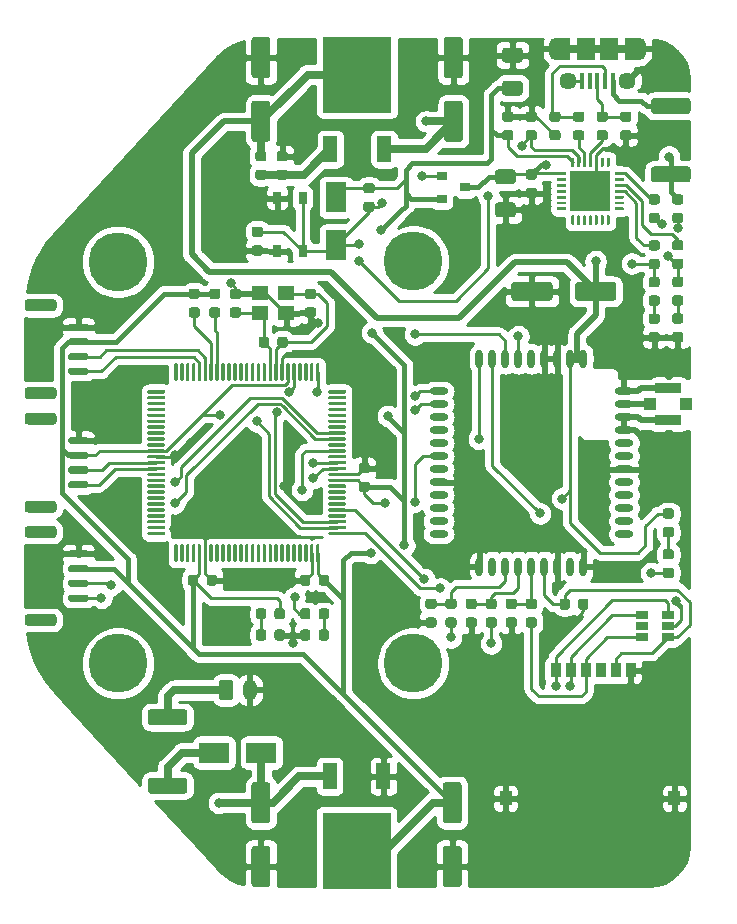
<source format=gtl>
%TF.GenerationSoftware,KiCad,Pcbnew,(5.1.6)-1*%
%TF.CreationDate,2021-03-31T15:54:51+07:00*%
%TF.ProjectId,EM_Drone_SUBFLIGHT,454d5f44-726f-46e6-955f-535542464c49,rev?*%
%TF.SameCoordinates,PX7997ee0PY7f50c60*%
%TF.FileFunction,Copper,L1,Top*%
%TF.FilePolarity,Positive*%
%FSLAX46Y46*%
G04 Gerber Fmt 4.6, Leading zero omitted, Abs format (unit mm)*
G04 Created by KiCad (PCBNEW (5.1.6)-1) date 2021-03-31 15:54:51*
%MOMM*%
%LPD*%
G01*
G04 APERTURE LIST*
%TA.AperFunction,SMDPad,CuDef*%
%ADD10O,0.600000X1.600000*%
%TD*%
%TA.AperFunction,SMDPad,CuDef*%
%ADD11O,1.600000X0.600000*%
%TD*%
%TA.AperFunction,SMDPad,CuDef*%
%ADD12R,5.800000X6.400000*%
%TD*%
%TA.AperFunction,SMDPad,CuDef*%
%ADD13R,1.200000X2.200000*%
%TD*%
%TA.AperFunction,SMDPad,CuDef*%
%ADD14R,1.000000X1.225000*%
%TD*%
%TA.AperFunction,SMDPad,CuDef*%
%ADD15R,0.840000X1.225000*%
%TD*%
%TA.AperFunction,SMDPad,CuDef*%
%ADD16R,1.400000X1.200000*%
%TD*%
%TA.AperFunction,SMDPad,CuDef*%
%ADD17R,3.350000X3.350000*%
%TD*%
%TA.AperFunction,SMDPad,CuDef*%
%ADD18R,0.750000X1.000000*%
%TD*%
%TA.AperFunction,SMDPad,CuDef*%
%ADD19R,0.900000X0.800000*%
%TD*%
%TA.AperFunction,SMDPad,CuDef*%
%ADD20R,1.200000X1.900000*%
%TD*%
%TA.AperFunction,ComponentPad*%
%ADD21O,1.200000X1.900000*%
%TD*%
%TA.AperFunction,SMDPad,CuDef*%
%ADD22R,1.500000X1.900000*%
%TD*%
%TA.AperFunction,ComponentPad*%
%ADD23C,1.450000*%
%TD*%
%TA.AperFunction,SMDPad,CuDef*%
%ADD24R,0.400000X1.350000*%
%TD*%
%TA.AperFunction,SMDPad,CuDef*%
%ADD25R,1.049020X0.998220*%
%TD*%
%TA.AperFunction,SMDPad,CuDef*%
%ADD26R,2.199640X0.848360*%
%TD*%
%TA.AperFunction,ComponentPad*%
%ADD27O,1.200000X1.750000*%
%TD*%
%TA.AperFunction,ComponentPad*%
%ADD28C,0.800000*%
%TD*%
%TA.AperFunction,ComponentPad*%
%ADD29C,5.000000*%
%TD*%
%TA.AperFunction,SMDPad,CuDef*%
%ADD30R,1.060000X0.650000*%
%TD*%
%TA.AperFunction,SMDPad,CuDef*%
%ADD31R,2.500000X1.800000*%
%TD*%
%TA.AperFunction,SMDPad,CuDef*%
%ADD32R,1.800000X2.500000*%
%TD*%
%TA.AperFunction,ViaPad*%
%ADD33C,0.800000*%
%TD*%
%TA.AperFunction,Conductor*%
%ADD34C,0.500000*%
%TD*%
%TA.AperFunction,Conductor*%
%ADD35C,0.250000*%
%TD*%
%TA.AperFunction,Conductor*%
%ADD36C,0.700000*%
%TD*%
%TA.AperFunction,Conductor*%
%ADD37C,0.400000*%
%TD*%
%TA.AperFunction,Conductor*%
%ADD38C,0.254000*%
%TD*%
G04 APERTURE END LIST*
D10*
%TO.P,U7,42*%
%TO.N,/SIM800c/STATUS*%
X39100000Y45300000D03*
%TO.P,U7,41*%
%TO.N,/SIM800c/NETLIGHT*%
X40200000Y45300000D03*
%TO.P,U7,40*%
%TO.N,VDD*%
X41300000Y45300000D03*
%TO.P,U7,39*%
%TO.N,/SIM800c/PWRKEY*%
X42400000Y45300000D03*
%TO.P,U7,38*%
%TO.N,Net-(U7-Pad38)*%
X43500000Y45300000D03*
%TO.P,U7,37*%
%TO.N,GND*%
X44600000Y45300000D03*
%TO.P,U7,36*%
X45700000Y45300000D03*
%TO.P,U7,35*%
%TO.N,/SIM800c/VBAT*%
X46800000Y45300000D03*
%TO.P,U7,34*%
X47900000Y45300000D03*
D11*
%TO.P,U7,33*%
%TO.N,GND*%
X51350000Y42550000D03*
%TO.P,U7,32*%
%TO.N,/SIM800c/GSM_ANT*%
X51350000Y41450000D03*
%TO.P,U7,31*%
%TO.N,GND*%
X51350000Y40350000D03*
%TO.P,U7,30*%
X51350000Y39250000D03*
%TO.P,U7,29*%
%TO.N,Net-(U7-Pad29)*%
X51350000Y38150000D03*
%TO.P,U7,28*%
%TO.N,Net-(U7-Pad28)*%
X51350000Y37050000D03*
%TO.P,U7,27*%
%TO.N,GND*%
X51350000Y35950000D03*
%TO.P,U7,26*%
%TO.N,Net-(U7-Pad26)*%
X51350000Y34850000D03*
%TO.P,U7,25*%
%TO.N,Net-(U7-Pad25)*%
X51350000Y33750000D03*
%TO.P,U7,24*%
%TO.N,Net-(U7-Pad24)*%
X51350000Y32650000D03*
%TO.P,U7,23*%
%TO.N,Net-(U7-Pad23)*%
X51350000Y31550000D03*
%TO.P,U7,22*%
%TO.N,Net-(U7-Pad22)*%
X51350000Y30450000D03*
D10*
%TO.P,U7,21*%
%TO.N,GND*%
X47900000Y27700000D03*
%TO.P,U7,20*%
%TO.N,Net-(U7-Pad20)*%
X46800000Y27700000D03*
%TO.P,U7,19*%
%TO.N,GND*%
X45700000Y27700000D03*
%TO.P,U7,18*%
%TO.N,/SIM800c/SIM_VDD*%
X44600000Y27700000D03*
%TO.P,U7,17*%
%TO.N,/SIM800c/SIM_RST*%
X43500000Y27700000D03*
%TO.P,U7,16*%
%TO.N,/SIM800c/SIM_CLK*%
X42400000Y27700000D03*
%TO.P,U7,15*%
%TO.N,/SIM800c/SIM_DATA*%
X41300000Y27700000D03*
%TO.P,U7,14*%
%TO.N,Net-(U7-Pad14)*%
X40200000Y27700000D03*
%TO.P,U7,13*%
%TO.N,GND*%
X39100000Y27700000D03*
D11*
%TO.P,U7,12*%
%TO.N,Net-(U7-Pad12)*%
X35650000Y30450000D03*
%TO.P,U7,11*%
%TO.N,Net-(U7-Pad11)*%
X35650000Y31550000D03*
%TO.P,U7,10*%
%TO.N,Net-(U7-Pad10)*%
X35650000Y32650000D03*
%TO.P,U7,9*%
%TO.N,Net-(U7-Pad9)*%
X35650000Y33750000D03*
%TO.P,U7,8*%
%TO.N,GND*%
X35650000Y34850000D03*
%TO.P,U7,7*%
%TO.N,Net-(U7-Pad7)*%
X35650000Y35950000D03*
%TO.P,U7,6*%
%TO.N,/SIM800c/U1_DTR*%
X35650000Y37050000D03*
%TO.P,U7,5*%
%TO.N,Net-(U7-Pad5)*%
X35650000Y38150000D03*
%TO.P,U7,4*%
%TO.N,Net-(U7-Pad4)*%
X35650000Y39250000D03*
%TO.P,U7,3*%
%TO.N,Net-(U7-Pad3)*%
X35650000Y40350000D03*
%TO.P,U7,2*%
%TO.N,/SIM800c/U1_RXD*%
X35650000Y41450000D03*
%TO.P,U7,1*%
%TO.N,/SIM800c/U1_TXD*%
X35650000Y42550000D03*
%TD*%
D12*
%TO.P,U5,2*%
%TO.N,/SIM800c/VBAT*%
X28750000Y69350000D03*
D13*
%TO.P,U5,3*%
%TO.N,VIN*%
X31030000Y63050000D03*
%TO.P,U5,1*%
%TO.N,Net-(R4-Pad2)*%
X26470000Y63050000D03*
%TD*%
D12*
%TO.P,U3,2*%
%TO.N,+5V*%
X28700000Y3650000D03*
D13*
%TO.P,U3,3*%
%TO.N,VIN*%
X26420000Y9950000D03*
%TO.P,U3,1*%
%TO.N,GND*%
X30980000Y9950000D03*
%TD*%
%TO.P,J6,MP*%
%TO.N,N/C*%
%TA.AperFunction,SMDPad,CuDef*%
G36*
G01*
X850000Y23675000D02*
X3050000Y23675000D01*
G75*
G02*
X3300000Y23425000I0J-250000D01*
G01*
X3300000Y22925000D01*
G75*
G02*
X3050000Y22675000I-250000J0D01*
G01*
X850000Y22675000D01*
G75*
G02*
X600000Y22925000I0J250000D01*
G01*
X600000Y23425000D01*
G75*
G02*
X850000Y23675000I250000J0D01*
G01*
G37*
%TD.AperFunction*%
%TA.AperFunction,SMDPad,CuDef*%
G36*
G01*
X850000Y31125000D02*
X3050000Y31125000D01*
G75*
G02*
X3300000Y30875000I0J-250000D01*
G01*
X3300000Y30375000D01*
G75*
G02*
X3050000Y30125000I-250000J0D01*
G01*
X850000Y30125000D01*
G75*
G02*
X600000Y30375000I0J250000D01*
G01*
X600000Y30875000D01*
G75*
G02*
X850000Y31125000I250000J0D01*
G01*
G37*
%TD.AperFunction*%
%TO.P,J6,4*%
%TO.N,/Arduino_MEGA/D9*%
%TA.AperFunction,SMDPad,CuDef*%
G36*
G01*
X4450000Y25325000D02*
X5850000Y25325000D01*
G75*
G02*
X6000000Y25175000I0J-150000D01*
G01*
X6000000Y24875000D01*
G75*
G02*
X5850000Y24725000I-150000J0D01*
G01*
X4450000Y24725000D01*
G75*
G02*
X4300000Y24875000I0J150000D01*
G01*
X4300000Y25175000D01*
G75*
G02*
X4450000Y25325000I150000J0D01*
G01*
G37*
%TD.AperFunction*%
%TO.P,J6,3*%
%TO.N,/Arduino_MEGA/D8*%
%TA.AperFunction,SMDPad,CuDef*%
G36*
G01*
X4450000Y26575000D02*
X5850000Y26575000D01*
G75*
G02*
X6000000Y26425000I0J-150000D01*
G01*
X6000000Y26125000D01*
G75*
G02*
X5850000Y25975000I-150000J0D01*
G01*
X4450000Y25975000D01*
G75*
G02*
X4300000Y26125000I0J150000D01*
G01*
X4300000Y26425000D01*
G75*
G02*
X4450000Y26575000I150000J0D01*
G01*
G37*
%TD.AperFunction*%
%TO.P,J6,2*%
%TO.N,+5V*%
%TA.AperFunction,SMDPad,CuDef*%
G36*
G01*
X4450000Y27825000D02*
X5850000Y27825000D01*
G75*
G02*
X6000000Y27675000I0J-150000D01*
G01*
X6000000Y27375000D01*
G75*
G02*
X5850000Y27225000I-150000J0D01*
G01*
X4450000Y27225000D01*
G75*
G02*
X4300000Y27375000I0J150000D01*
G01*
X4300000Y27675000D01*
G75*
G02*
X4450000Y27825000I150000J0D01*
G01*
G37*
%TD.AperFunction*%
%TO.P,J6,1*%
%TO.N,GND*%
%TA.AperFunction,SMDPad,CuDef*%
G36*
G01*
X4450000Y29075000D02*
X5850000Y29075000D01*
G75*
G02*
X6000000Y28925000I0J-150000D01*
G01*
X6000000Y28625000D01*
G75*
G02*
X5850000Y28475000I-150000J0D01*
G01*
X4450000Y28475000D01*
G75*
G02*
X4300000Y28625000I0J150000D01*
G01*
X4300000Y28925000D01*
G75*
G02*
X4450000Y29075000I150000J0D01*
G01*
G37*
%TD.AperFunction*%
%TD*%
%TO.P,J4,MP*%
%TO.N,N/C*%
%TA.AperFunction,SMDPad,CuDef*%
G36*
G01*
X850000Y33275000D02*
X3050000Y33275000D01*
G75*
G02*
X3300000Y33025000I0J-250000D01*
G01*
X3300000Y32525000D01*
G75*
G02*
X3050000Y32275000I-250000J0D01*
G01*
X850000Y32275000D01*
G75*
G02*
X600000Y32525000I0J250000D01*
G01*
X600000Y33025000D01*
G75*
G02*
X850000Y33275000I250000J0D01*
G01*
G37*
%TD.AperFunction*%
%TA.AperFunction,SMDPad,CuDef*%
G36*
G01*
X850000Y40725000D02*
X3050000Y40725000D01*
G75*
G02*
X3300000Y40475000I0J-250000D01*
G01*
X3300000Y39975000D01*
G75*
G02*
X3050000Y39725000I-250000J0D01*
G01*
X850000Y39725000D01*
G75*
G02*
X600000Y39975000I0J250000D01*
G01*
X600000Y40475000D01*
G75*
G02*
X850000Y40725000I250000J0D01*
G01*
G37*
%TD.AperFunction*%
%TO.P,J4,4*%
%TO.N,/Arduino_MEGA/TXD3*%
%TA.AperFunction,SMDPad,CuDef*%
G36*
G01*
X4450000Y34925000D02*
X5850000Y34925000D01*
G75*
G02*
X6000000Y34775000I0J-150000D01*
G01*
X6000000Y34475000D01*
G75*
G02*
X5850000Y34325000I-150000J0D01*
G01*
X4450000Y34325000D01*
G75*
G02*
X4300000Y34475000I0J150000D01*
G01*
X4300000Y34775000D01*
G75*
G02*
X4450000Y34925000I150000J0D01*
G01*
G37*
%TD.AperFunction*%
%TO.P,J4,3*%
%TO.N,/Arduino_MEGA/RXD3*%
%TA.AperFunction,SMDPad,CuDef*%
G36*
G01*
X4450000Y36175000D02*
X5850000Y36175000D01*
G75*
G02*
X6000000Y36025000I0J-150000D01*
G01*
X6000000Y35725000D01*
G75*
G02*
X5850000Y35575000I-150000J0D01*
G01*
X4450000Y35575000D01*
G75*
G02*
X4300000Y35725000I0J150000D01*
G01*
X4300000Y36025000D01*
G75*
G02*
X4450000Y36175000I150000J0D01*
G01*
G37*
%TD.AperFunction*%
%TO.P,J4,2*%
%TO.N,+5V*%
%TA.AperFunction,SMDPad,CuDef*%
G36*
G01*
X4450000Y37425000D02*
X5850000Y37425000D01*
G75*
G02*
X6000000Y37275000I0J-150000D01*
G01*
X6000000Y36975000D01*
G75*
G02*
X5850000Y36825000I-150000J0D01*
G01*
X4450000Y36825000D01*
G75*
G02*
X4300000Y36975000I0J150000D01*
G01*
X4300000Y37275000D01*
G75*
G02*
X4450000Y37425000I150000J0D01*
G01*
G37*
%TD.AperFunction*%
%TO.P,J4,1*%
%TO.N,GND*%
%TA.AperFunction,SMDPad,CuDef*%
G36*
G01*
X4450000Y38675000D02*
X5850000Y38675000D01*
G75*
G02*
X6000000Y38525000I0J-150000D01*
G01*
X6000000Y38225000D01*
G75*
G02*
X5850000Y38075000I-150000J0D01*
G01*
X4450000Y38075000D01*
G75*
G02*
X4300000Y38225000I0J150000D01*
G01*
X4300000Y38525000D01*
G75*
G02*
X4450000Y38675000I150000J0D01*
G01*
G37*
%TD.AperFunction*%
%TD*%
%TO.P,J1,MP*%
%TO.N,N/C*%
%TA.AperFunction,SMDPad,CuDef*%
G36*
G01*
X850000Y42875000D02*
X3050000Y42875000D01*
G75*
G02*
X3300000Y42625000I0J-250000D01*
G01*
X3300000Y42125000D01*
G75*
G02*
X3050000Y41875000I-250000J0D01*
G01*
X850000Y41875000D01*
G75*
G02*
X600000Y42125000I0J250000D01*
G01*
X600000Y42625000D01*
G75*
G02*
X850000Y42875000I250000J0D01*
G01*
G37*
%TD.AperFunction*%
%TA.AperFunction,SMDPad,CuDef*%
G36*
G01*
X850000Y50325000D02*
X3050000Y50325000D01*
G75*
G02*
X3300000Y50075000I0J-250000D01*
G01*
X3300000Y49575000D01*
G75*
G02*
X3050000Y49325000I-250000J0D01*
G01*
X850000Y49325000D01*
G75*
G02*
X600000Y49575000I0J250000D01*
G01*
X600000Y50075000D01*
G75*
G02*
X850000Y50325000I250000J0D01*
G01*
G37*
%TD.AperFunction*%
%TO.P,J1,4*%
%TO.N,/Arduino_MEGA/TXD1*%
%TA.AperFunction,SMDPad,CuDef*%
G36*
G01*
X4450000Y44525000D02*
X5850000Y44525000D01*
G75*
G02*
X6000000Y44375000I0J-150000D01*
G01*
X6000000Y44075000D01*
G75*
G02*
X5850000Y43925000I-150000J0D01*
G01*
X4450000Y43925000D01*
G75*
G02*
X4300000Y44075000I0J150000D01*
G01*
X4300000Y44375000D01*
G75*
G02*
X4450000Y44525000I150000J0D01*
G01*
G37*
%TD.AperFunction*%
%TO.P,J1,3*%
%TO.N,/Arduino_MEGA/RXD1*%
%TA.AperFunction,SMDPad,CuDef*%
G36*
G01*
X4450000Y45775000D02*
X5850000Y45775000D01*
G75*
G02*
X6000000Y45625000I0J-150000D01*
G01*
X6000000Y45325000D01*
G75*
G02*
X5850000Y45175000I-150000J0D01*
G01*
X4450000Y45175000D01*
G75*
G02*
X4300000Y45325000I0J150000D01*
G01*
X4300000Y45625000D01*
G75*
G02*
X4450000Y45775000I150000J0D01*
G01*
G37*
%TD.AperFunction*%
%TO.P,J1,2*%
%TO.N,+5V*%
%TA.AperFunction,SMDPad,CuDef*%
G36*
G01*
X4450000Y47025000D02*
X5850000Y47025000D01*
G75*
G02*
X6000000Y46875000I0J-150000D01*
G01*
X6000000Y46575000D01*
G75*
G02*
X5850000Y46425000I-150000J0D01*
G01*
X4450000Y46425000D01*
G75*
G02*
X4300000Y46575000I0J150000D01*
G01*
X4300000Y46875000D01*
G75*
G02*
X4450000Y47025000I150000J0D01*
G01*
G37*
%TD.AperFunction*%
%TO.P,J1,1*%
%TO.N,GND*%
%TA.AperFunction,SMDPad,CuDef*%
G36*
G01*
X4450000Y48275000D02*
X5850000Y48275000D01*
G75*
G02*
X6000000Y48125000I0J-150000D01*
G01*
X6000000Y47825000D01*
G75*
G02*
X5850000Y47675000I-150000J0D01*
G01*
X4450000Y47675000D01*
G75*
G02*
X4300000Y47825000I0J150000D01*
G01*
X4300000Y48125000D01*
G75*
G02*
X4450000Y48275000I150000J0D01*
G01*
G37*
%TD.AperFunction*%
%TD*%
D14*
%TO.P,U6,MP*%
%TO.N,GND*%
X41320000Y8075000D03*
X55620000Y8075000D03*
D15*
%TO.P,U6,C5*%
%TO.N,Net-(D10-Pad3)*%
X45550000Y18900000D03*
%TO.P,U6,C6*%
%TO.N,Net-(D10-Pad4)*%
X46820000Y18900000D03*
%TO.P,U6,C3*%
%TO.N,Net-(D10-Pad6)*%
X48090000Y18900000D03*
%TO.P,U6,C4*%
%TO.N,Net-(U6-PadC4)*%
X49360000Y18900000D03*
%TO.P,U6,C1*%
%TO.N,/SIM800c/SIM_VDD*%
X50630000Y18900000D03*
%TO.P,U6,C2*%
%TO.N,GND*%
X51900000Y18900000D03*
%TD*%
D16*
%TO.P,Y1,4*%
%TO.N,GND*%
X20550000Y50850000D03*
%TO.P,Y1,3*%
%TO.N,/Arduino_MEGA/XTAL2*%
X22750000Y50850000D03*
%TO.P,Y1,2*%
%TO.N,GND*%
X22750000Y49150000D03*
%TO.P,Y1,1*%
%TO.N,/Arduino_MEGA/XTAL1*%
X20550000Y49150000D03*
%TD*%
D17*
%TO.P,U4,29*%
%TO.N,GND*%
X48500000Y59480000D03*
%TO.P,U4,28*%
%TO.N,Net-(C12-Pad1)*%
%TA.AperFunction,SMDPad,CuDef*%
G36*
G01*
X50612500Y61105000D02*
X51287500Y61105000D01*
G75*
G02*
X51350000Y61042500I0J-62500D01*
G01*
X51350000Y60917500D01*
G75*
G02*
X51287500Y60855000I-62500J0D01*
G01*
X50612500Y60855000D01*
G75*
G02*
X50550000Y60917500I0J62500D01*
G01*
X50550000Y61042500D01*
G75*
G02*
X50612500Y61105000I62500J0D01*
G01*
G37*
%TD.AperFunction*%
%TO.P,U4,27*%
%TO.N,Net-(U4-Pad27)*%
%TA.AperFunction,SMDPad,CuDef*%
G36*
G01*
X50612500Y60605000D02*
X51287500Y60605000D01*
G75*
G02*
X51350000Y60542500I0J-62500D01*
G01*
X51350000Y60417500D01*
G75*
G02*
X51287500Y60355000I-62500J0D01*
G01*
X50612500Y60355000D01*
G75*
G02*
X50550000Y60417500I0J62500D01*
G01*
X50550000Y60542500D01*
G75*
G02*
X50612500Y60605000I62500J0D01*
G01*
G37*
%TD.AperFunction*%
%TO.P,U4,26*%
%TO.N,/Arduino_MEGA/U_TXD*%
%TA.AperFunction,SMDPad,CuDef*%
G36*
G01*
X50612500Y60105000D02*
X51287500Y60105000D01*
G75*
G02*
X51350000Y60042500I0J-62500D01*
G01*
X51350000Y59917500D01*
G75*
G02*
X51287500Y59855000I-62500J0D01*
G01*
X50612500Y59855000D01*
G75*
G02*
X50550000Y59917500I0J62500D01*
G01*
X50550000Y60042500D01*
G75*
G02*
X50612500Y60105000I62500J0D01*
G01*
G37*
%TD.AperFunction*%
%TO.P,U4,25*%
%TO.N,/Arduino_MEGA/U_RXD*%
%TA.AperFunction,SMDPad,CuDef*%
G36*
G01*
X50612500Y59605000D02*
X51287500Y59605000D01*
G75*
G02*
X51350000Y59542500I0J-62500D01*
G01*
X51350000Y59417500D01*
G75*
G02*
X51287500Y59355000I-62500J0D01*
G01*
X50612500Y59355000D01*
G75*
G02*
X50550000Y59417500I0J62500D01*
G01*
X50550000Y59542500D01*
G75*
G02*
X50612500Y59605000I62500J0D01*
G01*
G37*
%TD.AperFunction*%
%TO.P,U4,24*%
%TO.N,Net-(U4-Pad24)*%
%TA.AperFunction,SMDPad,CuDef*%
G36*
G01*
X50612500Y59105000D02*
X51287500Y59105000D01*
G75*
G02*
X51350000Y59042500I0J-62500D01*
G01*
X51350000Y58917500D01*
G75*
G02*
X51287500Y58855000I-62500J0D01*
G01*
X50612500Y58855000D01*
G75*
G02*
X50550000Y58917500I0J62500D01*
G01*
X50550000Y59042500D01*
G75*
G02*
X50612500Y59105000I62500J0D01*
G01*
G37*
%TD.AperFunction*%
%TO.P,U4,23*%
%TO.N,Net-(U4-Pad23)*%
%TA.AperFunction,SMDPad,CuDef*%
G36*
G01*
X50612500Y58605000D02*
X51287500Y58605000D01*
G75*
G02*
X51350000Y58542500I0J-62500D01*
G01*
X51350000Y58417500D01*
G75*
G02*
X51287500Y58355000I-62500J0D01*
G01*
X50612500Y58355000D01*
G75*
G02*
X50550000Y58417500I0J62500D01*
G01*
X50550000Y58542500D01*
G75*
G02*
X50612500Y58605000I62500J0D01*
G01*
G37*
%TD.AperFunction*%
%TO.P,U4,22*%
%TO.N,Net-(U4-Pad22)*%
%TA.AperFunction,SMDPad,CuDef*%
G36*
G01*
X50612500Y58105000D02*
X51287500Y58105000D01*
G75*
G02*
X51350000Y58042500I0J-62500D01*
G01*
X51350000Y57917500D01*
G75*
G02*
X51287500Y57855000I-62500J0D01*
G01*
X50612500Y57855000D01*
G75*
G02*
X50550000Y57917500I0J62500D01*
G01*
X50550000Y58042500D01*
G75*
G02*
X50612500Y58105000I62500J0D01*
G01*
G37*
%TD.AperFunction*%
%TO.P,U4,21*%
%TO.N,Net-(U4-Pad21)*%
%TA.AperFunction,SMDPad,CuDef*%
G36*
G01*
X49937500Y57430000D02*
X50062500Y57430000D01*
G75*
G02*
X50125000Y57367500I0J-62500D01*
G01*
X50125000Y56692500D01*
G75*
G02*
X50062500Y56630000I-62500J0D01*
G01*
X49937500Y56630000D01*
G75*
G02*
X49875000Y56692500I0J62500D01*
G01*
X49875000Y57367500D01*
G75*
G02*
X49937500Y57430000I62500J0D01*
G01*
G37*
%TD.AperFunction*%
%TO.P,U4,20*%
%TO.N,Net-(U4-Pad20)*%
%TA.AperFunction,SMDPad,CuDef*%
G36*
G01*
X49437500Y57430000D02*
X49562500Y57430000D01*
G75*
G02*
X49625000Y57367500I0J-62500D01*
G01*
X49625000Y56692500D01*
G75*
G02*
X49562500Y56630000I-62500J0D01*
G01*
X49437500Y56630000D01*
G75*
G02*
X49375000Y56692500I0J62500D01*
G01*
X49375000Y57367500D01*
G75*
G02*
X49437500Y57430000I62500J0D01*
G01*
G37*
%TD.AperFunction*%
%TO.P,U4,19*%
%TO.N,Net-(U4-Pad19)*%
%TA.AperFunction,SMDPad,CuDef*%
G36*
G01*
X48937500Y57430000D02*
X49062500Y57430000D01*
G75*
G02*
X49125000Y57367500I0J-62500D01*
G01*
X49125000Y56692500D01*
G75*
G02*
X49062500Y56630000I-62500J0D01*
G01*
X48937500Y56630000D01*
G75*
G02*
X48875000Y56692500I0J62500D01*
G01*
X48875000Y57367500D01*
G75*
G02*
X48937500Y57430000I62500J0D01*
G01*
G37*
%TD.AperFunction*%
%TO.P,U4,18*%
%TO.N,Net-(U4-Pad18)*%
%TA.AperFunction,SMDPad,CuDef*%
G36*
G01*
X48437500Y57430000D02*
X48562500Y57430000D01*
G75*
G02*
X48625000Y57367500I0J-62500D01*
G01*
X48625000Y56692500D01*
G75*
G02*
X48562500Y56630000I-62500J0D01*
G01*
X48437500Y56630000D01*
G75*
G02*
X48375000Y56692500I0J62500D01*
G01*
X48375000Y57367500D01*
G75*
G02*
X48437500Y57430000I62500J0D01*
G01*
G37*
%TD.AperFunction*%
%TO.P,U4,17*%
%TO.N,Net-(U4-Pad17)*%
%TA.AperFunction,SMDPad,CuDef*%
G36*
G01*
X47937500Y57430000D02*
X48062500Y57430000D01*
G75*
G02*
X48125000Y57367500I0J-62500D01*
G01*
X48125000Y56692500D01*
G75*
G02*
X48062500Y56630000I-62500J0D01*
G01*
X47937500Y56630000D01*
G75*
G02*
X47875000Y56692500I0J62500D01*
G01*
X47875000Y57367500D01*
G75*
G02*
X47937500Y57430000I62500J0D01*
G01*
G37*
%TD.AperFunction*%
%TO.P,U4,16*%
%TO.N,Net-(U4-Pad16)*%
%TA.AperFunction,SMDPad,CuDef*%
G36*
G01*
X47437500Y57430000D02*
X47562500Y57430000D01*
G75*
G02*
X47625000Y57367500I0J-62500D01*
G01*
X47625000Y56692500D01*
G75*
G02*
X47562500Y56630000I-62500J0D01*
G01*
X47437500Y56630000D01*
G75*
G02*
X47375000Y56692500I0J62500D01*
G01*
X47375000Y57367500D01*
G75*
G02*
X47437500Y57430000I62500J0D01*
G01*
G37*
%TD.AperFunction*%
%TO.P,U4,15*%
%TO.N,Net-(U4-Pad15)*%
%TA.AperFunction,SMDPad,CuDef*%
G36*
G01*
X46937500Y57430000D02*
X47062500Y57430000D01*
G75*
G02*
X47125000Y57367500I0J-62500D01*
G01*
X47125000Y56692500D01*
G75*
G02*
X47062500Y56630000I-62500J0D01*
G01*
X46937500Y56630000D01*
G75*
G02*
X46875000Y56692500I0J62500D01*
G01*
X46875000Y57367500D01*
G75*
G02*
X46937500Y57430000I62500J0D01*
G01*
G37*
%TD.AperFunction*%
%TO.P,U4,14*%
%TO.N,Net-(U4-Pad14)*%
%TA.AperFunction,SMDPad,CuDef*%
G36*
G01*
X45712500Y58105000D02*
X46387500Y58105000D01*
G75*
G02*
X46450000Y58042500I0J-62500D01*
G01*
X46450000Y57917500D01*
G75*
G02*
X46387500Y57855000I-62500J0D01*
G01*
X45712500Y57855000D01*
G75*
G02*
X45650000Y57917500I0J62500D01*
G01*
X45650000Y58042500D01*
G75*
G02*
X45712500Y58105000I62500J0D01*
G01*
G37*
%TD.AperFunction*%
%TO.P,U4,13*%
%TO.N,Net-(U4-Pad13)*%
%TA.AperFunction,SMDPad,CuDef*%
G36*
G01*
X45712500Y58605000D02*
X46387500Y58605000D01*
G75*
G02*
X46450000Y58542500I0J-62500D01*
G01*
X46450000Y58417500D01*
G75*
G02*
X46387500Y58355000I-62500J0D01*
G01*
X45712500Y58355000D01*
G75*
G02*
X45650000Y58417500I0J62500D01*
G01*
X45650000Y58542500D01*
G75*
G02*
X45712500Y58605000I62500J0D01*
G01*
G37*
%TD.AperFunction*%
%TO.P,U4,12*%
%TO.N,Net-(U4-Pad12)*%
%TA.AperFunction,SMDPad,CuDef*%
G36*
G01*
X45712500Y59105000D02*
X46387500Y59105000D01*
G75*
G02*
X46450000Y59042500I0J-62500D01*
G01*
X46450000Y58917500D01*
G75*
G02*
X46387500Y58855000I-62500J0D01*
G01*
X45712500Y58855000D01*
G75*
G02*
X45650000Y58917500I0J62500D01*
G01*
X45650000Y59042500D01*
G75*
G02*
X45712500Y59105000I62500J0D01*
G01*
G37*
%TD.AperFunction*%
%TO.P,U4,11*%
%TO.N,Net-(U4-Pad11)*%
%TA.AperFunction,SMDPad,CuDef*%
G36*
G01*
X45712500Y59605000D02*
X46387500Y59605000D01*
G75*
G02*
X46450000Y59542500I0J-62500D01*
G01*
X46450000Y59417500D01*
G75*
G02*
X46387500Y59355000I-62500J0D01*
G01*
X45712500Y59355000D01*
G75*
G02*
X45650000Y59417500I0J62500D01*
G01*
X45650000Y59542500D01*
G75*
G02*
X45712500Y59605000I62500J0D01*
G01*
G37*
%TD.AperFunction*%
%TO.P,U4,10*%
%TO.N,Net-(U4-Pad10)*%
%TA.AperFunction,SMDPad,CuDef*%
G36*
G01*
X45712500Y60105000D02*
X46387500Y60105000D01*
G75*
G02*
X46450000Y60042500I0J-62500D01*
G01*
X46450000Y59917500D01*
G75*
G02*
X46387500Y59855000I-62500J0D01*
G01*
X45712500Y59855000D01*
G75*
G02*
X45650000Y59917500I0J62500D01*
G01*
X45650000Y60042500D01*
G75*
G02*
X45712500Y60105000I62500J0D01*
G01*
G37*
%TD.AperFunction*%
%TO.P,U4,9*%
%TO.N,Net-(U4-Pad9)*%
%TA.AperFunction,SMDPad,CuDef*%
G36*
G01*
X45712500Y60605000D02*
X46387500Y60605000D01*
G75*
G02*
X46450000Y60542500I0J-62500D01*
G01*
X46450000Y60417500D01*
G75*
G02*
X46387500Y60355000I-62500J0D01*
G01*
X45712500Y60355000D01*
G75*
G02*
X45650000Y60417500I0J62500D01*
G01*
X45650000Y60542500D01*
G75*
G02*
X45712500Y60605000I62500J0D01*
G01*
G37*
%TD.AperFunction*%
%TO.P,U4,8*%
%TO.N,VBUS*%
%TA.AperFunction,SMDPad,CuDef*%
G36*
G01*
X45712500Y61105000D02*
X46387500Y61105000D01*
G75*
G02*
X46450000Y61042500I0J-62500D01*
G01*
X46450000Y60917500D01*
G75*
G02*
X46387500Y60855000I-62500J0D01*
G01*
X45712500Y60855000D01*
G75*
G02*
X45650000Y60917500I0J62500D01*
G01*
X45650000Y61042500D01*
G75*
G02*
X45712500Y61105000I62500J0D01*
G01*
G37*
%TD.AperFunction*%
%TO.P,U4,7*%
%TO.N,+5V*%
%TA.AperFunction,SMDPad,CuDef*%
G36*
G01*
X46937500Y62330000D02*
X47062500Y62330000D01*
G75*
G02*
X47125000Y62267500I0J-62500D01*
G01*
X47125000Y61592500D01*
G75*
G02*
X47062500Y61530000I-62500J0D01*
G01*
X46937500Y61530000D01*
G75*
G02*
X46875000Y61592500I0J62500D01*
G01*
X46875000Y62267500D01*
G75*
G02*
X46937500Y62330000I62500J0D01*
G01*
G37*
%TD.AperFunction*%
%TO.P,U4,6*%
%TO.N,+3V3*%
%TA.AperFunction,SMDPad,CuDef*%
G36*
G01*
X47437500Y62330000D02*
X47562500Y62330000D01*
G75*
G02*
X47625000Y62267500I0J-62500D01*
G01*
X47625000Y61592500D01*
G75*
G02*
X47562500Y61530000I-62500J0D01*
G01*
X47437500Y61530000D01*
G75*
G02*
X47375000Y61592500I0J62500D01*
G01*
X47375000Y62267500D01*
G75*
G02*
X47437500Y62330000I62500J0D01*
G01*
G37*
%TD.AperFunction*%
%TO.P,U4,5*%
%TO.N,Net-(R20-Pad2)*%
%TA.AperFunction,SMDPad,CuDef*%
G36*
G01*
X47937500Y62330000D02*
X48062500Y62330000D01*
G75*
G02*
X48125000Y62267500I0J-62500D01*
G01*
X48125000Y61592500D01*
G75*
G02*
X48062500Y61530000I-62500J0D01*
G01*
X47937500Y61530000D01*
G75*
G02*
X47875000Y61592500I0J62500D01*
G01*
X47875000Y62267500D01*
G75*
G02*
X47937500Y62330000I62500J0D01*
G01*
G37*
%TD.AperFunction*%
%TO.P,U4,4*%
%TO.N,Net-(R19-Pad2)*%
%TA.AperFunction,SMDPad,CuDef*%
G36*
G01*
X48437500Y62330000D02*
X48562500Y62330000D01*
G75*
G02*
X48625000Y62267500I0J-62500D01*
G01*
X48625000Y61592500D01*
G75*
G02*
X48562500Y61530000I-62500J0D01*
G01*
X48437500Y61530000D01*
G75*
G02*
X48375000Y61592500I0J62500D01*
G01*
X48375000Y62267500D01*
G75*
G02*
X48437500Y62330000I62500J0D01*
G01*
G37*
%TD.AperFunction*%
%TO.P,U4,3*%
%TO.N,GND*%
%TA.AperFunction,SMDPad,CuDef*%
G36*
G01*
X48937500Y62330000D02*
X49062500Y62330000D01*
G75*
G02*
X49125000Y62267500I0J-62500D01*
G01*
X49125000Y61592500D01*
G75*
G02*
X49062500Y61530000I-62500J0D01*
G01*
X48937500Y61530000D01*
G75*
G02*
X48875000Y61592500I0J62500D01*
G01*
X48875000Y62267500D01*
G75*
G02*
X48937500Y62330000I62500J0D01*
G01*
G37*
%TD.AperFunction*%
%TO.P,U4,2*%
%TO.N,Net-(U4-Pad2)*%
%TA.AperFunction,SMDPad,CuDef*%
G36*
G01*
X49437500Y62330000D02*
X49562500Y62330000D01*
G75*
G02*
X49625000Y62267500I0J-62500D01*
G01*
X49625000Y61592500D01*
G75*
G02*
X49562500Y61530000I-62500J0D01*
G01*
X49437500Y61530000D01*
G75*
G02*
X49375000Y61592500I0J62500D01*
G01*
X49375000Y62267500D01*
G75*
G02*
X49437500Y62330000I62500J0D01*
G01*
G37*
%TD.AperFunction*%
%TO.P,U4,1*%
%TO.N,Net-(U4-Pad1)*%
%TA.AperFunction,SMDPad,CuDef*%
G36*
G01*
X49937500Y62330000D02*
X50062500Y62330000D01*
G75*
G02*
X50125000Y62267500I0J-62500D01*
G01*
X50125000Y61592500D01*
G75*
G02*
X50062500Y61530000I-62500J0D01*
G01*
X49937500Y61530000D01*
G75*
G02*
X49875000Y61592500I0J62500D01*
G01*
X49875000Y62267500D01*
G75*
G02*
X49937500Y62330000I62500J0D01*
G01*
G37*
%TD.AperFunction*%
%TD*%
%TO.P,U1,100*%
%TO.N,+5V*%
%TA.AperFunction,SMDPad,CuDef*%
G36*
G01*
X25550000Y29500000D02*
X25550000Y28175000D01*
G75*
G02*
X25475000Y28100000I-75000J0D01*
G01*
X25325000Y28100000D01*
G75*
G02*
X25250000Y28175000I0J75000D01*
G01*
X25250000Y29500000D01*
G75*
G02*
X25325000Y29575000I75000J0D01*
G01*
X25475000Y29575000D01*
G75*
G02*
X25550000Y29500000I0J-75000D01*
G01*
G37*
%TD.AperFunction*%
%TO.P,U1,99*%
%TO.N,GND*%
%TA.AperFunction,SMDPad,CuDef*%
G36*
G01*
X25050000Y29500000D02*
X25050000Y28175000D01*
G75*
G02*
X24975000Y28100000I-75000J0D01*
G01*
X24825000Y28100000D01*
G75*
G02*
X24750000Y28175000I0J75000D01*
G01*
X24750000Y29500000D01*
G75*
G02*
X24825000Y29575000I75000J0D01*
G01*
X24975000Y29575000D01*
G75*
G02*
X25050000Y29500000I0J-75000D01*
G01*
G37*
%TD.AperFunction*%
%TO.P,U1,98*%
%TO.N,Net-(U1-Pad98)*%
%TA.AperFunction,SMDPad,CuDef*%
G36*
G01*
X24550000Y29500000D02*
X24550000Y28175000D01*
G75*
G02*
X24475000Y28100000I-75000J0D01*
G01*
X24325000Y28100000D01*
G75*
G02*
X24250000Y28175000I0J75000D01*
G01*
X24250000Y29500000D01*
G75*
G02*
X24325000Y29575000I75000J0D01*
G01*
X24475000Y29575000D01*
G75*
G02*
X24550000Y29500000I0J-75000D01*
G01*
G37*
%TD.AperFunction*%
%TO.P,U1,97*%
%TO.N,Net-(U1-Pad97)*%
%TA.AperFunction,SMDPad,CuDef*%
G36*
G01*
X24050000Y29500000D02*
X24050000Y28175000D01*
G75*
G02*
X23975000Y28100000I-75000J0D01*
G01*
X23825000Y28100000D01*
G75*
G02*
X23750000Y28175000I0J75000D01*
G01*
X23750000Y29500000D01*
G75*
G02*
X23825000Y29575000I75000J0D01*
G01*
X23975000Y29575000D01*
G75*
G02*
X24050000Y29500000I0J-75000D01*
G01*
G37*
%TD.AperFunction*%
%TO.P,U1,96*%
%TO.N,Net-(U1-Pad96)*%
%TA.AperFunction,SMDPad,CuDef*%
G36*
G01*
X23550000Y29500000D02*
X23550000Y28175000D01*
G75*
G02*
X23475000Y28100000I-75000J0D01*
G01*
X23325000Y28100000D01*
G75*
G02*
X23250000Y28175000I0J75000D01*
G01*
X23250000Y29500000D01*
G75*
G02*
X23325000Y29575000I75000J0D01*
G01*
X23475000Y29575000D01*
G75*
G02*
X23550000Y29500000I0J-75000D01*
G01*
G37*
%TD.AperFunction*%
%TO.P,U1,95*%
%TO.N,Net-(U1-Pad95)*%
%TA.AperFunction,SMDPad,CuDef*%
G36*
G01*
X23050000Y29500000D02*
X23050000Y28175000D01*
G75*
G02*
X22975000Y28100000I-75000J0D01*
G01*
X22825000Y28100000D01*
G75*
G02*
X22750000Y28175000I0J75000D01*
G01*
X22750000Y29500000D01*
G75*
G02*
X22825000Y29575000I75000J0D01*
G01*
X22975000Y29575000D01*
G75*
G02*
X23050000Y29500000I0J-75000D01*
G01*
G37*
%TD.AperFunction*%
%TO.P,U1,94*%
%TO.N,Net-(U1-Pad94)*%
%TA.AperFunction,SMDPad,CuDef*%
G36*
G01*
X22550000Y29500000D02*
X22550000Y28175000D01*
G75*
G02*
X22475000Y28100000I-75000J0D01*
G01*
X22325000Y28100000D01*
G75*
G02*
X22250000Y28175000I0J75000D01*
G01*
X22250000Y29500000D01*
G75*
G02*
X22325000Y29575000I75000J0D01*
G01*
X22475000Y29575000D01*
G75*
G02*
X22550000Y29500000I0J-75000D01*
G01*
G37*
%TD.AperFunction*%
%TO.P,U1,93*%
%TO.N,Net-(U1-Pad93)*%
%TA.AperFunction,SMDPad,CuDef*%
G36*
G01*
X22050000Y29500000D02*
X22050000Y28175000D01*
G75*
G02*
X21975000Y28100000I-75000J0D01*
G01*
X21825000Y28100000D01*
G75*
G02*
X21750000Y28175000I0J75000D01*
G01*
X21750000Y29500000D01*
G75*
G02*
X21825000Y29575000I75000J0D01*
G01*
X21975000Y29575000D01*
G75*
G02*
X22050000Y29500000I0J-75000D01*
G01*
G37*
%TD.AperFunction*%
%TO.P,U1,92*%
%TO.N,Net-(U1-Pad92)*%
%TA.AperFunction,SMDPad,CuDef*%
G36*
G01*
X21550000Y29500000D02*
X21550000Y28175000D01*
G75*
G02*
X21475000Y28100000I-75000J0D01*
G01*
X21325000Y28100000D01*
G75*
G02*
X21250000Y28175000I0J75000D01*
G01*
X21250000Y29500000D01*
G75*
G02*
X21325000Y29575000I75000J0D01*
G01*
X21475000Y29575000D01*
G75*
G02*
X21550000Y29500000I0J-75000D01*
G01*
G37*
%TD.AperFunction*%
%TO.P,U1,91*%
%TO.N,Net-(U1-Pad91)*%
%TA.AperFunction,SMDPad,CuDef*%
G36*
G01*
X21050000Y29500000D02*
X21050000Y28175000D01*
G75*
G02*
X20975000Y28100000I-75000J0D01*
G01*
X20825000Y28100000D01*
G75*
G02*
X20750000Y28175000I0J75000D01*
G01*
X20750000Y29500000D01*
G75*
G02*
X20825000Y29575000I75000J0D01*
G01*
X20975000Y29575000D01*
G75*
G02*
X21050000Y29500000I0J-75000D01*
G01*
G37*
%TD.AperFunction*%
%TO.P,U1,90*%
%TO.N,Net-(U1-Pad90)*%
%TA.AperFunction,SMDPad,CuDef*%
G36*
G01*
X20550000Y29500000D02*
X20550000Y28175000D01*
G75*
G02*
X20475000Y28100000I-75000J0D01*
G01*
X20325000Y28100000D01*
G75*
G02*
X20250000Y28175000I0J75000D01*
G01*
X20250000Y29500000D01*
G75*
G02*
X20325000Y29575000I75000J0D01*
G01*
X20475000Y29575000D01*
G75*
G02*
X20550000Y29500000I0J-75000D01*
G01*
G37*
%TD.AperFunction*%
%TO.P,U1,89*%
%TO.N,Net-(U1-Pad89)*%
%TA.AperFunction,SMDPad,CuDef*%
G36*
G01*
X20050000Y29500000D02*
X20050000Y28175000D01*
G75*
G02*
X19975000Y28100000I-75000J0D01*
G01*
X19825000Y28100000D01*
G75*
G02*
X19750000Y28175000I0J75000D01*
G01*
X19750000Y29500000D01*
G75*
G02*
X19825000Y29575000I75000J0D01*
G01*
X19975000Y29575000D01*
G75*
G02*
X20050000Y29500000I0J-75000D01*
G01*
G37*
%TD.AperFunction*%
%TO.P,U1,88*%
%TO.N,Net-(U1-Pad88)*%
%TA.AperFunction,SMDPad,CuDef*%
G36*
G01*
X19550000Y29500000D02*
X19550000Y28175000D01*
G75*
G02*
X19475000Y28100000I-75000J0D01*
G01*
X19325000Y28100000D01*
G75*
G02*
X19250000Y28175000I0J75000D01*
G01*
X19250000Y29500000D01*
G75*
G02*
X19325000Y29575000I75000J0D01*
G01*
X19475000Y29575000D01*
G75*
G02*
X19550000Y29500000I0J-75000D01*
G01*
G37*
%TD.AperFunction*%
%TO.P,U1,87*%
%TO.N,Net-(U1-Pad87)*%
%TA.AperFunction,SMDPad,CuDef*%
G36*
G01*
X19050000Y29500000D02*
X19050000Y28175000D01*
G75*
G02*
X18975000Y28100000I-75000J0D01*
G01*
X18825000Y28100000D01*
G75*
G02*
X18750000Y28175000I0J75000D01*
G01*
X18750000Y29500000D01*
G75*
G02*
X18825000Y29575000I75000J0D01*
G01*
X18975000Y29575000D01*
G75*
G02*
X19050000Y29500000I0J-75000D01*
G01*
G37*
%TD.AperFunction*%
%TO.P,U1,86*%
%TO.N,Net-(U1-Pad86)*%
%TA.AperFunction,SMDPad,CuDef*%
G36*
G01*
X18550000Y29500000D02*
X18550000Y28175000D01*
G75*
G02*
X18475000Y28100000I-75000J0D01*
G01*
X18325000Y28100000D01*
G75*
G02*
X18250000Y28175000I0J75000D01*
G01*
X18250000Y29500000D01*
G75*
G02*
X18325000Y29575000I75000J0D01*
G01*
X18475000Y29575000D01*
G75*
G02*
X18550000Y29500000I0J-75000D01*
G01*
G37*
%TD.AperFunction*%
%TO.P,U1,85*%
%TO.N,Net-(U1-Pad85)*%
%TA.AperFunction,SMDPad,CuDef*%
G36*
G01*
X18050000Y29500000D02*
X18050000Y28175000D01*
G75*
G02*
X17975000Y28100000I-75000J0D01*
G01*
X17825000Y28100000D01*
G75*
G02*
X17750000Y28175000I0J75000D01*
G01*
X17750000Y29500000D01*
G75*
G02*
X17825000Y29575000I75000J0D01*
G01*
X17975000Y29575000D01*
G75*
G02*
X18050000Y29500000I0J-75000D01*
G01*
G37*
%TD.AperFunction*%
%TO.P,U1,84*%
%TO.N,Net-(U1-Pad84)*%
%TA.AperFunction,SMDPad,CuDef*%
G36*
G01*
X17550000Y29500000D02*
X17550000Y28175000D01*
G75*
G02*
X17475000Y28100000I-75000J0D01*
G01*
X17325000Y28100000D01*
G75*
G02*
X17250000Y28175000I0J75000D01*
G01*
X17250000Y29500000D01*
G75*
G02*
X17325000Y29575000I75000J0D01*
G01*
X17475000Y29575000D01*
G75*
G02*
X17550000Y29500000I0J-75000D01*
G01*
G37*
%TD.AperFunction*%
%TO.P,U1,83*%
%TO.N,Net-(U1-Pad83)*%
%TA.AperFunction,SMDPad,CuDef*%
G36*
G01*
X17050000Y29500000D02*
X17050000Y28175000D01*
G75*
G02*
X16975000Y28100000I-75000J0D01*
G01*
X16825000Y28100000D01*
G75*
G02*
X16750000Y28175000I0J75000D01*
G01*
X16750000Y29500000D01*
G75*
G02*
X16825000Y29575000I75000J0D01*
G01*
X16975000Y29575000D01*
G75*
G02*
X17050000Y29500000I0J-75000D01*
G01*
G37*
%TD.AperFunction*%
%TO.P,U1,82*%
%TO.N,Net-(U1-Pad82)*%
%TA.AperFunction,SMDPad,CuDef*%
G36*
G01*
X16550000Y29500000D02*
X16550000Y28175000D01*
G75*
G02*
X16475000Y28100000I-75000J0D01*
G01*
X16325000Y28100000D01*
G75*
G02*
X16250000Y28175000I0J75000D01*
G01*
X16250000Y29500000D01*
G75*
G02*
X16325000Y29575000I75000J0D01*
G01*
X16475000Y29575000D01*
G75*
G02*
X16550000Y29500000I0J-75000D01*
G01*
G37*
%TD.AperFunction*%
%TO.P,U1,81*%
%TO.N,GND*%
%TA.AperFunction,SMDPad,CuDef*%
G36*
G01*
X16050000Y29500000D02*
X16050000Y28175000D01*
G75*
G02*
X15975000Y28100000I-75000J0D01*
G01*
X15825000Y28100000D01*
G75*
G02*
X15750000Y28175000I0J75000D01*
G01*
X15750000Y29500000D01*
G75*
G02*
X15825000Y29575000I75000J0D01*
G01*
X15975000Y29575000D01*
G75*
G02*
X16050000Y29500000I0J-75000D01*
G01*
G37*
%TD.AperFunction*%
%TO.P,U1,80*%
%TO.N,+5V*%
%TA.AperFunction,SMDPad,CuDef*%
G36*
G01*
X15550000Y29500000D02*
X15550000Y28175000D01*
G75*
G02*
X15475000Y28100000I-75000J0D01*
G01*
X15325000Y28100000D01*
G75*
G02*
X15250000Y28175000I0J75000D01*
G01*
X15250000Y29500000D01*
G75*
G02*
X15325000Y29575000I75000J0D01*
G01*
X15475000Y29575000D01*
G75*
G02*
X15550000Y29500000I0J-75000D01*
G01*
G37*
%TD.AperFunction*%
%TO.P,U1,79*%
%TO.N,Net-(U1-Pad79)*%
%TA.AperFunction,SMDPad,CuDef*%
G36*
G01*
X15050000Y29500000D02*
X15050000Y28175000D01*
G75*
G02*
X14975000Y28100000I-75000J0D01*
G01*
X14825000Y28100000D01*
G75*
G02*
X14750000Y28175000I0J75000D01*
G01*
X14750000Y29500000D01*
G75*
G02*
X14825000Y29575000I75000J0D01*
G01*
X14975000Y29575000D01*
G75*
G02*
X15050000Y29500000I0J-75000D01*
G01*
G37*
%TD.AperFunction*%
%TO.P,U1,78*%
%TO.N,Net-(U1-Pad78)*%
%TA.AperFunction,SMDPad,CuDef*%
G36*
G01*
X14550000Y29500000D02*
X14550000Y28175000D01*
G75*
G02*
X14475000Y28100000I-75000J0D01*
G01*
X14325000Y28100000D01*
G75*
G02*
X14250000Y28175000I0J75000D01*
G01*
X14250000Y29500000D01*
G75*
G02*
X14325000Y29575000I75000J0D01*
G01*
X14475000Y29575000D01*
G75*
G02*
X14550000Y29500000I0J-75000D01*
G01*
G37*
%TD.AperFunction*%
%TO.P,U1,77*%
%TO.N,Net-(U1-Pad77)*%
%TA.AperFunction,SMDPad,CuDef*%
G36*
G01*
X14050000Y29500000D02*
X14050000Y28175000D01*
G75*
G02*
X13975000Y28100000I-75000J0D01*
G01*
X13825000Y28100000D01*
G75*
G02*
X13750000Y28175000I0J75000D01*
G01*
X13750000Y29500000D01*
G75*
G02*
X13825000Y29575000I75000J0D01*
G01*
X13975000Y29575000D01*
G75*
G02*
X14050000Y29500000I0J-75000D01*
G01*
G37*
%TD.AperFunction*%
%TO.P,U1,76*%
%TO.N,Net-(U1-Pad76)*%
%TA.AperFunction,SMDPad,CuDef*%
G36*
G01*
X13550000Y29500000D02*
X13550000Y28175000D01*
G75*
G02*
X13475000Y28100000I-75000J0D01*
G01*
X13325000Y28100000D01*
G75*
G02*
X13250000Y28175000I0J75000D01*
G01*
X13250000Y29500000D01*
G75*
G02*
X13325000Y29575000I75000J0D01*
G01*
X13475000Y29575000D01*
G75*
G02*
X13550000Y29500000I0J-75000D01*
G01*
G37*
%TD.AperFunction*%
%TO.P,U1,75*%
%TO.N,Net-(U1-Pad75)*%
%TA.AperFunction,SMDPad,CuDef*%
G36*
G01*
X12475000Y30575000D02*
X12475000Y30425000D01*
G75*
G02*
X12400000Y30350000I-75000J0D01*
G01*
X11075000Y30350000D01*
G75*
G02*
X11000000Y30425000I0J75000D01*
G01*
X11000000Y30575000D01*
G75*
G02*
X11075000Y30650000I75000J0D01*
G01*
X12400000Y30650000D01*
G75*
G02*
X12475000Y30575000I0J-75000D01*
G01*
G37*
%TD.AperFunction*%
%TO.P,U1,74*%
%TO.N,Net-(U1-Pad74)*%
%TA.AperFunction,SMDPad,CuDef*%
G36*
G01*
X12475000Y31075000D02*
X12475000Y30925000D01*
G75*
G02*
X12400000Y30850000I-75000J0D01*
G01*
X11075000Y30850000D01*
G75*
G02*
X11000000Y30925000I0J75000D01*
G01*
X11000000Y31075000D01*
G75*
G02*
X11075000Y31150000I75000J0D01*
G01*
X12400000Y31150000D01*
G75*
G02*
X12475000Y31075000I0J-75000D01*
G01*
G37*
%TD.AperFunction*%
%TO.P,U1,73*%
%TO.N,Net-(U1-Pad73)*%
%TA.AperFunction,SMDPad,CuDef*%
G36*
G01*
X12475000Y31575000D02*
X12475000Y31425000D01*
G75*
G02*
X12400000Y31350000I-75000J0D01*
G01*
X11075000Y31350000D01*
G75*
G02*
X11000000Y31425000I0J75000D01*
G01*
X11000000Y31575000D01*
G75*
G02*
X11075000Y31650000I75000J0D01*
G01*
X12400000Y31650000D01*
G75*
G02*
X12475000Y31575000I0J-75000D01*
G01*
G37*
%TD.AperFunction*%
%TO.P,U1,72*%
%TO.N,Net-(U1-Pad72)*%
%TA.AperFunction,SMDPad,CuDef*%
G36*
G01*
X12475000Y32075000D02*
X12475000Y31925000D01*
G75*
G02*
X12400000Y31850000I-75000J0D01*
G01*
X11075000Y31850000D01*
G75*
G02*
X11000000Y31925000I0J75000D01*
G01*
X11000000Y32075000D01*
G75*
G02*
X11075000Y32150000I75000J0D01*
G01*
X12400000Y32150000D01*
G75*
G02*
X12475000Y32075000I0J-75000D01*
G01*
G37*
%TD.AperFunction*%
%TO.P,U1,71*%
%TO.N,Net-(U1-Pad71)*%
%TA.AperFunction,SMDPad,CuDef*%
G36*
G01*
X12475000Y32575000D02*
X12475000Y32425000D01*
G75*
G02*
X12400000Y32350000I-75000J0D01*
G01*
X11075000Y32350000D01*
G75*
G02*
X11000000Y32425000I0J75000D01*
G01*
X11000000Y32575000D01*
G75*
G02*
X11075000Y32650000I75000J0D01*
G01*
X12400000Y32650000D01*
G75*
G02*
X12475000Y32575000I0J-75000D01*
G01*
G37*
%TD.AperFunction*%
%TO.P,U1,70*%
%TO.N,Net-(U1-Pad70)*%
%TA.AperFunction,SMDPad,CuDef*%
G36*
G01*
X12475000Y33075000D02*
X12475000Y32925000D01*
G75*
G02*
X12400000Y32850000I-75000J0D01*
G01*
X11075000Y32850000D01*
G75*
G02*
X11000000Y32925000I0J75000D01*
G01*
X11000000Y33075000D01*
G75*
G02*
X11075000Y33150000I75000J0D01*
G01*
X12400000Y33150000D01*
G75*
G02*
X12475000Y33075000I0J-75000D01*
G01*
G37*
%TD.AperFunction*%
%TO.P,U1,69*%
%TO.N,Net-(U1-Pad69)*%
%TA.AperFunction,SMDPad,CuDef*%
G36*
G01*
X12475000Y33575000D02*
X12475000Y33425000D01*
G75*
G02*
X12400000Y33350000I-75000J0D01*
G01*
X11075000Y33350000D01*
G75*
G02*
X11000000Y33425000I0J75000D01*
G01*
X11000000Y33575000D01*
G75*
G02*
X11075000Y33650000I75000J0D01*
G01*
X12400000Y33650000D01*
G75*
G02*
X12475000Y33575000I0J-75000D01*
G01*
G37*
%TD.AperFunction*%
%TO.P,U1,68*%
%TO.N,Net-(U1-Pad68)*%
%TA.AperFunction,SMDPad,CuDef*%
G36*
G01*
X12475000Y34075000D02*
X12475000Y33925000D01*
G75*
G02*
X12400000Y33850000I-75000J0D01*
G01*
X11075000Y33850000D01*
G75*
G02*
X11000000Y33925000I0J75000D01*
G01*
X11000000Y34075000D01*
G75*
G02*
X11075000Y34150000I75000J0D01*
G01*
X12400000Y34150000D01*
G75*
G02*
X12475000Y34075000I0J-75000D01*
G01*
G37*
%TD.AperFunction*%
%TO.P,U1,67*%
%TO.N,Net-(U1-Pad67)*%
%TA.AperFunction,SMDPad,CuDef*%
G36*
G01*
X12475000Y34575000D02*
X12475000Y34425000D01*
G75*
G02*
X12400000Y34350000I-75000J0D01*
G01*
X11075000Y34350000D01*
G75*
G02*
X11000000Y34425000I0J75000D01*
G01*
X11000000Y34575000D01*
G75*
G02*
X11075000Y34650000I75000J0D01*
G01*
X12400000Y34650000D01*
G75*
G02*
X12475000Y34575000I0J-75000D01*
G01*
G37*
%TD.AperFunction*%
%TO.P,U1,66*%
%TO.N,Net-(U1-Pad66)*%
%TA.AperFunction,SMDPad,CuDef*%
G36*
G01*
X12475000Y35075000D02*
X12475000Y34925000D01*
G75*
G02*
X12400000Y34850000I-75000J0D01*
G01*
X11075000Y34850000D01*
G75*
G02*
X11000000Y34925000I0J75000D01*
G01*
X11000000Y35075000D01*
G75*
G02*
X11075000Y35150000I75000J0D01*
G01*
X12400000Y35150000D01*
G75*
G02*
X12475000Y35075000I0J-75000D01*
G01*
G37*
%TD.AperFunction*%
%TO.P,U1,65*%
%TO.N,Net-(U1-Pad65)*%
%TA.AperFunction,SMDPad,CuDef*%
G36*
G01*
X12475000Y35575000D02*
X12475000Y35425000D01*
G75*
G02*
X12400000Y35350000I-75000J0D01*
G01*
X11075000Y35350000D01*
G75*
G02*
X11000000Y35425000I0J75000D01*
G01*
X11000000Y35575000D01*
G75*
G02*
X11075000Y35650000I75000J0D01*
G01*
X12400000Y35650000D01*
G75*
G02*
X12475000Y35575000I0J-75000D01*
G01*
G37*
%TD.AperFunction*%
%TO.P,U1,64*%
%TO.N,/Arduino_MEGA/TXD3*%
%TA.AperFunction,SMDPad,CuDef*%
G36*
G01*
X12475000Y36075000D02*
X12475000Y35925000D01*
G75*
G02*
X12400000Y35850000I-75000J0D01*
G01*
X11075000Y35850000D01*
G75*
G02*
X11000000Y35925000I0J75000D01*
G01*
X11000000Y36075000D01*
G75*
G02*
X11075000Y36150000I75000J0D01*
G01*
X12400000Y36150000D01*
G75*
G02*
X12475000Y36075000I0J-75000D01*
G01*
G37*
%TD.AperFunction*%
%TO.P,U1,63*%
%TO.N,/Arduino_MEGA/RXD3*%
%TA.AperFunction,SMDPad,CuDef*%
G36*
G01*
X12475000Y36575000D02*
X12475000Y36425000D01*
G75*
G02*
X12400000Y36350000I-75000J0D01*
G01*
X11075000Y36350000D01*
G75*
G02*
X11000000Y36425000I0J75000D01*
G01*
X11000000Y36575000D01*
G75*
G02*
X11075000Y36650000I75000J0D01*
G01*
X12400000Y36650000D01*
G75*
G02*
X12475000Y36575000I0J-75000D01*
G01*
G37*
%TD.AperFunction*%
%TO.P,U1,62*%
%TO.N,GND*%
%TA.AperFunction,SMDPad,CuDef*%
G36*
G01*
X12475000Y37075000D02*
X12475000Y36925000D01*
G75*
G02*
X12400000Y36850000I-75000J0D01*
G01*
X11075000Y36850000D01*
G75*
G02*
X11000000Y36925000I0J75000D01*
G01*
X11000000Y37075000D01*
G75*
G02*
X11075000Y37150000I75000J0D01*
G01*
X12400000Y37150000D01*
G75*
G02*
X12475000Y37075000I0J-75000D01*
G01*
G37*
%TD.AperFunction*%
%TO.P,U1,61*%
%TO.N,+5V*%
%TA.AperFunction,SMDPad,CuDef*%
G36*
G01*
X12475000Y37575000D02*
X12475000Y37425000D01*
G75*
G02*
X12400000Y37350000I-75000J0D01*
G01*
X11075000Y37350000D01*
G75*
G02*
X11000000Y37425000I0J75000D01*
G01*
X11000000Y37575000D01*
G75*
G02*
X11075000Y37650000I75000J0D01*
G01*
X12400000Y37650000D01*
G75*
G02*
X12475000Y37575000I0J-75000D01*
G01*
G37*
%TD.AperFunction*%
%TO.P,U1,60*%
%TO.N,Net-(U1-Pad60)*%
%TA.AperFunction,SMDPad,CuDef*%
G36*
G01*
X12475000Y38075000D02*
X12475000Y37925000D01*
G75*
G02*
X12400000Y37850000I-75000J0D01*
G01*
X11075000Y37850000D01*
G75*
G02*
X11000000Y37925000I0J75000D01*
G01*
X11000000Y38075000D01*
G75*
G02*
X11075000Y38150000I75000J0D01*
G01*
X12400000Y38150000D01*
G75*
G02*
X12475000Y38075000I0J-75000D01*
G01*
G37*
%TD.AperFunction*%
%TO.P,U1,59*%
%TO.N,Net-(U1-Pad59)*%
%TA.AperFunction,SMDPad,CuDef*%
G36*
G01*
X12475000Y38575000D02*
X12475000Y38425000D01*
G75*
G02*
X12400000Y38350000I-75000J0D01*
G01*
X11075000Y38350000D01*
G75*
G02*
X11000000Y38425000I0J75000D01*
G01*
X11000000Y38575000D01*
G75*
G02*
X11075000Y38650000I75000J0D01*
G01*
X12400000Y38650000D01*
G75*
G02*
X12475000Y38575000I0J-75000D01*
G01*
G37*
%TD.AperFunction*%
%TO.P,U1,58*%
%TO.N,Net-(U1-Pad58)*%
%TA.AperFunction,SMDPad,CuDef*%
G36*
G01*
X12475000Y39075000D02*
X12475000Y38925000D01*
G75*
G02*
X12400000Y38850000I-75000J0D01*
G01*
X11075000Y38850000D01*
G75*
G02*
X11000000Y38925000I0J75000D01*
G01*
X11000000Y39075000D01*
G75*
G02*
X11075000Y39150000I75000J0D01*
G01*
X12400000Y39150000D01*
G75*
G02*
X12475000Y39075000I0J-75000D01*
G01*
G37*
%TD.AperFunction*%
%TO.P,U1,57*%
%TO.N,Net-(U1-Pad57)*%
%TA.AperFunction,SMDPad,CuDef*%
G36*
G01*
X12475000Y39575000D02*
X12475000Y39425000D01*
G75*
G02*
X12400000Y39350000I-75000J0D01*
G01*
X11075000Y39350000D01*
G75*
G02*
X11000000Y39425000I0J75000D01*
G01*
X11000000Y39575000D01*
G75*
G02*
X11075000Y39650000I75000J0D01*
G01*
X12400000Y39650000D01*
G75*
G02*
X12475000Y39575000I0J-75000D01*
G01*
G37*
%TD.AperFunction*%
%TO.P,U1,56*%
%TO.N,Net-(U1-Pad56)*%
%TA.AperFunction,SMDPad,CuDef*%
G36*
G01*
X12475000Y40075000D02*
X12475000Y39925000D01*
G75*
G02*
X12400000Y39850000I-75000J0D01*
G01*
X11075000Y39850000D01*
G75*
G02*
X11000000Y39925000I0J75000D01*
G01*
X11000000Y40075000D01*
G75*
G02*
X11075000Y40150000I75000J0D01*
G01*
X12400000Y40150000D01*
G75*
G02*
X12475000Y40075000I0J-75000D01*
G01*
G37*
%TD.AperFunction*%
%TO.P,U1,55*%
%TO.N,Net-(U1-Pad55)*%
%TA.AperFunction,SMDPad,CuDef*%
G36*
G01*
X12475000Y40575000D02*
X12475000Y40425000D01*
G75*
G02*
X12400000Y40350000I-75000J0D01*
G01*
X11075000Y40350000D01*
G75*
G02*
X11000000Y40425000I0J75000D01*
G01*
X11000000Y40575000D01*
G75*
G02*
X11075000Y40650000I75000J0D01*
G01*
X12400000Y40650000D01*
G75*
G02*
X12475000Y40575000I0J-75000D01*
G01*
G37*
%TD.AperFunction*%
%TO.P,U1,54*%
%TO.N,Net-(U1-Pad54)*%
%TA.AperFunction,SMDPad,CuDef*%
G36*
G01*
X12475000Y41075000D02*
X12475000Y40925000D01*
G75*
G02*
X12400000Y40850000I-75000J0D01*
G01*
X11075000Y40850000D01*
G75*
G02*
X11000000Y40925000I0J75000D01*
G01*
X11000000Y41075000D01*
G75*
G02*
X11075000Y41150000I75000J0D01*
G01*
X12400000Y41150000D01*
G75*
G02*
X12475000Y41075000I0J-75000D01*
G01*
G37*
%TD.AperFunction*%
%TO.P,U1,53*%
%TO.N,Net-(U1-Pad53)*%
%TA.AperFunction,SMDPad,CuDef*%
G36*
G01*
X12475000Y41575000D02*
X12475000Y41425000D01*
G75*
G02*
X12400000Y41350000I-75000J0D01*
G01*
X11075000Y41350000D01*
G75*
G02*
X11000000Y41425000I0J75000D01*
G01*
X11000000Y41575000D01*
G75*
G02*
X11075000Y41650000I75000J0D01*
G01*
X12400000Y41650000D01*
G75*
G02*
X12475000Y41575000I0J-75000D01*
G01*
G37*
%TD.AperFunction*%
%TO.P,U1,52*%
%TO.N,Net-(U1-Pad52)*%
%TA.AperFunction,SMDPad,CuDef*%
G36*
G01*
X12475000Y42075000D02*
X12475000Y41925000D01*
G75*
G02*
X12400000Y41850000I-75000J0D01*
G01*
X11075000Y41850000D01*
G75*
G02*
X11000000Y41925000I0J75000D01*
G01*
X11000000Y42075000D01*
G75*
G02*
X11075000Y42150000I75000J0D01*
G01*
X12400000Y42150000D01*
G75*
G02*
X12475000Y42075000I0J-75000D01*
G01*
G37*
%TD.AperFunction*%
%TO.P,U1,51*%
%TO.N,Net-(U1-Pad51)*%
%TA.AperFunction,SMDPad,CuDef*%
G36*
G01*
X12475000Y42575000D02*
X12475000Y42425000D01*
G75*
G02*
X12400000Y42350000I-75000J0D01*
G01*
X11075000Y42350000D01*
G75*
G02*
X11000000Y42425000I0J75000D01*
G01*
X11000000Y42575000D01*
G75*
G02*
X11075000Y42650000I75000J0D01*
G01*
X12400000Y42650000D01*
G75*
G02*
X12475000Y42575000I0J-75000D01*
G01*
G37*
%TD.AperFunction*%
%TO.P,U1,50*%
%TO.N,Net-(U1-Pad50)*%
%TA.AperFunction,SMDPad,CuDef*%
G36*
G01*
X13550000Y44825000D02*
X13550000Y43500000D01*
G75*
G02*
X13475000Y43425000I-75000J0D01*
G01*
X13325000Y43425000D01*
G75*
G02*
X13250000Y43500000I0J75000D01*
G01*
X13250000Y44825000D01*
G75*
G02*
X13325000Y44900000I75000J0D01*
G01*
X13475000Y44900000D01*
G75*
G02*
X13550000Y44825000I0J-75000D01*
G01*
G37*
%TD.AperFunction*%
%TO.P,U1,49*%
%TO.N,Net-(U1-Pad49)*%
%TA.AperFunction,SMDPad,CuDef*%
G36*
G01*
X14050000Y44825000D02*
X14050000Y43500000D01*
G75*
G02*
X13975000Y43425000I-75000J0D01*
G01*
X13825000Y43425000D01*
G75*
G02*
X13750000Y43500000I0J75000D01*
G01*
X13750000Y44825000D01*
G75*
G02*
X13825000Y44900000I75000J0D01*
G01*
X13975000Y44900000D01*
G75*
G02*
X14050000Y44825000I0J-75000D01*
G01*
G37*
%TD.AperFunction*%
%TO.P,U1,48*%
%TO.N,Net-(U1-Pad48)*%
%TA.AperFunction,SMDPad,CuDef*%
G36*
G01*
X14550000Y44825000D02*
X14550000Y43500000D01*
G75*
G02*
X14475000Y43425000I-75000J0D01*
G01*
X14325000Y43425000D01*
G75*
G02*
X14250000Y43500000I0J75000D01*
G01*
X14250000Y44825000D01*
G75*
G02*
X14325000Y44900000I75000J0D01*
G01*
X14475000Y44900000D01*
G75*
G02*
X14550000Y44825000I0J-75000D01*
G01*
G37*
%TD.AperFunction*%
%TO.P,U1,47*%
%TO.N,Net-(U1-Pad47)*%
%TA.AperFunction,SMDPad,CuDef*%
G36*
G01*
X15050000Y44825000D02*
X15050000Y43500000D01*
G75*
G02*
X14975000Y43425000I-75000J0D01*
G01*
X14825000Y43425000D01*
G75*
G02*
X14750000Y43500000I0J75000D01*
G01*
X14750000Y44825000D01*
G75*
G02*
X14825000Y44900000I75000J0D01*
G01*
X14975000Y44900000D01*
G75*
G02*
X15050000Y44825000I0J-75000D01*
G01*
G37*
%TD.AperFunction*%
%TO.P,U1,46*%
%TO.N,/Arduino_MEGA/TXD1*%
%TA.AperFunction,SMDPad,CuDef*%
G36*
G01*
X15550000Y44825000D02*
X15550000Y43500000D01*
G75*
G02*
X15475000Y43425000I-75000J0D01*
G01*
X15325000Y43425000D01*
G75*
G02*
X15250000Y43500000I0J75000D01*
G01*
X15250000Y44825000D01*
G75*
G02*
X15325000Y44900000I75000J0D01*
G01*
X15475000Y44900000D01*
G75*
G02*
X15550000Y44825000I0J-75000D01*
G01*
G37*
%TD.AperFunction*%
%TO.P,U1,45*%
%TO.N,/Arduino_MEGA/RXD1*%
%TA.AperFunction,SMDPad,CuDef*%
G36*
G01*
X16050000Y44825000D02*
X16050000Y43500000D01*
G75*
G02*
X15975000Y43425000I-75000J0D01*
G01*
X15825000Y43425000D01*
G75*
G02*
X15750000Y43500000I0J75000D01*
G01*
X15750000Y44825000D01*
G75*
G02*
X15825000Y44900000I75000J0D01*
G01*
X15975000Y44900000D01*
G75*
G02*
X16050000Y44825000I0J-75000D01*
G01*
G37*
%TD.AperFunction*%
%TO.P,U1,44*%
%TO.N,/Arduino_MEGA/SDA*%
%TA.AperFunction,SMDPad,CuDef*%
G36*
G01*
X16550000Y44825000D02*
X16550000Y43500000D01*
G75*
G02*
X16475000Y43425000I-75000J0D01*
G01*
X16325000Y43425000D01*
G75*
G02*
X16250000Y43500000I0J75000D01*
G01*
X16250000Y44825000D01*
G75*
G02*
X16325000Y44900000I75000J0D01*
G01*
X16475000Y44900000D01*
G75*
G02*
X16550000Y44825000I0J-75000D01*
G01*
G37*
%TD.AperFunction*%
%TO.P,U1,43*%
%TO.N,/Arduino_MEGA/SCL*%
%TA.AperFunction,SMDPad,CuDef*%
G36*
G01*
X17050000Y44825000D02*
X17050000Y43500000D01*
G75*
G02*
X16975000Y43425000I-75000J0D01*
G01*
X16825000Y43425000D01*
G75*
G02*
X16750000Y43500000I0J75000D01*
G01*
X16750000Y44825000D01*
G75*
G02*
X16825000Y44900000I75000J0D01*
G01*
X16975000Y44900000D01*
G75*
G02*
X17050000Y44825000I0J-75000D01*
G01*
G37*
%TD.AperFunction*%
%TO.P,U1,42*%
%TO.N,Net-(U1-Pad42)*%
%TA.AperFunction,SMDPad,CuDef*%
G36*
G01*
X17550000Y44825000D02*
X17550000Y43500000D01*
G75*
G02*
X17475000Y43425000I-75000J0D01*
G01*
X17325000Y43425000D01*
G75*
G02*
X17250000Y43500000I0J75000D01*
G01*
X17250000Y44825000D01*
G75*
G02*
X17325000Y44900000I75000J0D01*
G01*
X17475000Y44900000D01*
G75*
G02*
X17550000Y44825000I0J-75000D01*
G01*
G37*
%TD.AperFunction*%
%TO.P,U1,41*%
%TO.N,Net-(U1-Pad41)*%
%TA.AperFunction,SMDPad,CuDef*%
G36*
G01*
X18050000Y44825000D02*
X18050000Y43500000D01*
G75*
G02*
X17975000Y43425000I-75000J0D01*
G01*
X17825000Y43425000D01*
G75*
G02*
X17750000Y43500000I0J75000D01*
G01*
X17750000Y44825000D01*
G75*
G02*
X17825000Y44900000I75000J0D01*
G01*
X17975000Y44900000D01*
G75*
G02*
X18050000Y44825000I0J-75000D01*
G01*
G37*
%TD.AperFunction*%
%TO.P,U1,40*%
%TO.N,Net-(U1-Pad40)*%
%TA.AperFunction,SMDPad,CuDef*%
G36*
G01*
X18550000Y44825000D02*
X18550000Y43500000D01*
G75*
G02*
X18475000Y43425000I-75000J0D01*
G01*
X18325000Y43425000D01*
G75*
G02*
X18250000Y43500000I0J75000D01*
G01*
X18250000Y44825000D01*
G75*
G02*
X18325000Y44900000I75000J0D01*
G01*
X18475000Y44900000D01*
G75*
G02*
X18550000Y44825000I0J-75000D01*
G01*
G37*
%TD.AperFunction*%
%TO.P,U1,39*%
%TO.N,Net-(U1-Pad39)*%
%TA.AperFunction,SMDPad,CuDef*%
G36*
G01*
X19050000Y44825000D02*
X19050000Y43500000D01*
G75*
G02*
X18975000Y43425000I-75000J0D01*
G01*
X18825000Y43425000D01*
G75*
G02*
X18750000Y43500000I0J75000D01*
G01*
X18750000Y44825000D01*
G75*
G02*
X18825000Y44900000I75000J0D01*
G01*
X18975000Y44900000D01*
G75*
G02*
X19050000Y44825000I0J-75000D01*
G01*
G37*
%TD.AperFunction*%
%TO.P,U1,38*%
%TO.N,Net-(U1-Pad38)*%
%TA.AperFunction,SMDPad,CuDef*%
G36*
G01*
X19550000Y44825000D02*
X19550000Y43500000D01*
G75*
G02*
X19475000Y43425000I-75000J0D01*
G01*
X19325000Y43425000D01*
G75*
G02*
X19250000Y43500000I0J75000D01*
G01*
X19250000Y44825000D01*
G75*
G02*
X19325000Y44900000I75000J0D01*
G01*
X19475000Y44900000D01*
G75*
G02*
X19550000Y44825000I0J-75000D01*
G01*
G37*
%TD.AperFunction*%
%TO.P,U1,37*%
%TO.N,Net-(U1-Pad37)*%
%TA.AperFunction,SMDPad,CuDef*%
G36*
G01*
X20050000Y44825000D02*
X20050000Y43500000D01*
G75*
G02*
X19975000Y43425000I-75000J0D01*
G01*
X19825000Y43425000D01*
G75*
G02*
X19750000Y43500000I0J75000D01*
G01*
X19750000Y44825000D01*
G75*
G02*
X19825000Y44900000I75000J0D01*
G01*
X19975000Y44900000D01*
G75*
G02*
X20050000Y44825000I0J-75000D01*
G01*
G37*
%TD.AperFunction*%
%TO.P,U1,36*%
%TO.N,Net-(U1-Pad36)*%
%TA.AperFunction,SMDPad,CuDef*%
G36*
G01*
X20550000Y44825000D02*
X20550000Y43500000D01*
G75*
G02*
X20475000Y43425000I-75000J0D01*
G01*
X20325000Y43425000D01*
G75*
G02*
X20250000Y43500000I0J75000D01*
G01*
X20250000Y44825000D01*
G75*
G02*
X20325000Y44900000I75000J0D01*
G01*
X20475000Y44900000D01*
G75*
G02*
X20550000Y44825000I0J-75000D01*
G01*
G37*
%TD.AperFunction*%
%TO.P,U1,35*%
%TO.N,Net-(U1-Pad35)*%
%TA.AperFunction,SMDPad,CuDef*%
G36*
G01*
X21050000Y44825000D02*
X21050000Y43500000D01*
G75*
G02*
X20975000Y43425000I-75000J0D01*
G01*
X20825000Y43425000D01*
G75*
G02*
X20750000Y43500000I0J75000D01*
G01*
X20750000Y44825000D01*
G75*
G02*
X20825000Y44900000I75000J0D01*
G01*
X20975000Y44900000D01*
G75*
G02*
X21050000Y44825000I0J-75000D01*
G01*
G37*
%TD.AperFunction*%
%TO.P,U1,34*%
%TO.N,/Arduino_MEGA/XTAL1*%
%TA.AperFunction,SMDPad,CuDef*%
G36*
G01*
X21550000Y44825000D02*
X21550000Y43500000D01*
G75*
G02*
X21475000Y43425000I-75000J0D01*
G01*
X21325000Y43425000D01*
G75*
G02*
X21250000Y43500000I0J75000D01*
G01*
X21250000Y44825000D01*
G75*
G02*
X21325000Y44900000I75000J0D01*
G01*
X21475000Y44900000D01*
G75*
G02*
X21550000Y44825000I0J-75000D01*
G01*
G37*
%TD.AperFunction*%
%TO.P,U1,33*%
%TO.N,/Arduino_MEGA/XTAL2*%
%TA.AperFunction,SMDPad,CuDef*%
G36*
G01*
X22050000Y44825000D02*
X22050000Y43500000D01*
G75*
G02*
X21975000Y43425000I-75000J0D01*
G01*
X21825000Y43425000D01*
G75*
G02*
X21750000Y43500000I0J75000D01*
G01*
X21750000Y44825000D01*
G75*
G02*
X21825000Y44900000I75000J0D01*
G01*
X21975000Y44900000D01*
G75*
G02*
X22050000Y44825000I0J-75000D01*
G01*
G37*
%TD.AperFunction*%
%TO.P,U1,32*%
%TO.N,GND*%
%TA.AperFunction,SMDPad,CuDef*%
G36*
G01*
X22550000Y44825000D02*
X22550000Y43500000D01*
G75*
G02*
X22475000Y43425000I-75000J0D01*
G01*
X22325000Y43425000D01*
G75*
G02*
X22250000Y43500000I0J75000D01*
G01*
X22250000Y44825000D01*
G75*
G02*
X22325000Y44900000I75000J0D01*
G01*
X22475000Y44900000D01*
G75*
G02*
X22550000Y44825000I0J-75000D01*
G01*
G37*
%TD.AperFunction*%
%TO.P,U1,31*%
%TO.N,+5V*%
%TA.AperFunction,SMDPad,CuDef*%
G36*
G01*
X23050000Y44825000D02*
X23050000Y43500000D01*
G75*
G02*
X22975000Y43425000I-75000J0D01*
G01*
X22825000Y43425000D01*
G75*
G02*
X22750000Y43500000I0J75000D01*
G01*
X22750000Y44825000D01*
G75*
G02*
X22825000Y44900000I75000J0D01*
G01*
X22975000Y44900000D01*
G75*
G02*
X23050000Y44825000I0J-75000D01*
G01*
G37*
%TD.AperFunction*%
%TO.P,U1,30*%
%TO.N,/Arduino_MEGA/RESET*%
%TA.AperFunction,SMDPad,CuDef*%
G36*
G01*
X23550000Y44825000D02*
X23550000Y43500000D01*
G75*
G02*
X23475000Y43425000I-75000J0D01*
G01*
X23325000Y43425000D01*
G75*
G02*
X23250000Y43500000I0J75000D01*
G01*
X23250000Y44825000D01*
G75*
G02*
X23325000Y44900000I75000J0D01*
G01*
X23475000Y44900000D01*
G75*
G02*
X23550000Y44825000I0J-75000D01*
G01*
G37*
%TD.AperFunction*%
%TO.P,U1,29*%
%TO.N,Net-(U1-Pad29)*%
%TA.AperFunction,SMDPad,CuDef*%
G36*
G01*
X24050000Y44825000D02*
X24050000Y43500000D01*
G75*
G02*
X23975000Y43425000I-75000J0D01*
G01*
X23825000Y43425000D01*
G75*
G02*
X23750000Y43500000I0J75000D01*
G01*
X23750000Y44825000D01*
G75*
G02*
X23825000Y44900000I75000J0D01*
G01*
X23975000Y44900000D01*
G75*
G02*
X24050000Y44825000I0J-75000D01*
G01*
G37*
%TD.AperFunction*%
%TO.P,U1,28*%
%TO.N,Net-(U1-Pad28)*%
%TA.AperFunction,SMDPad,CuDef*%
G36*
G01*
X24550000Y44825000D02*
X24550000Y43500000D01*
G75*
G02*
X24475000Y43425000I-75000J0D01*
G01*
X24325000Y43425000D01*
G75*
G02*
X24250000Y43500000I0J75000D01*
G01*
X24250000Y44825000D01*
G75*
G02*
X24325000Y44900000I75000J0D01*
G01*
X24475000Y44900000D01*
G75*
G02*
X24550000Y44825000I0J-75000D01*
G01*
G37*
%TD.AperFunction*%
%TO.P,U1,27*%
%TO.N,Net-(U1-Pad27)*%
%TA.AperFunction,SMDPad,CuDef*%
G36*
G01*
X25050000Y44825000D02*
X25050000Y43500000D01*
G75*
G02*
X24975000Y43425000I-75000J0D01*
G01*
X24825000Y43425000D01*
G75*
G02*
X24750000Y43500000I0J75000D01*
G01*
X24750000Y44825000D01*
G75*
G02*
X24825000Y44900000I75000J0D01*
G01*
X24975000Y44900000D01*
G75*
G02*
X25050000Y44825000I0J-75000D01*
G01*
G37*
%TD.AperFunction*%
%TO.P,U1,26*%
%TO.N,/Arduino_MEGA/PB7*%
%TA.AperFunction,SMDPad,CuDef*%
G36*
G01*
X25550000Y44825000D02*
X25550000Y43500000D01*
G75*
G02*
X25475000Y43425000I-75000J0D01*
G01*
X25325000Y43425000D01*
G75*
G02*
X25250000Y43500000I0J75000D01*
G01*
X25250000Y44825000D01*
G75*
G02*
X25325000Y44900000I75000J0D01*
G01*
X25475000Y44900000D01*
G75*
G02*
X25550000Y44825000I0J-75000D01*
G01*
G37*
%TD.AperFunction*%
%TO.P,U1,25*%
%TO.N,Net-(U1-Pad25)*%
%TA.AperFunction,SMDPad,CuDef*%
G36*
G01*
X27800000Y42575000D02*
X27800000Y42425000D01*
G75*
G02*
X27725000Y42350000I-75000J0D01*
G01*
X26400000Y42350000D01*
G75*
G02*
X26325000Y42425000I0J75000D01*
G01*
X26325000Y42575000D01*
G75*
G02*
X26400000Y42650000I75000J0D01*
G01*
X27725000Y42650000D01*
G75*
G02*
X27800000Y42575000I0J-75000D01*
G01*
G37*
%TD.AperFunction*%
%TO.P,U1,24*%
%TO.N,Net-(U1-Pad24)*%
%TA.AperFunction,SMDPad,CuDef*%
G36*
G01*
X27800000Y42075000D02*
X27800000Y41925000D01*
G75*
G02*
X27725000Y41850000I-75000J0D01*
G01*
X26400000Y41850000D01*
G75*
G02*
X26325000Y41925000I0J75000D01*
G01*
X26325000Y42075000D01*
G75*
G02*
X26400000Y42150000I75000J0D01*
G01*
X27725000Y42150000D01*
G75*
G02*
X27800000Y42075000I0J-75000D01*
G01*
G37*
%TD.AperFunction*%
%TO.P,U1,23*%
%TO.N,Net-(U1-Pad23)*%
%TA.AperFunction,SMDPad,CuDef*%
G36*
G01*
X27800000Y41575000D02*
X27800000Y41425000D01*
G75*
G02*
X27725000Y41350000I-75000J0D01*
G01*
X26400000Y41350000D01*
G75*
G02*
X26325000Y41425000I0J75000D01*
G01*
X26325000Y41575000D01*
G75*
G02*
X26400000Y41650000I75000J0D01*
G01*
X27725000Y41650000D01*
G75*
G02*
X27800000Y41575000I0J-75000D01*
G01*
G37*
%TD.AperFunction*%
%TO.P,U1,22*%
%TO.N,Net-(U1-Pad22)*%
%TA.AperFunction,SMDPad,CuDef*%
G36*
G01*
X27800000Y41075000D02*
X27800000Y40925000D01*
G75*
G02*
X27725000Y40850000I-75000J0D01*
G01*
X26400000Y40850000D01*
G75*
G02*
X26325000Y40925000I0J75000D01*
G01*
X26325000Y41075000D01*
G75*
G02*
X26400000Y41150000I75000J0D01*
G01*
X27725000Y41150000D01*
G75*
G02*
X27800000Y41075000I0J-75000D01*
G01*
G37*
%TD.AperFunction*%
%TO.P,U1,21*%
%TO.N,Net-(U1-Pad21)*%
%TA.AperFunction,SMDPad,CuDef*%
G36*
G01*
X27800000Y40575000D02*
X27800000Y40425000D01*
G75*
G02*
X27725000Y40350000I-75000J0D01*
G01*
X26400000Y40350000D01*
G75*
G02*
X26325000Y40425000I0J75000D01*
G01*
X26325000Y40575000D01*
G75*
G02*
X26400000Y40650000I75000J0D01*
G01*
X27725000Y40650000D01*
G75*
G02*
X27800000Y40575000I0J-75000D01*
G01*
G37*
%TD.AperFunction*%
%TO.P,U1,20*%
%TO.N,Net-(U1-Pad20)*%
%TA.AperFunction,SMDPad,CuDef*%
G36*
G01*
X27800000Y40075000D02*
X27800000Y39925000D01*
G75*
G02*
X27725000Y39850000I-75000J0D01*
G01*
X26400000Y39850000D01*
G75*
G02*
X26325000Y39925000I0J75000D01*
G01*
X26325000Y40075000D01*
G75*
G02*
X26400000Y40150000I75000J0D01*
G01*
X27725000Y40150000D01*
G75*
G02*
X27800000Y40075000I0J-75000D01*
G01*
G37*
%TD.AperFunction*%
%TO.P,U1,19*%
%TO.N,Net-(U1-Pad19)*%
%TA.AperFunction,SMDPad,CuDef*%
G36*
G01*
X27800000Y39575000D02*
X27800000Y39425000D01*
G75*
G02*
X27725000Y39350000I-75000J0D01*
G01*
X26400000Y39350000D01*
G75*
G02*
X26325000Y39425000I0J75000D01*
G01*
X26325000Y39575000D01*
G75*
G02*
X26400000Y39650000I75000J0D01*
G01*
X27725000Y39650000D01*
G75*
G02*
X27800000Y39575000I0J-75000D01*
G01*
G37*
%TD.AperFunction*%
%TO.P,U1,18*%
%TO.N,/Arduino_MEGA/D9*%
%TA.AperFunction,SMDPad,CuDef*%
G36*
G01*
X27800000Y39075000D02*
X27800000Y38925000D01*
G75*
G02*
X27725000Y38850000I-75000J0D01*
G01*
X26400000Y38850000D01*
G75*
G02*
X26325000Y38925000I0J75000D01*
G01*
X26325000Y39075000D01*
G75*
G02*
X26400000Y39150000I75000J0D01*
G01*
X27725000Y39150000D01*
G75*
G02*
X27800000Y39075000I0J-75000D01*
G01*
G37*
%TD.AperFunction*%
%TO.P,U1,17*%
%TO.N,/Arduino_MEGA/D8*%
%TA.AperFunction,SMDPad,CuDef*%
G36*
G01*
X27800000Y38575000D02*
X27800000Y38425000D01*
G75*
G02*
X27725000Y38350000I-75000J0D01*
G01*
X26400000Y38350000D01*
G75*
G02*
X26325000Y38425000I0J75000D01*
G01*
X26325000Y38575000D01*
G75*
G02*
X26400000Y38650000I75000J0D01*
G01*
X27725000Y38650000D01*
G75*
G02*
X27800000Y38575000I0J-75000D01*
G01*
G37*
%TD.AperFunction*%
%TO.P,U1,16*%
%TO.N,Net-(U1-Pad16)*%
%TA.AperFunction,SMDPad,CuDef*%
G36*
G01*
X27800000Y38075000D02*
X27800000Y37925000D01*
G75*
G02*
X27725000Y37850000I-75000J0D01*
G01*
X26400000Y37850000D01*
G75*
G02*
X26325000Y37925000I0J75000D01*
G01*
X26325000Y38075000D01*
G75*
G02*
X26400000Y38150000I75000J0D01*
G01*
X27725000Y38150000D01*
G75*
G02*
X27800000Y38075000I0J-75000D01*
G01*
G37*
%TD.AperFunction*%
%TO.P,U1,15*%
%TO.N,/Arduino_MEGA/D6*%
%TA.AperFunction,SMDPad,CuDef*%
G36*
G01*
X27800000Y37575000D02*
X27800000Y37425000D01*
G75*
G02*
X27725000Y37350000I-75000J0D01*
G01*
X26400000Y37350000D01*
G75*
G02*
X26325000Y37425000I0J75000D01*
G01*
X26325000Y37575000D01*
G75*
G02*
X26400000Y37650000I75000J0D01*
G01*
X27725000Y37650000D01*
G75*
G02*
X27800000Y37575000I0J-75000D01*
G01*
G37*
%TD.AperFunction*%
%TO.P,U1,14*%
%TO.N,Net-(U1-Pad14)*%
%TA.AperFunction,SMDPad,CuDef*%
G36*
G01*
X27800000Y37075000D02*
X27800000Y36925000D01*
G75*
G02*
X27725000Y36850000I-75000J0D01*
G01*
X26400000Y36850000D01*
G75*
G02*
X26325000Y36925000I0J75000D01*
G01*
X26325000Y37075000D01*
G75*
G02*
X26400000Y37150000I75000J0D01*
G01*
X27725000Y37150000D01*
G75*
G02*
X27800000Y37075000I0J-75000D01*
G01*
G37*
%TD.AperFunction*%
%TO.P,U1,13*%
%TO.N,/SIM800c/RXD*%
%TA.AperFunction,SMDPad,CuDef*%
G36*
G01*
X27800000Y36575000D02*
X27800000Y36425000D01*
G75*
G02*
X27725000Y36350000I-75000J0D01*
G01*
X26400000Y36350000D01*
G75*
G02*
X26325000Y36425000I0J75000D01*
G01*
X26325000Y36575000D01*
G75*
G02*
X26400000Y36650000I75000J0D01*
G01*
X27725000Y36650000D01*
G75*
G02*
X27800000Y36575000I0J-75000D01*
G01*
G37*
%TD.AperFunction*%
%TO.P,U1,12*%
%TO.N,/Arduino_MEGA/RXD2*%
%TA.AperFunction,SMDPad,CuDef*%
G36*
G01*
X27800000Y36075000D02*
X27800000Y35925000D01*
G75*
G02*
X27725000Y35850000I-75000J0D01*
G01*
X26400000Y35850000D01*
G75*
G02*
X26325000Y35925000I0J75000D01*
G01*
X26325000Y36075000D01*
G75*
G02*
X26400000Y36150000I75000J0D01*
G01*
X27725000Y36150000D01*
G75*
G02*
X27800000Y36075000I0J-75000D01*
G01*
G37*
%TD.AperFunction*%
%TO.P,U1,11*%
%TO.N,GND*%
%TA.AperFunction,SMDPad,CuDef*%
G36*
G01*
X27800000Y35575000D02*
X27800000Y35425000D01*
G75*
G02*
X27725000Y35350000I-75000J0D01*
G01*
X26400000Y35350000D01*
G75*
G02*
X26325000Y35425000I0J75000D01*
G01*
X26325000Y35575000D01*
G75*
G02*
X26400000Y35650000I75000J0D01*
G01*
X27725000Y35650000D01*
G75*
G02*
X27800000Y35575000I0J-75000D01*
G01*
G37*
%TD.AperFunction*%
%TO.P,U1,10*%
%TO.N,+5V*%
%TA.AperFunction,SMDPad,CuDef*%
G36*
G01*
X27800000Y35075000D02*
X27800000Y34925000D01*
G75*
G02*
X27725000Y34850000I-75000J0D01*
G01*
X26400000Y34850000D01*
G75*
G02*
X26325000Y34925000I0J75000D01*
G01*
X26325000Y35075000D01*
G75*
G02*
X26400000Y35150000I75000J0D01*
G01*
X27725000Y35150000D01*
G75*
G02*
X27800000Y35075000I0J-75000D01*
G01*
G37*
%TD.AperFunction*%
%TO.P,U1,9*%
%TO.N,Net-(U1-Pad9)*%
%TA.AperFunction,SMDPad,CuDef*%
G36*
G01*
X27800000Y34575000D02*
X27800000Y34425000D01*
G75*
G02*
X27725000Y34350000I-75000J0D01*
G01*
X26400000Y34350000D01*
G75*
G02*
X26325000Y34425000I0J75000D01*
G01*
X26325000Y34575000D01*
G75*
G02*
X26400000Y34650000I75000J0D01*
G01*
X27725000Y34650000D01*
G75*
G02*
X27800000Y34575000I0J-75000D01*
G01*
G37*
%TD.AperFunction*%
%TO.P,U1,8*%
%TO.N,Net-(U1-Pad8)*%
%TA.AperFunction,SMDPad,CuDef*%
G36*
G01*
X27800000Y34075000D02*
X27800000Y33925000D01*
G75*
G02*
X27725000Y33850000I-75000J0D01*
G01*
X26400000Y33850000D01*
G75*
G02*
X26325000Y33925000I0J75000D01*
G01*
X26325000Y34075000D01*
G75*
G02*
X26400000Y34150000I75000J0D01*
G01*
X27725000Y34150000D01*
G75*
G02*
X27800000Y34075000I0J-75000D01*
G01*
G37*
%TD.AperFunction*%
%TO.P,U1,7*%
%TO.N,/Arduino_MEGA/D3*%
%TA.AperFunction,SMDPad,CuDef*%
G36*
G01*
X27800000Y33575000D02*
X27800000Y33425000D01*
G75*
G02*
X27725000Y33350000I-75000J0D01*
G01*
X26400000Y33350000D01*
G75*
G02*
X26325000Y33425000I0J75000D01*
G01*
X26325000Y33575000D01*
G75*
G02*
X26400000Y33650000I75000J0D01*
G01*
X27725000Y33650000D01*
G75*
G02*
X27800000Y33575000I0J-75000D01*
G01*
G37*
%TD.AperFunction*%
%TO.P,U1,6*%
%TO.N,/Arduino_MEGA/D2*%
%TA.AperFunction,SMDPad,CuDef*%
G36*
G01*
X27800000Y33075000D02*
X27800000Y32925000D01*
G75*
G02*
X27725000Y32850000I-75000J0D01*
G01*
X26400000Y32850000D01*
G75*
G02*
X26325000Y32925000I0J75000D01*
G01*
X26325000Y33075000D01*
G75*
G02*
X26400000Y33150000I75000J0D01*
G01*
X27725000Y33150000D01*
G75*
G02*
X27800000Y33075000I0J-75000D01*
G01*
G37*
%TD.AperFunction*%
%TO.P,U1,5*%
%TO.N,/Arduino_MEGA/D5*%
%TA.AperFunction,SMDPad,CuDef*%
G36*
G01*
X27800000Y32575000D02*
X27800000Y32425000D01*
G75*
G02*
X27725000Y32350000I-75000J0D01*
G01*
X26400000Y32350000D01*
G75*
G02*
X26325000Y32425000I0J75000D01*
G01*
X26325000Y32575000D01*
G75*
G02*
X26400000Y32650000I75000J0D01*
G01*
X27725000Y32650000D01*
G75*
G02*
X27800000Y32575000I0J-75000D01*
G01*
G37*
%TD.AperFunction*%
%TO.P,U1,4*%
%TO.N,Net-(U1-Pad4)*%
%TA.AperFunction,SMDPad,CuDef*%
G36*
G01*
X27800000Y32075000D02*
X27800000Y31925000D01*
G75*
G02*
X27725000Y31850000I-75000J0D01*
G01*
X26400000Y31850000D01*
G75*
G02*
X26325000Y31925000I0J75000D01*
G01*
X26325000Y32075000D01*
G75*
G02*
X26400000Y32150000I75000J0D01*
G01*
X27725000Y32150000D01*
G75*
G02*
X27800000Y32075000I0J-75000D01*
G01*
G37*
%TD.AperFunction*%
%TO.P,U1,3*%
%TO.N,/Arduino_MEGA/TX0*%
%TA.AperFunction,SMDPad,CuDef*%
G36*
G01*
X27800000Y31575000D02*
X27800000Y31425000D01*
G75*
G02*
X27725000Y31350000I-75000J0D01*
G01*
X26400000Y31350000D01*
G75*
G02*
X26325000Y31425000I0J75000D01*
G01*
X26325000Y31575000D01*
G75*
G02*
X26400000Y31650000I75000J0D01*
G01*
X27725000Y31650000D01*
G75*
G02*
X27800000Y31575000I0J-75000D01*
G01*
G37*
%TD.AperFunction*%
%TO.P,U1,2*%
%TO.N,/Arduino_MEGA/RX0*%
%TA.AperFunction,SMDPad,CuDef*%
G36*
G01*
X27800000Y31075000D02*
X27800000Y30925000D01*
G75*
G02*
X27725000Y30850000I-75000J0D01*
G01*
X26400000Y30850000D01*
G75*
G02*
X26325000Y30925000I0J75000D01*
G01*
X26325000Y31075000D01*
G75*
G02*
X26400000Y31150000I75000J0D01*
G01*
X27725000Y31150000D01*
G75*
G02*
X27800000Y31075000I0J-75000D01*
G01*
G37*
%TD.AperFunction*%
%TO.P,U1,1*%
%TO.N,/Arduino_MEGA/D4*%
%TA.AperFunction,SMDPad,CuDef*%
G36*
G01*
X27800000Y30575000D02*
X27800000Y30425000D01*
G75*
G02*
X27725000Y30350000I-75000J0D01*
G01*
X26400000Y30350000D01*
G75*
G02*
X26325000Y30425000I0J75000D01*
G01*
X26325000Y30575000D01*
G75*
G02*
X26400000Y30650000I75000J0D01*
G01*
X27725000Y30650000D01*
G75*
G02*
X27800000Y30575000I0J-75000D01*
G01*
G37*
%TD.AperFunction*%
%TD*%
D18*
%TO.P,SW1,2*%
%TO.N,GND*%
X21975000Y58900000D03*
X21975000Y54400000D03*
%TO.P,SW1,1*%
%TO.N,/Arduino_MEGA/RESET*%
X24125000Y58900000D03*
X24125000Y54400000D03*
%TD*%
%TO.P,R22,2*%
%TO.N,Net-(Q1-Pad3)*%
%TA.AperFunction,SMDPad,CuDef*%
G36*
G01*
X54843750Y27600000D02*
X55356250Y27600000D01*
G75*
G02*
X55575000Y27381250I0J-218750D01*
G01*
X55575000Y26943750D01*
G75*
G02*
X55356250Y26725000I-218750J0D01*
G01*
X54843750Y26725000D01*
G75*
G02*
X54625000Y26943750I0J218750D01*
G01*
X54625000Y27381250D01*
G75*
G02*
X54843750Y27600000I218750J0D01*
G01*
G37*
%TD.AperFunction*%
%TO.P,R22,1*%
%TO.N,Net-(D11-Pad1)*%
%TA.AperFunction,SMDPad,CuDef*%
G36*
G01*
X54843750Y29175000D02*
X55356250Y29175000D01*
G75*
G02*
X55575000Y28956250I0J-218750D01*
G01*
X55575000Y28518750D01*
G75*
G02*
X55356250Y28300000I-218750J0D01*
G01*
X54843750Y28300000D01*
G75*
G02*
X54625000Y28518750I0J218750D01*
G01*
X54625000Y28956250D01*
G75*
G02*
X54843750Y29175000I218750J0D01*
G01*
G37*
%TD.AperFunction*%
%TD*%
%TO.P,R20,2*%
%TO.N,Net-(R20-Pad2)*%
%TA.AperFunction,SMDPad,CuDef*%
G36*
G01*
X47243750Y64650000D02*
X47756250Y64650000D01*
G75*
G02*
X47975000Y64431250I0J-218750D01*
G01*
X47975000Y63993750D01*
G75*
G02*
X47756250Y63775000I-218750J0D01*
G01*
X47243750Y63775000D01*
G75*
G02*
X47025000Y63993750I0J218750D01*
G01*
X47025000Y64431250D01*
G75*
G02*
X47243750Y64650000I218750J0D01*
G01*
G37*
%TD.AperFunction*%
%TO.P,R20,1*%
%TO.N,Net-(D8-Pad1)*%
%TA.AperFunction,SMDPad,CuDef*%
G36*
G01*
X47243750Y66225000D02*
X47756250Y66225000D01*
G75*
G02*
X47975000Y66006250I0J-218750D01*
G01*
X47975000Y65568750D01*
G75*
G02*
X47756250Y65350000I-218750J0D01*
G01*
X47243750Y65350000D01*
G75*
G02*
X47025000Y65568750I0J218750D01*
G01*
X47025000Y66006250D01*
G75*
G02*
X47243750Y66225000I218750J0D01*
G01*
G37*
%TD.AperFunction*%
%TD*%
%TO.P,R19,2*%
%TO.N,Net-(R19-Pad2)*%
%TA.AperFunction,SMDPad,CuDef*%
G36*
G01*
X49243750Y64650000D02*
X49756250Y64650000D01*
G75*
G02*
X49975000Y64431250I0J-218750D01*
G01*
X49975000Y63993750D01*
G75*
G02*
X49756250Y63775000I-218750J0D01*
G01*
X49243750Y63775000D01*
G75*
G02*
X49025000Y63993750I0J218750D01*
G01*
X49025000Y64431250D01*
G75*
G02*
X49243750Y64650000I218750J0D01*
G01*
G37*
%TD.AperFunction*%
%TO.P,R19,1*%
%TO.N,Net-(D9-Pad1)*%
%TA.AperFunction,SMDPad,CuDef*%
G36*
G01*
X49243750Y66225000D02*
X49756250Y66225000D01*
G75*
G02*
X49975000Y66006250I0J-218750D01*
G01*
X49975000Y65568750D01*
G75*
G02*
X49756250Y65350000I-218750J0D01*
G01*
X49243750Y65350000D01*
G75*
G02*
X49025000Y65568750I0J218750D01*
G01*
X49025000Y66006250D01*
G75*
G02*
X49243750Y66225000I218750J0D01*
G01*
G37*
%TD.AperFunction*%
%TD*%
%TO.P,R18,2*%
%TO.N,Net-(R18-Pad2)*%
%TA.AperFunction,SMDPad,CuDef*%
G36*
G01*
X24800000Y23956250D02*
X24800000Y23443750D01*
G75*
G02*
X24581250Y23225000I-218750J0D01*
G01*
X24143750Y23225000D01*
G75*
G02*
X23925000Y23443750I0J218750D01*
G01*
X23925000Y23956250D01*
G75*
G02*
X24143750Y24175000I218750J0D01*
G01*
X24581250Y24175000D01*
G75*
G02*
X24800000Y23956250I0J-218750D01*
G01*
G37*
%TD.AperFunction*%
%TO.P,R18,1*%
%TO.N,Net-(D5-Pad2)*%
%TA.AperFunction,SMDPad,CuDef*%
G36*
G01*
X26375000Y23956250D02*
X26375000Y23443750D01*
G75*
G02*
X26156250Y23225000I-218750J0D01*
G01*
X25718750Y23225000D01*
G75*
G02*
X25500000Y23443750I0J218750D01*
G01*
X25500000Y23956250D01*
G75*
G02*
X25718750Y24175000I218750J0D01*
G01*
X26156250Y24175000D01*
G75*
G02*
X26375000Y23956250I0J-218750D01*
G01*
G37*
%TD.AperFunction*%
%TD*%
%TO.P,R17,2*%
%TO.N,+5V*%
%TA.AperFunction,SMDPad,CuDef*%
G36*
G01*
X21750000Y23443750D02*
X21750000Y23956250D01*
G75*
G02*
X21968750Y24175000I218750J0D01*
G01*
X22406250Y24175000D01*
G75*
G02*
X22625000Y23956250I0J-218750D01*
G01*
X22625000Y23443750D01*
G75*
G02*
X22406250Y23225000I-218750J0D01*
G01*
X21968750Y23225000D01*
G75*
G02*
X21750000Y23443750I0J218750D01*
G01*
G37*
%TD.AperFunction*%
%TO.P,R17,1*%
%TO.N,Net-(D4-Pad2)*%
%TA.AperFunction,SMDPad,CuDef*%
G36*
G01*
X20175000Y23443750D02*
X20175000Y23956250D01*
G75*
G02*
X20393750Y24175000I218750J0D01*
G01*
X20831250Y24175000D01*
G75*
G02*
X21050000Y23956250I0J-218750D01*
G01*
X21050000Y23443750D01*
G75*
G02*
X20831250Y23225000I-218750J0D01*
G01*
X20393750Y23225000D01*
G75*
G02*
X20175000Y23443750I0J218750D01*
G01*
G37*
%TD.AperFunction*%
%TD*%
%TO.P,R14,2*%
%TO.N,/Arduino_MEGA/RESET*%
%TA.AperFunction,SMDPad,CuDef*%
G36*
G01*
X29493750Y58600000D02*
X30006250Y58600000D01*
G75*
G02*
X30225000Y58381250I0J-218750D01*
G01*
X30225000Y57943750D01*
G75*
G02*
X30006250Y57725000I-218750J0D01*
G01*
X29493750Y57725000D01*
G75*
G02*
X29275000Y57943750I0J218750D01*
G01*
X29275000Y58381250D01*
G75*
G02*
X29493750Y58600000I218750J0D01*
G01*
G37*
%TD.AperFunction*%
%TO.P,R14,1*%
%TO.N,+5V*%
%TA.AperFunction,SMDPad,CuDef*%
G36*
G01*
X29493750Y60175000D02*
X30006250Y60175000D01*
G75*
G02*
X30225000Y59956250I0J-218750D01*
G01*
X30225000Y59518750D01*
G75*
G02*
X30006250Y59300000I-218750J0D01*
G01*
X29493750Y59300000D01*
G75*
G02*
X29275000Y59518750I0J218750D01*
G01*
X29275000Y59956250D01*
G75*
G02*
X29493750Y60175000I218750J0D01*
G01*
G37*
%TD.AperFunction*%
%TD*%
%TO.P,R12,2*%
%TO.N,/SIM800c/SIM_DATA*%
%TA.AperFunction,SMDPad,CuDef*%
G36*
G01*
X36956250Y24100000D02*
X36443750Y24100000D01*
G75*
G02*
X36225000Y24318750I0J218750D01*
G01*
X36225000Y24756250D01*
G75*
G02*
X36443750Y24975000I218750J0D01*
G01*
X36956250Y24975000D01*
G75*
G02*
X37175000Y24756250I0J-218750D01*
G01*
X37175000Y24318750D01*
G75*
G02*
X36956250Y24100000I-218750J0D01*
G01*
G37*
%TD.AperFunction*%
%TO.P,R12,1*%
%TO.N,Net-(D10-Pad4)*%
%TA.AperFunction,SMDPad,CuDef*%
G36*
G01*
X36956250Y22525000D02*
X36443750Y22525000D01*
G75*
G02*
X36225000Y22743750I0J218750D01*
G01*
X36225000Y23181250D01*
G75*
G02*
X36443750Y23400000I218750J0D01*
G01*
X36956250Y23400000D01*
G75*
G02*
X37175000Y23181250I0J-218750D01*
G01*
X37175000Y22743750D01*
G75*
G02*
X36956250Y22525000I-218750J0D01*
G01*
G37*
%TD.AperFunction*%
%TD*%
%TO.P,R11,2*%
%TO.N,/SIM800c/SIM_CLK*%
%TA.AperFunction,SMDPad,CuDef*%
G36*
G01*
X40356250Y24100000D02*
X39843750Y24100000D01*
G75*
G02*
X39625000Y24318750I0J218750D01*
G01*
X39625000Y24756250D01*
G75*
G02*
X39843750Y24975000I218750J0D01*
G01*
X40356250Y24975000D01*
G75*
G02*
X40575000Y24756250I0J-218750D01*
G01*
X40575000Y24318750D01*
G75*
G02*
X40356250Y24100000I-218750J0D01*
G01*
G37*
%TD.AperFunction*%
%TO.P,R11,1*%
%TO.N,Net-(D10-Pad3)*%
%TA.AperFunction,SMDPad,CuDef*%
G36*
G01*
X40356250Y22525000D02*
X39843750Y22525000D01*
G75*
G02*
X39625000Y22743750I0J218750D01*
G01*
X39625000Y23181250D01*
G75*
G02*
X39843750Y23400000I218750J0D01*
G01*
X40356250Y23400000D01*
G75*
G02*
X40575000Y23181250I0J-218750D01*
G01*
X40575000Y22743750D01*
G75*
G02*
X40356250Y22525000I-218750J0D01*
G01*
G37*
%TD.AperFunction*%
%TD*%
%TO.P,R10,2*%
%TO.N,/SIM800c/SIM_RST*%
%TA.AperFunction,SMDPad,CuDef*%
G36*
G01*
X43756250Y24100000D02*
X43243750Y24100000D01*
G75*
G02*
X43025000Y24318750I0J218750D01*
G01*
X43025000Y24756250D01*
G75*
G02*
X43243750Y24975000I218750J0D01*
G01*
X43756250Y24975000D01*
G75*
G02*
X43975000Y24756250I0J-218750D01*
G01*
X43975000Y24318750D01*
G75*
G02*
X43756250Y24100000I-218750J0D01*
G01*
G37*
%TD.AperFunction*%
%TO.P,R10,1*%
%TO.N,Net-(D10-Pad6)*%
%TA.AperFunction,SMDPad,CuDef*%
G36*
G01*
X43756250Y22525000D02*
X43243750Y22525000D01*
G75*
G02*
X43025000Y22743750I0J218750D01*
G01*
X43025000Y23181250D01*
G75*
G02*
X43243750Y23400000I218750J0D01*
G01*
X43756250Y23400000D01*
G75*
G02*
X43975000Y23181250I0J-218750D01*
G01*
X43975000Y22743750D01*
G75*
G02*
X43756250Y22525000I-218750J0D01*
G01*
G37*
%TD.AperFunction*%
%TD*%
%TO.P,R9,2*%
%TO.N,/Arduino_MEGA/RX0*%
%TA.AperFunction,SMDPad,CuDef*%
G36*
G01*
X56156250Y51362500D02*
X55643750Y51362500D01*
G75*
G02*
X55425000Y51581250I0J218750D01*
G01*
X55425000Y52018750D01*
G75*
G02*
X55643750Y52237500I218750J0D01*
G01*
X56156250Y52237500D01*
G75*
G02*
X56375000Y52018750I0J-218750D01*
G01*
X56375000Y51581250D01*
G75*
G02*
X56156250Y51362500I-218750J0D01*
G01*
G37*
%TD.AperFunction*%
%TO.P,R9,1*%
%TO.N,Net-(D2-Pad2)*%
%TA.AperFunction,SMDPad,CuDef*%
G36*
G01*
X56156250Y49787500D02*
X55643750Y49787500D01*
G75*
G02*
X55425000Y50006250I0J218750D01*
G01*
X55425000Y50443750D01*
G75*
G02*
X55643750Y50662500I218750J0D01*
G01*
X56156250Y50662500D01*
G75*
G02*
X56375000Y50443750I0J-218750D01*
G01*
X56375000Y50006250D01*
G75*
G02*
X56156250Y49787500I-218750J0D01*
G01*
G37*
%TD.AperFunction*%
%TD*%
%TO.P,R8,2*%
%TO.N,/Arduino_MEGA/U_TXD*%
%TA.AperFunction,SMDPad,CuDef*%
G36*
G01*
X56156250Y54462500D02*
X55643750Y54462500D01*
G75*
G02*
X55425000Y54681250I0J218750D01*
G01*
X55425000Y55118750D01*
G75*
G02*
X55643750Y55337500I218750J0D01*
G01*
X56156250Y55337500D01*
G75*
G02*
X56375000Y55118750I0J-218750D01*
G01*
X56375000Y54681250D01*
G75*
G02*
X56156250Y54462500I-218750J0D01*
G01*
G37*
%TD.AperFunction*%
%TO.P,R8,1*%
%TO.N,/Arduino_MEGA/RX0*%
%TA.AperFunction,SMDPad,CuDef*%
G36*
G01*
X56156250Y52887500D02*
X55643750Y52887500D01*
G75*
G02*
X55425000Y53106250I0J218750D01*
G01*
X55425000Y53543750D01*
G75*
G02*
X55643750Y53762500I218750J0D01*
G01*
X56156250Y53762500D01*
G75*
G02*
X56375000Y53543750I0J-218750D01*
G01*
X56375000Y53106250D01*
G75*
G02*
X56156250Y52887500I-218750J0D01*
G01*
G37*
%TD.AperFunction*%
%TD*%
%TO.P,R7,2*%
%TO.N,/Arduino_MEGA/SDA*%
%TA.AperFunction,SMDPad,CuDef*%
G36*
G01*
X14693750Y49650000D02*
X15206250Y49650000D01*
G75*
G02*
X15425000Y49431250I0J-218750D01*
G01*
X15425000Y48993750D01*
G75*
G02*
X15206250Y48775000I-218750J0D01*
G01*
X14693750Y48775000D01*
G75*
G02*
X14475000Y48993750I0J218750D01*
G01*
X14475000Y49431250D01*
G75*
G02*
X14693750Y49650000I218750J0D01*
G01*
G37*
%TD.AperFunction*%
%TO.P,R7,1*%
%TO.N,+5V*%
%TA.AperFunction,SMDPad,CuDef*%
G36*
G01*
X14693750Y51225000D02*
X15206250Y51225000D01*
G75*
G02*
X15425000Y51006250I0J-218750D01*
G01*
X15425000Y50568750D01*
G75*
G02*
X15206250Y50350000I-218750J0D01*
G01*
X14693750Y50350000D01*
G75*
G02*
X14475000Y50568750I0J218750D01*
G01*
X14475000Y51006250D01*
G75*
G02*
X14693750Y51225000I218750J0D01*
G01*
G37*
%TD.AperFunction*%
%TD*%
%TO.P,R6,2*%
%TO.N,/Arduino_MEGA/XTAL2*%
%TA.AperFunction,SMDPad,CuDef*%
G36*
G01*
X22000000Y46443750D02*
X22000000Y46956250D01*
G75*
G02*
X22218750Y47175000I218750J0D01*
G01*
X22656250Y47175000D01*
G75*
G02*
X22875000Y46956250I0J-218750D01*
G01*
X22875000Y46443750D01*
G75*
G02*
X22656250Y46225000I-218750J0D01*
G01*
X22218750Y46225000D01*
G75*
G02*
X22000000Y46443750I0J218750D01*
G01*
G37*
%TD.AperFunction*%
%TO.P,R6,1*%
%TO.N,/Arduino_MEGA/XTAL1*%
%TA.AperFunction,SMDPad,CuDef*%
G36*
G01*
X20425000Y46443750D02*
X20425000Y46956250D01*
G75*
G02*
X20643750Y47175000I218750J0D01*
G01*
X21081250Y47175000D01*
G75*
G02*
X21300000Y46956250I0J-218750D01*
G01*
X21300000Y46443750D01*
G75*
G02*
X21081250Y46225000I-218750J0D01*
G01*
X20643750Y46225000D01*
G75*
G02*
X20425000Y46443750I0J218750D01*
G01*
G37*
%TD.AperFunction*%
%TD*%
%TO.P,R5,2*%
%TO.N,GND*%
%TA.AperFunction,SMDPad,CuDef*%
G36*
G01*
X22656250Y62000000D02*
X22143750Y62000000D01*
G75*
G02*
X21925000Y62218750I0J218750D01*
G01*
X21925000Y62656250D01*
G75*
G02*
X22143750Y62875000I218750J0D01*
G01*
X22656250Y62875000D01*
G75*
G02*
X22875000Y62656250I0J-218750D01*
G01*
X22875000Y62218750D01*
G75*
G02*
X22656250Y62000000I-218750J0D01*
G01*
G37*
%TD.AperFunction*%
%TO.P,R5,1*%
%TO.N,Net-(R4-Pad2)*%
%TA.AperFunction,SMDPad,CuDef*%
G36*
G01*
X22656250Y60425000D02*
X22143750Y60425000D01*
G75*
G02*
X21925000Y60643750I0J218750D01*
G01*
X21925000Y61081250D01*
G75*
G02*
X22143750Y61300000I218750J0D01*
G01*
X22656250Y61300000D01*
G75*
G02*
X22875000Y61081250I0J-218750D01*
G01*
X22875000Y60643750D01*
G75*
G02*
X22656250Y60425000I-218750J0D01*
G01*
G37*
%TD.AperFunction*%
%TD*%
%TO.P,R4,2*%
%TO.N,Net-(R4-Pad2)*%
%TA.AperFunction,SMDPad,CuDef*%
G36*
G01*
X20343750Y61300000D02*
X20856250Y61300000D01*
G75*
G02*
X21075000Y61081250I0J-218750D01*
G01*
X21075000Y60643750D01*
G75*
G02*
X20856250Y60425000I-218750J0D01*
G01*
X20343750Y60425000D01*
G75*
G02*
X20125000Y60643750I0J218750D01*
G01*
X20125000Y61081250D01*
G75*
G02*
X20343750Y61300000I218750J0D01*
G01*
G37*
%TD.AperFunction*%
%TO.P,R4,1*%
%TO.N,/SIM800c/VBAT*%
%TA.AperFunction,SMDPad,CuDef*%
G36*
G01*
X20343750Y62875000D02*
X20856250Y62875000D01*
G75*
G02*
X21075000Y62656250I0J-218750D01*
G01*
X21075000Y62218750D01*
G75*
G02*
X20856250Y62000000I-218750J0D01*
G01*
X20343750Y62000000D01*
G75*
G02*
X20125000Y62218750I0J218750D01*
G01*
X20125000Y62656250D01*
G75*
G02*
X20343750Y62875000I218750J0D01*
G01*
G37*
%TD.AperFunction*%
%TD*%
%TO.P,R3,2*%
%TO.N,/Arduino_MEGA/SCL*%
%TA.AperFunction,SMDPad,CuDef*%
G36*
G01*
X16443750Y49650000D02*
X16956250Y49650000D01*
G75*
G02*
X17175000Y49431250I0J-218750D01*
G01*
X17175000Y48993750D01*
G75*
G02*
X16956250Y48775000I-218750J0D01*
G01*
X16443750Y48775000D01*
G75*
G02*
X16225000Y48993750I0J218750D01*
G01*
X16225000Y49431250D01*
G75*
G02*
X16443750Y49650000I218750J0D01*
G01*
G37*
%TD.AperFunction*%
%TO.P,R3,1*%
%TO.N,+5V*%
%TA.AperFunction,SMDPad,CuDef*%
G36*
G01*
X16443750Y51225000D02*
X16956250Y51225000D01*
G75*
G02*
X17175000Y51006250I0J-218750D01*
G01*
X17175000Y50568750D01*
G75*
G02*
X16956250Y50350000I-218750J0D01*
G01*
X16443750Y50350000D01*
G75*
G02*
X16225000Y50568750I0J218750D01*
G01*
X16225000Y51006250D01*
G75*
G02*
X16443750Y51225000I218750J0D01*
G01*
G37*
%TD.AperFunction*%
%TD*%
%TO.P,R2,2*%
%TO.N,/Arduino_MEGA/TX0*%
%TA.AperFunction,SMDPad,CuDef*%
G36*
G01*
X54156250Y51350000D02*
X53643750Y51350000D01*
G75*
G02*
X53425000Y51568750I0J218750D01*
G01*
X53425000Y52006250D01*
G75*
G02*
X53643750Y52225000I218750J0D01*
G01*
X54156250Y52225000D01*
G75*
G02*
X54375000Y52006250I0J-218750D01*
G01*
X54375000Y51568750D01*
G75*
G02*
X54156250Y51350000I-218750J0D01*
G01*
G37*
%TD.AperFunction*%
%TO.P,R2,1*%
%TO.N,Net-(D1-Pad2)*%
%TA.AperFunction,SMDPad,CuDef*%
G36*
G01*
X54156250Y49775000D02*
X53643750Y49775000D01*
G75*
G02*
X53425000Y49993750I0J218750D01*
G01*
X53425000Y50431250D01*
G75*
G02*
X53643750Y50650000I218750J0D01*
G01*
X54156250Y50650000D01*
G75*
G02*
X54375000Y50431250I0J-218750D01*
G01*
X54375000Y49993750D01*
G75*
G02*
X54156250Y49775000I-218750J0D01*
G01*
G37*
%TD.AperFunction*%
%TD*%
%TO.P,R1,2*%
%TO.N,/Arduino_MEGA/U_RXD*%
%TA.AperFunction,SMDPad,CuDef*%
G36*
G01*
X54156250Y54450000D02*
X53643750Y54450000D01*
G75*
G02*
X53425000Y54668750I0J218750D01*
G01*
X53425000Y55106250D01*
G75*
G02*
X53643750Y55325000I218750J0D01*
G01*
X54156250Y55325000D01*
G75*
G02*
X54375000Y55106250I0J-218750D01*
G01*
X54375000Y54668750D01*
G75*
G02*
X54156250Y54450000I-218750J0D01*
G01*
G37*
%TD.AperFunction*%
%TO.P,R1,1*%
%TO.N,/Arduino_MEGA/TX0*%
%TA.AperFunction,SMDPad,CuDef*%
G36*
G01*
X54156250Y52875000D02*
X53643750Y52875000D01*
G75*
G02*
X53425000Y53093750I0J218750D01*
G01*
X53425000Y53531250D01*
G75*
G02*
X53643750Y53750000I218750J0D01*
G01*
X54156250Y53750000D01*
G75*
G02*
X54375000Y53531250I0J-218750D01*
G01*
X54375000Y53093750D01*
G75*
G02*
X54156250Y52875000I-218750J0D01*
G01*
G37*
%TD.AperFunction*%
%TD*%
D19*
%TO.P,Q3,3*%
%TO.N,VBUS*%
X37900000Y59800000D03*
%TO.P,Q3,2*%
%TO.N,+5V*%
X35900000Y58850000D03*
%TO.P,Q3,1*%
%TO.N,Net-(Q3-Pad1)*%
X35900000Y60750000D03*
%TD*%
D20*
%TO.P,J5,6*%
%TO.N,GND*%
X52000000Y71537500D03*
X46200000Y71537500D03*
D21*
X45600000Y71537500D03*
X52600000Y71537500D03*
D22*
X50100000Y71537500D03*
D23*
X46600000Y68837500D03*
D24*
%TO.P,J5,3*%
%TO.N,Net-(D9-Pad1)*%
X49100000Y68837500D03*
%TO.P,J5,4*%
%TO.N,Net-(J5-Pad4)*%
X48450000Y68837500D03*
%TO.P,J5,5*%
%TO.N,GND*%
X47800000Y68837500D03*
%TO.P,J5,1*%
%TO.N,Net-(F2-Pad2)*%
X50400000Y68837500D03*
%TO.P,J5,2*%
%TO.N,Net-(D8-Pad1)*%
X49750000Y68837500D03*
D23*
%TO.P,J5,6*%
%TO.N,GND*%
X51600000Y68837500D03*
D22*
X48100000Y71537500D03*
%TD*%
D25*
%TO.P,J3,NC*%
%TO.N,N/C*%
X56623000Y41450000D03*
%TO.P,J3,FEED*%
%TO.N,/SIM800c/GSM_ANT*%
X53575000Y41450000D03*
D26*
%TO.P,J3,2*%
%TO.N,GND*%
X55099000Y42824140D03*
%TO.P,J3,1*%
X55099000Y40075860D03*
%TD*%
D27*
%TO.P,J2,2*%
%TO.N,GND*%
X19650000Y17250000D03*
%TO.P,J2,1*%
%TO.N,Net-(F1-Pad2)*%
%TA.AperFunction,ComponentPad*%
G36*
G01*
X17050000Y16624999D02*
X17050000Y17875001D01*
G75*
G02*
X17299999Y18125000I249999J0D01*
G01*
X18000001Y18125000D01*
G75*
G02*
X18250000Y17875001I0J-249999D01*
G01*
X18250000Y16624999D01*
G75*
G02*
X18000001Y16375000I-249999J0D01*
G01*
X17299999Y16375000D01*
G75*
G02*
X17050000Y16624999I0J249999D01*
G01*
G37*
%TD.AperFunction*%
%TD*%
D28*
%TO.P,H4,1*%
%TO.N,N/C*%
X34825825Y54875825D03*
X33500000Y55425000D03*
X32174175Y54875825D03*
X31625000Y53550000D03*
X32174175Y52224175D03*
X33500000Y51675000D03*
X34825825Y52224175D03*
X35375000Y53550000D03*
D29*
X33500000Y53550000D03*
%TD*%
D28*
%TO.P,H3,1*%
%TO.N,N/C*%
X34825825Y20825825D03*
X33500000Y21375000D03*
X32174175Y20825825D03*
X31625000Y19500000D03*
X32174175Y18174175D03*
X33500000Y17625000D03*
X34825825Y18174175D03*
X35375000Y19500000D03*
D29*
X33500000Y19500000D03*
%TD*%
D28*
%TO.P,H2,1*%
%TO.N,N/C*%
X9825825Y54825825D03*
X8500000Y55375000D03*
X7174175Y54825825D03*
X6625000Y53500000D03*
X7174175Y52174175D03*
X8500000Y51625000D03*
X9825825Y52174175D03*
X10375000Y53500000D03*
D29*
X8500000Y53500000D03*
%TD*%
D28*
%TO.P,H1,1*%
%TO.N,N/C*%
X9825825Y20825825D03*
X8500000Y21375000D03*
X7174175Y20825825D03*
X6625000Y19500000D03*
X7174175Y18174175D03*
X8500000Y17625000D03*
X9825825Y18174175D03*
X10375000Y19500000D03*
D29*
X8500000Y19500000D03*
%TD*%
%TO.P,F2,2*%
%TO.N,Net-(F2-Pad2)*%
%TA.AperFunction,SMDPad,CuDef*%
G36*
G01*
X56725001Y66025000D02*
X53874999Y66025000D01*
G75*
G02*
X53625000Y66274999I0J249999D01*
G01*
X53625000Y67125001D01*
G75*
G02*
X53874999Y67375000I249999J0D01*
G01*
X56725001Y67375000D01*
G75*
G02*
X56975000Y67125001I0J-249999D01*
G01*
X56975000Y66274999D01*
G75*
G02*
X56725001Y66025000I-249999J0D01*
G01*
G37*
%TD.AperFunction*%
%TO.P,F2,1*%
%TO.N,VBUS*%
%TA.AperFunction,SMDPad,CuDef*%
G36*
G01*
X56725001Y60225000D02*
X53874999Y60225000D01*
G75*
G02*
X53625000Y60474999I0J249999D01*
G01*
X53625000Y61325001D01*
G75*
G02*
X53874999Y61575000I249999J0D01*
G01*
X56725001Y61575000D01*
G75*
G02*
X56975000Y61325001I0J-249999D01*
G01*
X56975000Y60474999D01*
G75*
G02*
X56725001Y60225000I-249999J0D01*
G01*
G37*
%TD.AperFunction*%
%TD*%
%TO.P,F1,2*%
%TO.N,Net-(F1-Pad2)*%
%TA.AperFunction,SMDPad,CuDef*%
G36*
G01*
X14125001Y14275000D02*
X11274999Y14275000D01*
G75*
G02*
X11025000Y14524999I0J249999D01*
G01*
X11025000Y15375001D01*
G75*
G02*
X11274999Y15625000I249999J0D01*
G01*
X14125001Y15625000D01*
G75*
G02*
X14375000Y15375001I0J-249999D01*
G01*
X14375000Y14524999D01*
G75*
G02*
X14125001Y14275000I-249999J0D01*
G01*
G37*
%TD.AperFunction*%
%TO.P,F1,1*%
%TO.N,Net-(D6-Pad2)*%
%TA.AperFunction,SMDPad,CuDef*%
G36*
G01*
X14125001Y8475000D02*
X11274999Y8475000D01*
G75*
G02*
X11025000Y8724999I0J249999D01*
G01*
X11025000Y9575001D01*
G75*
G02*
X11274999Y9825000I249999J0D01*
G01*
X14125001Y9825000D01*
G75*
G02*
X14375000Y9575001I0J-249999D01*
G01*
X14375000Y8724999D01*
G75*
G02*
X14125001Y8475000I-249999J0D01*
G01*
G37*
%TD.AperFunction*%
%TD*%
%TO.P,D11,2*%
%TO.N,/SIM800c/VBAT*%
%TA.AperFunction,SMDPad,CuDef*%
G36*
G01*
X55356250Y31750000D02*
X54843750Y31750000D01*
G75*
G02*
X54625000Y31968750I0J218750D01*
G01*
X54625000Y32406250D01*
G75*
G02*
X54843750Y32625000I218750J0D01*
G01*
X55356250Y32625000D01*
G75*
G02*
X55575000Y32406250I0J-218750D01*
G01*
X55575000Y31968750D01*
G75*
G02*
X55356250Y31750000I-218750J0D01*
G01*
G37*
%TD.AperFunction*%
%TO.P,D11,1*%
%TO.N,Net-(D11-Pad1)*%
%TA.AperFunction,SMDPad,CuDef*%
G36*
G01*
X55356250Y30175000D02*
X54843750Y30175000D01*
G75*
G02*
X54625000Y30393750I0J218750D01*
G01*
X54625000Y30831250D01*
G75*
G02*
X54843750Y31050000I218750J0D01*
G01*
X55356250Y31050000D01*
G75*
G02*
X55575000Y30831250I0J-218750D01*
G01*
X55575000Y30393750D01*
G75*
G02*
X55356250Y30175000I-218750J0D01*
G01*
G37*
%TD.AperFunction*%
%TD*%
D30*
%TO.P,D10,5*%
%TO.N,Net-(D10-Pad5)*%
X52850000Y22650000D03*
%TO.P,D10,6*%
%TO.N,Net-(D10-Pad6)*%
X52850000Y21700000D03*
%TO.P,D10,4*%
%TO.N,Net-(D10-Pad4)*%
X52850000Y23600000D03*
%TO.P,D10,3*%
%TO.N,Net-(D10-Pad3)*%
X55050000Y23600000D03*
%TO.P,D10,2*%
%TO.N,GND*%
X55050000Y22650000D03*
%TO.P,D10,1*%
%TO.N,/SIM800c/SIM_VDD*%
X55050000Y21700000D03*
%TD*%
%TO.P,D9,2*%
%TO.N,GND*%
%TA.AperFunction,SMDPad,CuDef*%
G36*
G01*
X51243750Y64650000D02*
X51756250Y64650000D01*
G75*
G02*
X51975000Y64431250I0J-218750D01*
G01*
X51975000Y63993750D01*
G75*
G02*
X51756250Y63775000I-218750J0D01*
G01*
X51243750Y63775000D01*
G75*
G02*
X51025000Y63993750I0J218750D01*
G01*
X51025000Y64431250D01*
G75*
G02*
X51243750Y64650000I218750J0D01*
G01*
G37*
%TD.AperFunction*%
%TO.P,D9,1*%
%TO.N,Net-(D9-Pad1)*%
%TA.AperFunction,SMDPad,CuDef*%
G36*
G01*
X51243750Y66225000D02*
X51756250Y66225000D01*
G75*
G02*
X51975000Y66006250I0J-218750D01*
G01*
X51975000Y65568750D01*
G75*
G02*
X51756250Y65350000I-218750J0D01*
G01*
X51243750Y65350000D01*
G75*
G02*
X51025000Y65568750I0J218750D01*
G01*
X51025000Y66006250D01*
G75*
G02*
X51243750Y66225000I218750J0D01*
G01*
G37*
%TD.AperFunction*%
%TD*%
%TO.P,D8,2*%
%TO.N,GND*%
%TA.AperFunction,SMDPad,CuDef*%
G36*
G01*
X45243750Y64650000D02*
X45756250Y64650000D01*
G75*
G02*
X45975000Y64431250I0J-218750D01*
G01*
X45975000Y63993750D01*
G75*
G02*
X45756250Y63775000I-218750J0D01*
G01*
X45243750Y63775000D01*
G75*
G02*
X45025000Y63993750I0J218750D01*
G01*
X45025000Y64431250D01*
G75*
G02*
X45243750Y64650000I218750J0D01*
G01*
G37*
%TD.AperFunction*%
%TO.P,D8,1*%
%TO.N,Net-(D8-Pad1)*%
%TA.AperFunction,SMDPad,CuDef*%
G36*
G01*
X45243750Y66225000D02*
X45756250Y66225000D01*
G75*
G02*
X45975000Y66006250I0J-218750D01*
G01*
X45975000Y65568750D01*
G75*
G02*
X45756250Y65350000I-218750J0D01*
G01*
X45243750Y65350000D01*
G75*
G02*
X45025000Y65568750I0J218750D01*
G01*
X45025000Y66006250D01*
G75*
G02*
X45243750Y66225000I218750J0D01*
G01*
G37*
%TD.AperFunction*%
%TD*%
D31*
%TO.P,D6,2*%
%TO.N,Net-(D6-Pad2)*%
X16650000Y11950000D03*
%TO.P,D6,1*%
%TO.N,VIN*%
X20650000Y11950000D03*
%TD*%
%TO.P,D5,2*%
%TO.N,Net-(D5-Pad2)*%
%TA.AperFunction,SMDPad,CuDef*%
G36*
G01*
X25500000Y21643750D02*
X25500000Y22156250D01*
G75*
G02*
X25718750Y22375000I218750J0D01*
G01*
X26156250Y22375000D01*
G75*
G02*
X26375000Y22156250I0J-218750D01*
G01*
X26375000Y21643750D01*
G75*
G02*
X26156250Y21425000I-218750J0D01*
G01*
X25718750Y21425000D01*
G75*
G02*
X25500000Y21643750I0J218750D01*
G01*
G37*
%TD.AperFunction*%
%TO.P,D5,1*%
%TO.N,GND*%
%TA.AperFunction,SMDPad,CuDef*%
G36*
G01*
X23925000Y21643750D02*
X23925000Y22156250D01*
G75*
G02*
X24143750Y22375000I218750J0D01*
G01*
X24581250Y22375000D01*
G75*
G02*
X24800000Y22156250I0J-218750D01*
G01*
X24800000Y21643750D01*
G75*
G02*
X24581250Y21425000I-218750J0D01*
G01*
X24143750Y21425000D01*
G75*
G02*
X23925000Y21643750I0J218750D01*
G01*
G37*
%TD.AperFunction*%
%TD*%
%TO.P,D4,2*%
%TO.N,Net-(D4-Pad2)*%
%TA.AperFunction,SMDPad,CuDef*%
G36*
G01*
X21050000Y22156250D02*
X21050000Y21643750D01*
G75*
G02*
X20831250Y21425000I-218750J0D01*
G01*
X20393750Y21425000D01*
G75*
G02*
X20175000Y21643750I0J218750D01*
G01*
X20175000Y22156250D01*
G75*
G02*
X20393750Y22375000I218750J0D01*
G01*
X20831250Y22375000D01*
G75*
G02*
X21050000Y22156250I0J-218750D01*
G01*
G37*
%TD.AperFunction*%
%TO.P,D4,1*%
%TO.N,GND*%
%TA.AperFunction,SMDPad,CuDef*%
G36*
G01*
X22625000Y22156250D02*
X22625000Y21643750D01*
G75*
G02*
X22406250Y21425000I-218750J0D01*
G01*
X21968750Y21425000D01*
G75*
G02*
X21750000Y21643750I0J218750D01*
G01*
X21750000Y22156250D01*
G75*
G02*
X21968750Y22375000I218750J0D01*
G01*
X22406250Y22375000D01*
G75*
G02*
X22625000Y22156250I0J-218750D01*
G01*
G37*
%TD.AperFunction*%
%TD*%
D32*
%TO.P,D3,2*%
%TO.N,/Arduino_MEGA/RESET*%
X26950000Y54950000D03*
%TO.P,D3,1*%
%TO.N,+5V*%
X26950000Y58950000D03*
%TD*%
%TO.P,D2,2*%
%TO.N,Net-(D2-Pad2)*%
%TA.AperFunction,SMDPad,CuDef*%
G36*
G01*
X56156250Y48262500D02*
X55643750Y48262500D01*
G75*
G02*
X55425000Y48481250I0J218750D01*
G01*
X55425000Y48918750D01*
G75*
G02*
X55643750Y49137500I218750J0D01*
G01*
X56156250Y49137500D01*
G75*
G02*
X56375000Y48918750I0J-218750D01*
G01*
X56375000Y48481250D01*
G75*
G02*
X56156250Y48262500I-218750J0D01*
G01*
G37*
%TD.AperFunction*%
%TO.P,D2,1*%
%TO.N,GND*%
%TA.AperFunction,SMDPad,CuDef*%
G36*
G01*
X56156250Y46687500D02*
X55643750Y46687500D01*
G75*
G02*
X55425000Y46906250I0J218750D01*
G01*
X55425000Y47343750D01*
G75*
G02*
X55643750Y47562500I218750J0D01*
G01*
X56156250Y47562500D01*
G75*
G02*
X56375000Y47343750I0J-218750D01*
G01*
X56375000Y46906250D01*
G75*
G02*
X56156250Y46687500I-218750J0D01*
G01*
G37*
%TD.AperFunction*%
%TD*%
%TO.P,D1,2*%
%TO.N,Net-(D1-Pad2)*%
%TA.AperFunction,SMDPad,CuDef*%
G36*
G01*
X54156250Y48250000D02*
X53643750Y48250000D01*
G75*
G02*
X53425000Y48468750I0J218750D01*
G01*
X53425000Y48906250D01*
G75*
G02*
X53643750Y49125000I218750J0D01*
G01*
X54156250Y49125000D01*
G75*
G02*
X54375000Y48906250I0J-218750D01*
G01*
X54375000Y48468750D01*
G75*
G02*
X54156250Y48250000I-218750J0D01*
G01*
G37*
%TD.AperFunction*%
%TO.P,D1,1*%
%TO.N,GND*%
%TA.AperFunction,SMDPad,CuDef*%
G36*
G01*
X54156250Y46675000D02*
X53643750Y46675000D01*
G75*
G02*
X53425000Y46893750I0J218750D01*
G01*
X53425000Y47331250D01*
G75*
G02*
X53643750Y47550000I218750J0D01*
G01*
X54156250Y47550000D01*
G75*
G02*
X54375000Y47331250I0J-218750D01*
G01*
X54375000Y46893750D01*
G75*
G02*
X54156250Y46675000I-218750J0D01*
G01*
G37*
%TD.AperFunction*%
%TD*%
%TO.P,C26,2*%
%TO.N,GND*%
%TA.AperFunction,SMDPad,CuDef*%
G36*
G01*
X21150000Y69050000D02*
X20050000Y69050000D01*
G75*
G02*
X19800000Y69300000I0J250000D01*
G01*
X19800000Y72300000D01*
G75*
G02*
X20050000Y72550000I250000J0D01*
G01*
X21150000Y72550000D01*
G75*
G02*
X21400000Y72300000I0J-250000D01*
G01*
X21400000Y69300000D01*
G75*
G02*
X21150000Y69050000I-250000J0D01*
G01*
G37*
%TD.AperFunction*%
%TO.P,C26,1*%
%TO.N,/SIM800c/VBAT*%
%TA.AperFunction,SMDPad,CuDef*%
G36*
G01*
X21150000Y63650000D02*
X20050000Y63650000D01*
G75*
G02*
X19800000Y63900000I0J250000D01*
G01*
X19800000Y66900000D01*
G75*
G02*
X20050000Y67150000I250000J0D01*
G01*
X21150000Y67150000D01*
G75*
G02*
X21400000Y66900000I0J-250000D01*
G01*
X21400000Y63900000D01*
G75*
G02*
X21150000Y63650000I-250000J0D01*
G01*
G37*
%TD.AperFunction*%
%TD*%
%TO.P,C25,2*%
%TO.N,GND*%
%TA.AperFunction,SMDPad,CuDef*%
G36*
G01*
X47462500Y24243750D02*
X47462500Y24756250D01*
G75*
G02*
X47681250Y24975000I218750J0D01*
G01*
X48118750Y24975000D01*
G75*
G02*
X48337500Y24756250I0J-218750D01*
G01*
X48337500Y24243750D01*
G75*
G02*
X48118750Y24025000I-218750J0D01*
G01*
X47681250Y24025000D01*
G75*
G02*
X47462500Y24243750I0J218750D01*
G01*
G37*
%TD.AperFunction*%
%TO.P,C25,1*%
%TO.N,/SIM800c/SIM_VDD*%
%TA.AperFunction,SMDPad,CuDef*%
G36*
G01*
X45887500Y24243750D02*
X45887500Y24756250D01*
G75*
G02*
X46106250Y24975000I218750J0D01*
G01*
X46543750Y24975000D01*
G75*
G02*
X46762500Y24756250I0J-218750D01*
G01*
X46762500Y24243750D01*
G75*
G02*
X46543750Y24025000I-218750J0D01*
G01*
X46106250Y24025000D01*
G75*
G02*
X45887500Y24243750I0J218750D01*
G01*
G37*
%TD.AperFunction*%
%TD*%
%TO.P,C23,2*%
%TO.N,GND*%
%TA.AperFunction,SMDPad,CuDef*%
G36*
G01*
X41543750Y23400000D02*
X42056250Y23400000D01*
G75*
G02*
X42275000Y23181250I0J-218750D01*
G01*
X42275000Y22743750D01*
G75*
G02*
X42056250Y22525000I-218750J0D01*
G01*
X41543750Y22525000D01*
G75*
G02*
X41325000Y22743750I0J218750D01*
G01*
X41325000Y23181250D01*
G75*
G02*
X41543750Y23400000I218750J0D01*
G01*
G37*
%TD.AperFunction*%
%TO.P,C23,1*%
%TO.N,/SIM800c/SIM_RST*%
%TA.AperFunction,SMDPad,CuDef*%
G36*
G01*
X41543750Y24975000D02*
X42056250Y24975000D01*
G75*
G02*
X42275000Y24756250I0J-218750D01*
G01*
X42275000Y24318750D01*
G75*
G02*
X42056250Y24100000I-218750J0D01*
G01*
X41543750Y24100000D01*
G75*
G02*
X41325000Y24318750I0J218750D01*
G01*
X41325000Y24756250D01*
G75*
G02*
X41543750Y24975000I218750J0D01*
G01*
G37*
%TD.AperFunction*%
%TD*%
%TO.P,C21,2*%
%TO.N,GND*%
%TA.AperFunction,SMDPad,CuDef*%
G36*
G01*
X38143750Y23400000D02*
X38656250Y23400000D01*
G75*
G02*
X38875000Y23181250I0J-218750D01*
G01*
X38875000Y22743750D01*
G75*
G02*
X38656250Y22525000I-218750J0D01*
G01*
X38143750Y22525000D01*
G75*
G02*
X37925000Y22743750I0J218750D01*
G01*
X37925000Y23181250D01*
G75*
G02*
X38143750Y23400000I218750J0D01*
G01*
G37*
%TD.AperFunction*%
%TO.P,C21,1*%
%TO.N,/SIM800c/SIM_CLK*%
%TA.AperFunction,SMDPad,CuDef*%
G36*
G01*
X38143750Y24975000D02*
X38656250Y24975000D01*
G75*
G02*
X38875000Y24756250I0J-218750D01*
G01*
X38875000Y24318750D01*
G75*
G02*
X38656250Y24100000I-218750J0D01*
G01*
X38143750Y24100000D01*
G75*
G02*
X37925000Y24318750I0J218750D01*
G01*
X37925000Y24756250D01*
G75*
G02*
X38143750Y24975000I218750J0D01*
G01*
G37*
%TD.AperFunction*%
%TD*%
%TO.P,C20,2*%
%TO.N,GND*%
%TA.AperFunction,SMDPad,CuDef*%
G36*
G01*
X55643750Y57650000D02*
X56156250Y57650000D01*
G75*
G02*
X56375000Y57431250I0J-218750D01*
G01*
X56375000Y56993750D01*
G75*
G02*
X56156250Y56775000I-218750J0D01*
G01*
X55643750Y56775000D01*
G75*
G02*
X55425000Y56993750I0J218750D01*
G01*
X55425000Y57431250D01*
G75*
G02*
X55643750Y57650000I218750J0D01*
G01*
G37*
%TD.AperFunction*%
%TO.P,C20,1*%
%TO.N,VBUS*%
%TA.AperFunction,SMDPad,CuDef*%
G36*
G01*
X55643750Y59225000D02*
X56156250Y59225000D01*
G75*
G02*
X56375000Y59006250I0J-218750D01*
G01*
X56375000Y58568750D01*
G75*
G02*
X56156250Y58350000I-218750J0D01*
G01*
X55643750Y58350000D01*
G75*
G02*
X55425000Y58568750I0J218750D01*
G01*
X55425000Y59006250D01*
G75*
G02*
X55643750Y59225000I218750J0D01*
G01*
G37*
%TD.AperFunction*%
%TD*%
%TO.P,C19,2*%
%TO.N,GND*%
%TA.AperFunction,SMDPad,CuDef*%
G36*
G01*
X34743750Y23400000D02*
X35256250Y23400000D01*
G75*
G02*
X35475000Y23181250I0J-218750D01*
G01*
X35475000Y22743750D01*
G75*
G02*
X35256250Y22525000I-218750J0D01*
G01*
X34743750Y22525000D01*
G75*
G02*
X34525000Y22743750I0J218750D01*
G01*
X34525000Y23181250D01*
G75*
G02*
X34743750Y23400000I218750J0D01*
G01*
G37*
%TD.AperFunction*%
%TO.P,C19,1*%
%TO.N,/SIM800c/SIM_DATA*%
%TA.AperFunction,SMDPad,CuDef*%
G36*
G01*
X34743750Y24975000D02*
X35256250Y24975000D01*
G75*
G02*
X35475000Y24756250I0J-218750D01*
G01*
X35475000Y24318750D01*
G75*
G02*
X35256250Y24100000I-218750J0D01*
G01*
X34743750Y24100000D01*
G75*
G02*
X34525000Y24318750I0J218750D01*
G01*
X34525000Y24756250D01*
G75*
G02*
X34743750Y24975000I218750J0D01*
G01*
G37*
%TD.AperFunction*%
%TD*%
%TO.P,C18,2*%
%TO.N,GND*%
%TA.AperFunction,SMDPad,CuDef*%
G36*
G01*
X43243750Y59762500D02*
X43756250Y59762500D01*
G75*
G02*
X43975000Y59543750I0J-218750D01*
G01*
X43975000Y59106250D01*
G75*
G02*
X43756250Y58887500I-218750J0D01*
G01*
X43243750Y58887500D01*
G75*
G02*
X43025000Y59106250I0J218750D01*
G01*
X43025000Y59543750D01*
G75*
G02*
X43243750Y59762500I218750J0D01*
G01*
G37*
%TD.AperFunction*%
%TO.P,C18,1*%
%TO.N,VBUS*%
%TA.AperFunction,SMDPad,CuDef*%
G36*
G01*
X43243750Y61337500D02*
X43756250Y61337500D01*
G75*
G02*
X43975000Y61118750I0J-218750D01*
G01*
X43975000Y60681250D01*
G75*
G02*
X43756250Y60462500I-218750J0D01*
G01*
X43243750Y60462500D01*
G75*
G02*
X43025000Y60681250I0J218750D01*
G01*
X43025000Y61118750D01*
G75*
G02*
X43243750Y61337500I218750J0D01*
G01*
G37*
%TD.AperFunction*%
%TD*%
%TO.P,C17,2*%
%TO.N,GND*%
%TA.AperFunction,SMDPad,CuDef*%
G36*
G01*
X45300000Y51550000D02*
X45300000Y50450000D01*
G75*
G02*
X45050000Y50200000I-250000J0D01*
G01*
X42050000Y50200000D01*
G75*
G02*
X41800000Y50450000I0J250000D01*
G01*
X41800000Y51550000D01*
G75*
G02*
X42050000Y51800000I250000J0D01*
G01*
X45050000Y51800000D01*
G75*
G02*
X45300000Y51550000I0J-250000D01*
G01*
G37*
%TD.AperFunction*%
%TO.P,C17,1*%
%TO.N,/SIM800c/VBAT*%
%TA.AperFunction,SMDPad,CuDef*%
G36*
G01*
X50700000Y51550000D02*
X50700000Y50450000D01*
G75*
G02*
X50450000Y50200000I-250000J0D01*
G01*
X47450000Y50200000D01*
G75*
G02*
X47200000Y50450000I0J250000D01*
G01*
X47200000Y51550000D01*
G75*
G02*
X47450000Y51800000I250000J0D01*
G01*
X50450000Y51800000D01*
G75*
G02*
X50700000Y51550000I0J-250000D01*
G01*
G37*
%TD.AperFunction*%
%TD*%
%TO.P,C16,2*%
%TO.N,GND*%
%TA.AperFunction,SMDPad,CuDef*%
G36*
G01*
X40675000Y58525000D02*
X41925000Y58525000D01*
G75*
G02*
X42175000Y58275000I0J-250000D01*
G01*
X42175000Y57525000D01*
G75*
G02*
X41925000Y57275000I-250000J0D01*
G01*
X40675000Y57275000D01*
G75*
G02*
X40425000Y57525000I0J250000D01*
G01*
X40425000Y58275000D01*
G75*
G02*
X40675000Y58525000I250000J0D01*
G01*
G37*
%TD.AperFunction*%
%TO.P,C16,1*%
%TO.N,VBUS*%
%TA.AperFunction,SMDPad,CuDef*%
G36*
G01*
X40675000Y61325000D02*
X41925000Y61325000D01*
G75*
G02*
X42175000Y61075000I0J-250000D01*
G01*
X42175000Y60325000D01*
G75*
G02*
X41925000Y60075000I-250000J0D01*
G01*
X40675000Y60075000D01*
G75*
G02*
X40425000Y60325000I0J250000D01*
G01*
X40425000Y61075000D01*
G75*
G02*
X40675000Y61325000I250000J0D01*
G01*
G37*
%TD.AperFunction*%
%TD*%
%TO.P,C15,2*%
%TO.N,GND*%
%TA.AperFunction,SMDPad,CuDef*%
G36*
G01*
X41756250Y65350000D02*
X41243750Y65350000D01*
G75*
G02*
X41025000Y65568750I0J218750D01*
G01*
X41025000Y66006250D01*
G75*
G02*
X41243750Y66225000I218750J0D01*
G01*
X41756250Y66225000D01*
G75*
G02*
X41975000Y66006250I0J-218750D01*
G01*
X41975000Y65568750D01*
G75*
G02*
X41756250Y65350000I-218750J0D01*
G01*
G37*
%TD.AperFunction*%
%TO.P,C15,1*%
%TO.N,+5V*%
%TA.AperFunction,SMDPad,CuDef*%
G36*
G01*
X41756250Y63775000D02*
X41243750Y63775000D01*
G75*
G02*
X41025000Y63993750I0J218750D01*
G01*
X41025000Y64431250D01*
G75*
G02*
X41243750Y64650000I218750J0D01*
G01*
X41756250Y64650000D01*
G75*
G02*
X41975000Y64431250I0J-218750D01*
G01*
X41975000Y63993750D01*
G75*
G02*
X41756250Y63775000I-218750J0D01*
G01*
G37*
%TD.AperFunction*%
%TD*%
%TO.P,C14,2*%
%TO.N,GND*%
%TA.AperFunction,SMDPad,CuDef*%
G36*
G01*
X42525000Y70375000D02*
X41275000Y70375000D01*
G75*
G02*
X41025000Y70625000I0J250000D01*
G01*
X41025000Y71375000D01*
G75*
G02*
X41275000Y71625000I250000J0D01*
G01*
X42525000Y71625000D01*
G75*
G02*
X42775000Y71375000I0J-250000D01*
G01*
X42775000Y70625000D01*
G75*
G02*
X42525000Y70375000I-250000J0D01*
G01*
G37*
%TD.AperFunction*%
%TO.P,C14,1*%
%TO.N,+5V*%
%TA.AperFunction,SMDPad,CuDef*%
G36*
G01*
X42525000Y67575000D02*
X41275000Y67575000D01*
G75*
G02*
X41025000Y67825000I0J250000D01*
G01*
X41025000Y68575000D01*
G75*
G02*
X41275000Y68825000I250000J0D01*
G01*
X42525000Y68825000D01*
G75*
G02*
X42775000Y68575000I0J-250000D01*
G01*
X42775000Y67825000D01*
G75*
G02*
X42525000Y67575000I-250000J0D01*
G01*
G37*
%TD.AperFunction*%
%TD*%
%TO.P,C13,2*%
%TO.N,GND*%
%TA.AperFunction,SMDPad,CuDef*%
G36*
G01*
X43756250Y65350000D02*
X43243750Y65350000D01*
G75*
G02*
X43025000Y65568750I0J218750D01*
G01*
X43025000Y66006250D01*
G75*
G02*
X43243750Y66225000I218750J0D01*
G01*
X43756250Y66225000D01*
G75*
G02*
X43975000Y66006250I0J-218750D01*
G01*
X43975000Y65568750D01*
G75*
G02*
X43756250Y65350000I-218750J0D01*
G01*
G37*
%TD.AperFunction*%
%TO.P,C13,1*%
%TO.N,+3V3*%
%TA.AperFunction,SMDPad,CuDef*%
G36*
G01*
X43756250Y63775000D02*
X43243750Y63775000D01*
G75*
G02*
X43025000Y63993750I0J218750D01*
G01*
X43025000Y64431250D01*
G75*
G02*
X43243750Y64650000I218750J0D01*
G01*
X43756250Y64650000D01*
G75*
G02*
X43975000Y64431250I0J-218750D01*
G01*
X43975000Y63993750D01*
G75*
G02*
X43756250Y63775000I-218750J0D01*
G01*
G37*
%TD.AperFunction*%
%TD*%
%TO.P,C12,2*%
%TO.N,/Arduino_MEGA/RESET*%
%TA.AperFunction,SMDPad,CuDef*%
G36*
G01*
X53643750Y57650000D02*
X54156250Y57650000D01*
G75*
G02*
X54375000Y57431250I0J-218750D01*
G01*
X54375000Y56993750D01*
G75*
G02*
X54156250Y56775000I-218750J0D01*
G01*
X53643750Y56775000D01*
G75*
G02*
X53425000Y56993750I0J218750D01*
G01*
X53425000Y57431250D01*
G75*
G02*
X53643750Y57650000I218750J0D01*
G01*
G37*
%TD.AperFunction*%
%TO.P,C12,1*%
%TO.N,Net-(C12-Pad1)*%
%TA.AperFunction,SMDPad,CuDef*%
G36*
G01*
X53643750Y59225000D02*
X54156250Y59225000D01*
G75*
G02*
X54375000Y59006250I0J-218750D01*
G01*
X54375000Y58568750D01*
G75*
G02*
X54156250Y58350000I-218750J0D01*
G01*
X53643750Y58350000D01*
G75*
G02*
X53425000Y58568750I0J218750D01*
G01*
X53425000Y59006250D01*
G75*
G02*
X53643750Y59225000I218750J0D01*
G01*
G37*
%TD.AperFunction*%
%TD*%
%TO.P,C11,2*%
%TO.N,GND*%
%TA.AperFunction,SMDPad,CuDef*%
G36*
G01*
X37450000Y69050000D02*
X36350000Y69050000D01*
G75*
G02*
X36100000Y69300000I0J250000D01*
G01*
X36100000Y72300000D01*
G75*
G02*
X36350000Y72550000I250000J0D01*
G01*
X37450000Y72550000D01*
G75*
G02*
X37700000Y72300000I0J-250000D01*
G01*
X37700000Y69300000D01*
G75*
G02*
X37450000Y69050000I-250000J0D01*
G01*
G37*
%TD.AperFunction*%
%TO.P,C11,1*%
%TO.N,VIN*%
%TA.AperFunction,SMDPad,CuDef*%
G36*
G01*
X37450000Y63650000D02*
X36350000Y63650000D01*
G75*
G02*
X36100000Y63900000I0J250000D01*
G01*
X36100000Y66900000D01*
G75*
G02*
X36350000Y67150000I250000J0D01*
G01*
X37450000Y67150000D01*
G75*
G02*
X37700000Y66900000I0J-250000D01*
G01*
X37700000Y63900000D01*
G75*
G02*
X37450000Y63650000I-250000J0D01*
G01*
G37*
%TD.AperFunction*%
%TD*%
%TO.P,C10,2*%
%TO.N,GND*%
%TA.AperFunction,SMDPad,CuDef*%
G36*
G01*
X36250000Y4050000D02*
X37350000Y4050000D01*
G75*
G02*
X37600000Y3800000I0J-250000D01*
G01*
X37600000Y800000D01*
G75*
G02*
X37350000Y550000I-250000J0D01*
G01*
X36250000Y550000D01*
G75*
G02*
X36000000Y800000I0J250000D01*
G01*
X36000000Y3800000D01*
G75*
G02*
X36250000Y4050000I250000J0D01*
G01*
G37*
%TD.AperFunction*%
%TO.P,C10,1*%
%TO.N,+5V*%
%TA.AperFunction,SMDPad,CuDef*%
G36*
G01*
X36250000Y9450000D02*
X37350000Y9450000D01*
G75*
G02*
X37600000Y9200000I0J-250000D01*
G01*
X37600000Y6200000D01*
G75*
G02*
X37350000Y5950000I-250000J0D01*
G01*
X36250000Y5950000D01*
G75*
G02*
X36000000Y6200000I0J250000D01*
G01*
X36000000Y9200000D01*
G75*
G02*
X36250000Y9450000I250000J0D01*
G01*
G37*
%TD.AperFunction*%
%TD*%
%TO.P,C9,2*%
%TO.N,GND*%
%TA.AperFunction,SMDPad,CuDef*%
G36*
G01*
X20050000Y4050000D02*
X21150000Y4050000D01*
G75*
G02*
X21400000Y3800000I0J-250000D01*
G01*
X21400000Y800000D01*
G75*
G02*
X21150000Y550000I-250000J0D01*
G01*
X20050000Y550000D01*
G75*
G02*
X19800000Y800000I0J250000D01*
G01*
X19800000Y3800000D01*
G75*
G02*
X20050000Y4050000I250000J0D01*
G01*
G37*
%TD.AperFunction*%
%TO.P,C9,1*%
%TO.N,VIN*%
%TA.AperFunction,SMDPad,CuDef*%
G36*
G01*
X20050000Y9450000D02*
X21150000Y9450000D01*
G75*
G02*
X21400000Y9200000I0J-250000D01*
G01*
X21400000Y6200000D01*
G75*
G02*
X21150000Y5950000I-250000J0D01*
G01*
X20050000Y5950000D01*
G75*
G02*
X19800000Y6200000I0J250000D01*
G01*
X19800000Y9200000D01*
G75*
G02*
X20050000Y9450000I250000J0D01*
G01*
G37*
%TD.AperFunction*%
%TD*%
%TO.P,C6,2*%
%TO.N,GND*%
%TA.AperFunction,SMDPad,CuDef*%
G36*
G01*
X29606250Y35600000D02*
X29093750Y35600000D01*
G75*
G02*
X28875000Y35818750I0J218750D01*
G01*
X28875000Y36256250D01*
G75*
G02*
X29093750Y36475000I218750J0D01*
G01*
X29606250Y36475000D01*
G75*
G02*
X29825000Y36256250I0J-218750D01*
G01*
X29825000Y35818750D01*
G75*
G02*
X29606250Y35600000I-218750J0D01*
G01*
G37*
%TD.AperFunction*%
%TO.P,C6,1*%
%TO.N,+5V*%
%TA.AperFunction,SMDPad,CuDef*%
G36*
G01*
X29606250Y34025000D02*
X29093750Y34025000D01*
G75*
G02*
X28875000Y34243750I0J218750D01*
G01*
X28875000Y34681250D01*
G75*
G02*
X29093750Y34900000I218750J0D01*
G01*
X29606250Y34900000D01*
G75*
G02*
X29825000Y34681250I0J-218750D01*
G01*
X29825000Y34243750D01*
G75*
G02*
X29606250Y34025000I-218750J0D01*
G01*
G37*
%TD.AperFunction*%
%TD*%
%TO.P,C5,2*%
%TO.N,GND*%
%TA.AperFunction,SMDPad,CuDef*%
G36*
G01*
X24800000Y26806250D02*
X24800000Y26293750D01*
G75*
G02*
X24581250Y26075000I-218750J0D01*
G01*
X24143750Y26075000D01*
G75*
G02*
X23925000Y26293750I0J218750D01*
G01*
X23925000Y26806250D01*
G75*
G02*
X24143750Y27025000I218750J0D01*
G01*
X24581250Y27025000D01*
G75*
G02*
X24800000Y26806250I0J-218750D01*
G01*
G37*
%TD.AperFunction*%
%TO.P,C5,1*%
%TO.N,+5V*%
%TA.AperFunction,SMDPad,CuDef*%
G36*
G01*
X26375000Y26806250D02*
X26375000Y26293750D01*
G75*
G02*
X26156250Y26075000I-218750J0D01*
G01*
X25718750Y26075000D01*
G75*
G02*
X25500000Y26293750I0J218750D01*
G01*
X25500000Y26806250D01*
G75*
G02*
X25718750Y27025000I218750J0D01*
G01*
X26156250Y27025000D01*
G75*
G02*
X26375000Y26806250I0J-218750D01*
G01*
G37*
%TD.AperFunction*%
%TD*%
%TO.P,C4,2*%
%TO.N,GND*%
%TA.AperFunction,SMDPad,CuDef*%
G36*
G01*
X20043750Y54900000D02*
X20556250Y54900000D01*
G75*
G02*
X20775000Y54681250I0J-218750D01*
G01*
X20775000Y54243750D01*
G75*
G02*
X20556250Y54025000I-218750J0D01*
G01*
X20043750Y54025000D01*
G75*
G02*
X19825000Y54243750I0J218750D01*
G01*
X19825000Y54681250D01*
G75*
G02*
X20043750Y54900000I218750J0D01*
G01*
G37*
%TD.AperFunction*%
%TO.P,C4,1*%
%TO.N,/Arduino_MEGA/RESET*%
%TA.AperFunction,SMDPad,CuDef*%
G36*
G01*
X20043750Y56475000D02*
X20556250Y56475000D01*
G75*
G02*
X20775000Y56256250I0J-218750D01*
G01*
X20775000Y55818750D01*
G75*
G02*
X20556250Y55600000I-218750J0D01*
G01*
X20043750Y55600000D01*
G75*
G02*
X19825000Y55818750I0J218750D01*
G01*
X19825000Y56256250D01*
G75*
G02*
X20043750Y56475000I218750J0D01*
G01*
G37*
%TD.AperFunction*%
%TD*%
%TO.P,C3,2*%
%TO.N,GND*%
%TA.AperFunction,SMDPad,CuDef*%
G36*
G01*
X16000000Y26293750D02*
X16000000Y26806250D01*
G75*
G02*
X16218750Y27025000I218750J0D01*
G01*
X16656250Y27025000D01*
G75*
G02*
X16875000Y26806250I0J-218750D01*
G01*
X16875000Y26293750D01*
G75*
G02*
X16656250Y26075000I-218750J0D01*
G01*
X16218750Y26075000D01*
G75*
G02*
X16000000Y26293750I0J218750D01*
G01*
G37*
%TD.AperFunction*%
%TO.P,C3,1*%
%TO.N,+5V*%
%TA.AperFunction,SMDPad,CuDef*%
G36*
G01*
X14425000Y26293750D02*
X14425000Y26806250D01*
G75*
G02*
X14643750Y27025000I218750J0D01*
G01*
X15081250Y27025000D01*
G75*
G02*
X15300000Y26806250I0J-218750D01*
G01*
X15300000Y26293750D01*
G75*
G02*
X15081250Y26075000I-218750J0D01*
G01*
X14643750Y26075000D01*
G75*
G02*
X14425000Y26293750I0J218750D01*
G01*
G37*
%TD.AperFunction*%
%TD*%
%TO.P,C2,2*%
%TO.N,GND*%
%TA.AperFunction,SMDPad,CuDef*%
G36*
G01*
X24543750Y49650000D02*
X25056250Y49650000D01*
G75*
G02*
X25275000Y49431250I0J-218750D01*
G01*
X25275000Y48993750D01*
G75*
G02*
X25056250Y48775000I-218750J0D01*
G01*
X24543750Y48775000D01*
G75*
G02*
X24325000Y48993750I0J218750D01*
G01*
X24325000Y49431250D01*
G75*
G02*
X24543750Y49650000I218750J0D01*
G01*
G37*
%TD.AperFunction*%
%TO.P,C2,1*%
%TO.N,/Arduino_MEGA/XTAL2*%
%TA.AperFunction,SMDPad,CuDef*%
G36*
G01*
X24543750Y51225000D02*
X25056250Y51225000D01*
G75*
G02*
X25275000Y51006250I0J-218750D01*
G01*
X25275000Y50568750D01*
G75*
G02*
X25056250Y50350000I-218750J0D01*
G01*
X24543750Y50350000D01*
G75*
G02*
X24325000Y50568750I0J218750D01*
G01*
X24325000Y51006250D01*
G75*
G02*
X24543750Y51225000I218750J0D01*
G01*
G37*
%TD.AperFunction*%
%TD*%
%TO.P,C1,2*%
%TO.N,GND*%
%TA.AperFunction,SMDPad,CuDef*%
G36*
G01*
X18706250Y50350000D02*
X18193750Y50350000D01*
G75*
G02*
X17975000Y50568750I0J218750D01*
G01*
X17975000Y51006250D01*
G75*
G02*
X18193750Y51225000I218750J0D01*
G01*
X18706250Y51225000D01*
G75*
G02*
X18925000Y51006250I0J-218750D01*
G01*
X18925000Y50568750D01*
G75*
G02*
X18706250Y50350000I-218750J0D01*
G01*
G37*
%TD.AperFunction*%
%TO.P,C1,1*%
%TO.N,/Arduino_MEGA/XTAL1*%
%TA.AperFunction,SMDPad,CuDef*%
G36*
G01*
X18706250Y48775000D02*
X18193750Y48775000D01*
G75*
G02*
X17975000Y48993750I0J218750D01*
G01*
X17975000Y49431250D01*
G75*
G02*
X18193750Y49650000I218750J0D01*
G01*
X18706250Y49650000D01*
G75*
G02*
X18925000Y49431250I0J-218750D01*
G01*
X18925000Y48993750D01*
G75*
G02*
X18706250Y48775000I-218750J0D01*
G01*
G37*
%TD.AperFunction*%
%TD*%
D33*
%TO.N,GND*%
X51350000Y44000000D03*
X53300000Y38250000D03*
X26000000Y45750000D03*
X55750000Y24800000D03*
X47000000Y23000000D03*
X41800000Y21550000D03*
X15900000Y32250000D03*
X13300000Y37150000D03*
X22550000Y34550000D03*
X11500000Y44100000D03*
X11400000Y28000000D03*
X6750000Y33200000D03*
X13250000Y30850000D03*
X23300000Y21200000D03*
X25300000Y25200000D03*
X17550000Y22800000D03*
X25400000Y48350000D03*
X17900000Y54500000D03*
X17950000Y62750000D03*
X18000000Y69000000D03*
X55950000Y56400000D03*
X52850000Y64200000D03*
X40750000Y49250000D03*
X18050000Y51700000D03*
X18700000Y38100000D03*
X39050000Y34750000D03*
X37950000Y54650000D03*
%TO.N,+5V*%
X17150000Y40550000D03*
X29900000Y28850000D03*
X32750000Y29500000D03*
X31350000Y40450000D03*
X30000000Y47500000D03*
X31150000Y33100000D03*
X30800000Y56200000D03*
%TO.N,/Arduino_MEGA/RESET*%
X28950000Y55000000D03*
X22973701Y42455983D03*
X30850000Y58500000D03*
X54600000Y56700000D03*
%TO.N,VIN*%
X34600000Y65400000D03*
X17050000Y7700000D03*
%TO.N,+3V3*%
X28950000Y53550000D03*
X42700000Y63300000D03*
X39856710Y59075010D03*
%TO.N,VBUS*%
X55150000Y62400000D03*
X44750000Y61700000D03*
%TO.N,/SIM800c/VBAT*%
X48950000Y53550000D03*
X46100000Y33450000D03*
%TO.N,Net-(D10-Pad4)*%
X46800000Y17550000D03*
X36700000Y21700000D03*
%TO.N,Net-(Q1-Pad3)*%
X53650000Y27150000D03*
%TO.N,/Arduino_MEGA/D4*%
X35800000Y25850000D03*
%TO.N,Net-(Q3-Pad1)*%
X34200000Y60750000D03*
%TO.N,/SIM800c/PWRKEY*%
X42400000Y47200000D03*
%TO.N,/Arduino_MEGA/RXD2*%
X25050000Y35200000D03*
%TO.N,/SIM800c/U1_TXD*%
X33650000Y42150000D03*
%TO.N,/SIM800c/U1_RXD*%
X33650000Y40950000D03*
%TO.N,/SIM800c/RXD*%
X25050000Y36500000D03*
%TO.N,/SIM800c/U1_DTR*%
X33650000Y33200000D03*
%TO.N,/Arduino_MEGA/D6*%
X24100000Y34200000D03*
%TO.N,/Arduino_MEGA/TX0*%
X52000000Y53350000D03*
X21930561Y40764417D03*
%TO.N,/Arduino_MEGA/RX0*%
X55061708Y53975912D03*
X20250000Y40000000D03*
%TO.N,/SIM800c/NETLIGHT*%
X44250000Y32200000D03*
%TO.N,Net-(R18-Pad2)*%
X23450000Y25100000D03*
%TO.N,/SIM800c/STATUS*%
X39050000Y38500000D03*
%TO.N,/Arduino_MEGA/D5*%
X34400000Y26650000D03*
%TO.N,VDD*%
X33650000Y47350000D03*
%TO.N,/Arduino_MEGA/PB7*%
X25350000Y42500000D03*
%TO.N,/Arduino_MEGA/D9*%
X7100000Y25050000D03*
X13350000Y34850000D03*
%TO.N,/Arduino_MEGA/D8*%
X13300000Y33050000D03*
X7950000Y26150000D03*
%TO.N,Net-(D10-Pad3)*%
X45550000Y17550000D03*
X40100000Y21200000D03*
%TD*%
D34*
%TO.N,GND*%
X51350000Y42550000D02*
X52550000Y42550000D01*
X52824140Y42824140D02*
X55099000Y42824140D01*
X52550000Y42550000D02*
X52824140Y42824140D01*
X51350000Y40350000D02*
X52550000Y40350000D01*
X52824140Y40075860D02*
X55099000Y40075860D01*
X52550000Y40350000D02*
X52824140Y40075860D01*
X51350000Y39250000D02*
X51350000Y40350000D01*
X51350000Y42550000D02*
X51350000Y44000000D01*
X51350000Y39250000D02*
X52300000Y39250000D01*
X52300000Y39250000D02*
X53300000Y38250000D01*
D35*
X49000000Y59980000D02*
X48500000Y59480000D01*
X49000000Y61930000D02*
X49000000Y59980000D01*
X49000000Y61930000D02*
X49000000Y62550000D01*
X49000000Y62550000D02*
X49550000Y63100000D01*
X49550000Y63100000D02*
X51000000Y63100000D01*
X51500000Y63600000D02*
X51500000Y64212500D01*
X51000000Y63100000D02*
X51500000Y63600000D01*
X24737500Y49150000D02*
X24800000Y49212500D01*
X22750000Y49150000D02*
X24737500Y49150000D01*
X20950000Y50850000D02*
X20550000Y50850000D01*
X22650000Y49150000D02*
X20950000Y50850000D01*
X22750000Y49150000D02*
X22650000Y49150000D01*
X18512500Y50850000D02*
X18450000Y50787500D01*
X20550000Y50850000D02*
X18512500Y50850000D01*
X15900000Y27087500D02*
X16437500Y26550000D01*
X15900000Y28837500D02*
X15900000Y27087500D01*
X24900000Y27087500D02*
X24362500Y26550000D01*
X24900000Y28837500D02*
X24900000Y27087500D01*
X28812500Y35500000D02*
X29350000Y36037500D01*
X27062500Y35500000D02*
X28812500Y35500000D01*
X24362500Y21900000D02*
X22187500Y21900000D01*
D36*
X52000000Y71537500D02*
X45600000Y71537500D01*
D35*
X20362500Y54400000D02*
X20300000Y54462500D01*
X21975000Y54400000D02*
X20362500Y54400000D01*
X43925000Y65787500D02*
X45500000Y64212500D01*
X43500000Y65787500D02*
X43925000Y65787500D01*
X22400000Y44162500D02*
X22400000Y45350000D01*
X22400000Y45350000D02*
X22800000Y45750000D01*
X22800000Y45750000D02*
X26000000Y45750000D01*
X55050000Y22650000D02*
X55700000Y22650000D01*
X55700000Y22650000D02*
X56200000Y23150000D01*
X56200000Y24350000D02*
X55750000Y24800000D01*
X56200000Y23150000D02*
X56200000Y24350000D01*
X47900000Y24500000D02*
X47900000Y23900000D01*
X47900000Y23900000D02*
X47000000Y23000000D01*
X41800000Y22962500D02*
X41800000Y21550000D01*
X13150000Y37000000D02*
X13300000Y37150000D01*
X11737500Y37000000D02*
X13150000Y37000000D01*
X15900000Y28837500D02*
X15900000Y32250000D01*
X24800000Y49212500D02*
X24800000Y48950000D01*
X24800000Y48950000D02*
X25400000Y48350000D01*
X55900000Y57212500D02*
X55900000Y56450000D01*
X55900000Y56450000D02*
X55950000Y56400000D01*
X18450000Y50787500D02*
X18450000Y51300000D01*
X18450000Y51300000D02*
X18050000Y51700000D01*
X47800000Y68837500D02*
X46600000Y68837500D01*
%TO.N,/Arduino_MEGA/XTAL1*%
X21400000Y46162500D02*
X20862500Y46700000D01*
X21400000Y44162500D02*
X21400000Y46162500D01*
X20862500Y48837500D02*
X20550000Y49150000D01*
X20862500Y46700000D02*
X20862500Y48837500D01*
X18512500Y49150000D02*
X18450000Y49212500D01*
X20550000Y49150000D02*
X18512500Y49150000D01*
%TO.N,/Arduino_MEGA/XTAL2*%
X21900000Y46162500D02*
X22437500Y46700000D01*
X21900000Y44162500D02*
X21900000Y46162500D01*
X22437500Y46700000D02*
X24850000Y46700000D01*
X24850000Y46700000D02*
X26200000Y48050000D01*
X26200000Y48050000D02*
X26200000Y50000000D01*
X25412500Y50787500D02*
X24800000Y50787500D01*
X26200000Y50000000D02*
X25412500Y50787500D01*
X22812500Y50787500D02*
X22750000Y50850000D01*
X24800000Y50787500D02*
X22812500Y50787500D01*
%TO.N,+5V*%
X41500000Y64212500D02*
X41500000Y63250000D01*
X41500000Y63250000D02*
X42300000Y62450000D01*
X46480000Y62450000D02*
X47000000Y61930000D01*
X42300000Y62450000D02*
X46480000Y62450000D01*
X15400000Y27087500D02*
X14862500Y26550000D01*
X15400000Y28837500D02*
X15400000Y27087500D01*
X25400000Y27087500D02*
X25937500Y26550000D01*
X25400000Y28837500D02*
X25400000Y27087500D01*
X28812500Y35000000D02*
X29350000Y34462500D01*
X27062500Y35000000D02*
X28812500Y35000000D01*
D36*
X31100000Y3650000D02*
X35150000Y7700000D01*
X28700000Y3650000D02*
X31100000Y3650000D01*
X36800000Y7700000D02*
X35150000Y7700000D01*
D35*
X27737500Y59737500D02*
X26950000Y58950000D01*
X29750000Y59737500D02*
X27737500Y59737500D01*
X22187500Y23700000D02*
X22187500Y24812500D01*
X22187500Y24812500D02*
X21950000Y25050000D01*
X16362500Y25050000D02*
X14862500Y26550000D01*
X21950000Y25050000D02*
X16362500Y25050000D01*
D37*
X4300000Y46725000D02*
X3750000Y46175000D01*
X5150000Y46725000D02*
X4300000Y46725000D01*
X5150000Y37125000D02*
X4275000Y37125000D01*
X5150000Y46725000D02*
X8325000Y46725000D01*
X12387500Y50787500D02*
X14950000Y50787500D01*
X8325000Y46725000D02*
X12387500Y50787500D01*
X14950000Y50787500D02*
X16700000Y50787500D01*
X14862500Y20787500D02*
X15350000Y20300000D01*
X14862500Y26550000D02*
X14862500Y20787500D01*
X27575000Y24912500D02*
X27575000Y16925000D01*
X25937500Y26550000D02*
X27575000Y24912500D01*
X5150000Y27525000D02*
X8125000Y27525000D01*
X24200000Y20300000D02*
X27575000Y16925000D01*
X15350000Y20300000D02*
X24200000Y20300000D01*
X27575000Y16925000D02*
X36800000Y7700000D01*
X9325000Y28325000D02*
X9325000Y26325000D01*
X3900000Y33750000D02*
X9325000Y28325000D01*
X8125000Y27525000D02*
X9325000Y26325000D01*
X9325000Y26325000D02*
X15350000Y20300000D01*
X4300000Y37125000D02*
X3750000Y37675000D01*
X3750000Y37675000D02*
X3750000Y46175000D01*
X5150000Y37125000D02*
X4300000Y37125000D01*
X3750000Y33900000D02*
X3900000Y33750000D01*
X3750000Y37675000D02*
X3750000Y33900000D01*
X40700000Y68200000D02*
X40125000Y67625000D01*
X41900000Y68200000D02*
X40700000Y68200000D01*
X40125000Y64675000D02*
X40587500Y64212500D01*
X40125000Y67625000D02*
X40125000Y64675000D01*
X41500000Y64212500D02*
X40587500Y64212500D01*
D35*
X17150000Y40550000D02*
X16500000Y40550000D01*
D37*
X27575000Y24912500D02*
X27575000Y28225000D01*
X27575000Y28225000D02*
X28200000Y28850000D01*
X28200000Y28850000D02*
X29900000Y28850000D01*
X31537500Y34462500D02*
X32750000Y33250000D01*
X29350000Y34462500D02*
X31537500Y34462500D01*
X32750000Y29500000D02*
X32750000Y33250000D01*
X32750000Y33250000D02*
X32750000Y39000000D01*
X32750000Y39000000D02*
X31350000Y40400000D01*
X31350000Y40400000D02*
X31350000Y40450000D01*
X32750000Y39000000D02*
X32750000Y44750000D01*
X32750000Y44750000D02*
X30000000Y47500000D01*
D35*
X29350000Y34462500D02*
X29350000Y33850000D01*
X30100000Y33100000D02*
X31150000Y33100000D01*
X29350000Y33850000D02*
X30100000Y33100000D01*
D37*
X33450000Y58850000D02*
X35900000Y58850000D01*
X33500000Y58850000D02*
X33300000Y58850000D01*
D35*
X33500000Y58850000D02*
X35900000Y58850000D01*
D37*
X33300000Y58850000D02*
X32850000Y59300000D01*
X32850000Y61300000D02*
X33400000Y61850000D01*
X33400000Y61850000D02*
X39750000Y61850000D01*
X40125000Y62225000D02*
X40125000Y64675000D01*
X39750000Y61850000D02*
X40125000Y62225000D01*
X32850000Y58250000D02*
X32375000Y57775000D01*
X30800000Y56200000D02*
X32375000Y57775000D01*
X32850000Y59300000D02*
X32850000Y58250000D01*
D35*
X32087500Y59737500D02*
X32850000Y60500000D01*
X29750000Y59737500D02*
X32087500Y59737500D01*
D37*
X32850000Y59300000D02*
X32850000Y60500000D01*
X32850000Y60500000D02*
X32850000Y61300000D01*
D35*
X5150000Y37125000D02*
X6575000Y37125000D01*
X6950000Y37500000D02*
X11737500Y37500000D01*
X6575000Y37125000D02*
X6950000Y37500000D01*
X12576996Y37500000D02*
X13901996Y38825000D01*
X11737500Y37500000D02*
X12576996Y37500000D01*
X15626996Y40550000D02*
X15363498Y40286502D01*
X17150000Y40550000D02*
X15626996Y40550000D01*
X15363498Y40286502D02*
X13901996Y38825000D01*
X18176986Y43099990D02*
X15363498Y40286502D01*
X22900000Y44162500D02*
X22900000Y43359298D01*
X22900000Y43359298D02*
X22640692Y43099990D01*
X22640692Y43099990D02*
X18176986Y43099990D01*
%TO.N,/Arduino_MEGA/RESET*%
X24125000Y58900000D02*
X24125000Y54400000D01*
X26400000Y54400000D02*
X26950000Y54950000D01*
X24125000Y54400000D02*
X26400000Y54400000D01*
X29750000Y57750000D02*
X26950000Y54950000D01*
X29750000Y58162500D02*
X29750000Y57750000D01*
X22487500Y56037500D02*
X24125000Y54400000D01*
X20300000Y56037500D02*
X22487500Y56037500D01*
X26950000Y54950000D02*
X28900000Y54950000D01*
X28900000Y54950000D02*
X28950000Y55000000D01*
X23400000Y42882282D02*
X22973701Y42455983D01*
X23400000Y44162500D02*
X23400000Y42882282D01*
X29750000Y58162500D02*
X30512500Y58162500D01*
X30512500Y58162500D02*
X30850000Y58500000D01*
X54412500Y56700000D02*
X53900000Y57212500D01*
X54600000Y56700000D02*
X54412500Y56700000D01*
D36*
%TO.N,VIN*%
X34550000Y63050000D02*
X36900000Y65400000D01*
X31030000Y63050000D02*
X34550000Y63050000D01*
X20650000Y7750000D02*
X20600000Y7700000D01*
X20650000Y11950000D02*
X20650000Y7750000D01*
X20600000Y7700000D02*
X21600000Y7700000D01*
X23850000Y9950000D02*
X26420000Y9950000D01*
X21600000Y7700000D02*
X23850000Y9950000D01*
X36900000Y65400000D02*
X34600000Y65400000D01*
X17050000Y7700000D02*
X20600000Y7700000D01*
D35*
%TO.N,Net-(C12-Pad1)*%
X53590522Y58787500D02*
X53900000Y58787500D01*
X51398022Y60980000D02*
X53590522Y58787500D01*
X50950000Y60980000D02*
X51398022Y60980000D01*
%TO.N,+3V3*%
X47500000Y62378022D02*
X46950000Y62928022D01*
X47500000Y61930000D02*
X47500000Y62378022D01*
X46950000Y62928022D02*
X43771978Y62928022D01*
X43500000Y63200000D02*
X43500000Y64212500D01*
X43771978Y62928022D02*
X43500000Y63200000D01*
X42700000Y63412500D02*
X43500000Y64212500D01*
X42700000Y63300000D02*
X42700000Y63412500D01*
X37100000Y50200000D02*
X39856710Y52956710D01*
X28950000Y53550000D02*
X32300000Y50200000D01*
X39856710Y52956710D02*
X39856710Y59075010D01*
X32300000Y50200000D02*
X37100000Y50200000D01*
D37*
%TO.N,VBUS*%
X55300000Y59387500D02*
X55900000Y58787500D01*
X55300000Y60900000D02*
X55300000Y59387500D01*
D35*
X43580000Y60980000D02*
X43500000Y60900000D01*
X46050000Y60980000D02*
X43580000Y60980000D01*
X41500000Y60900000D02*
X41300000Y60700000D01*
X43500000Y60900000D02*
X41500000Y60900000D01*
D37*
X37900000Y59800000D02*
X39000000Y59800000D01*
X39900000Y60700000D02*
X41300000Y60700000D01*
X39000000Y59800000D02*
X39900000Y60700000D01*
X55300000Y60900000D02*
X55300000Y62250000D01*
X55300000Y62250000D02*
X55150000Y62400000D01*
X44300000Y61700000D02*
X43500000Y60900000D01*
X44750000Y61700000D02*
X44300000Y61700000D01*
D36*
%TO.N,/SIM800c/VBAT*%
X24550000Y69350000D02*
X20600000Y65400000D01*
X28750000Y69350000D02*
X24550000Y69350000D01*
X20600000Y62437500D02*
X20600000Y65400000D01*
X47900000Y45300000D02*
X47350000Y45300000D01*
D34*
X47350000Y45300000D02*
X47350000Y47400000D01*
D36*
X47350000Y45300000D02*
X46800000Y45300000D01*
D34*
X48950000Y49000000D02*
X48950000Y51000000D01*
X47350000Y47400000D02*
X48950000Y49000000D01*
X48950000Y51000000D02*
X48950000Y53550000D01*
D35*
X46800000Y45300000D02*
X46800000Y34150000D01*
X46800000Y34150000D02*
X46100000Y33450000D01*
X46800000Y34150000D02*
X46800000Y31400000D01*
X46800000Y31400000D02*
X49350000Y28850000D01*
X49350000Y28850000D02*
X52500000Y28850000D01*
X55100000Y32187500D02*
X54187500Y32187500D01*
X53150000Y31150000D02*
X53150000Y29500000D01*
X54187500Y32187500D02*
X53150000Y31150000D01*
X52500000Y28850000D02*
X53150000Y29500000D01*
D34*
X46500000Y53450000D02*
X48950000Y51000000D01*
X42100000Y53450000D02*
X46500000Y53450000D01*
X30400000Y48750000D02*
X37400000Y48750000D01*
X20600000Y65400000D02*
X17450000Y65400000D01*
X37400000Y48750000D02*
X42100000Y53450000D01*
X17450000Y65400000D02*
X14750000Y62700000D01*
X14750000Y62700000D02*
X14750000Y54150000D01*
X14750000Y54150000D02*
X16250000Y52650000D01*
X26500000Y52650000D02*
X30400000Y48750000D01*
X16250000Y52650000D02*
X26500000Y52650000D01*
D35*
%TO.N,/SIM800c/SIM_DATA*%
X41300000Y27700000D02*
X41300000Y26500000D01*
X41300000Y26500000D02*
X40750000Y25950000D01*
X40750000Y25950000D02*
X37100000Y25950000D01*
X36700000Y25550000D02*
X37100000Y25950000D01*
X36700000Y24537500D02*
X36700000Y25550000D01*
X36700000Y24537500D02*
X35000000Y24537500D01*
%TO.N,/SIM800c/SIM_CLK*%
X42400000Y27700000D02*
X42400000Y26400000D01*
X40100000Y24537500D02*
X40100000Y25150000D01*
X40100000Y25150000D02*
X40400000Y25450000D01*
X40400000Y25450000D02*
X41950000Y25450000D01*
X42400000Y25900000D02*
X42400000Y26400000D01*
X41950000Y25450000D02*
X42400000Y25900000D01*
X40100000Y24537500D02*
X38400000Y24537500D01*
%TO.N,/SIM800c/SIM_RST*%
X43500000Y27700000D02*
X43500000Y24537500D01*
X41800000Y24537500D02*
X43500000Y24537500D01*
%TO.N,/SIM800c/SIM_VDD*%
X44600000Y27700000D02*
X44600000Y25250000D01*
X45350000Y24500000D02*
X46325000Y24500000D01*
X44600000Y25250000D02*
X45350000Y24500000D01*
X55050000Y21700000D02*
X53700000Y20350000D01*
X53700000Y20350000D02*
X51100000Y20350000D01*
X50630000Y19880000D02*
X50630000Y18900000D01*
X51100000Y20350000D02*
X50630000Y19880000D01*
X55830000Y21700000D02*
X55050000Y21700000D01*
X55873004Y25750000D02*
X56905004Y24718000D01*
X46325000Y24500000D02*
X46325000Y25325000D01*
X56905004Y22775004D02*
X55830000Y21700000D01*
X56905004Y24718000D02*
X56905004Y22775004D01*
X46750000Y25750000D02*
X55873004Y25750000D01*
X46325000Y25325000D02*
X46750000Y25750000D01*
%TO.N,Net-(D1-Pad2)*%
X53900000Y50212500D02*
X53900000Y48687500D01*
%TO.N,Net-(D2-Pad2)*%
X55900000Y50225000D02*
X55900000Y48700000D01*
%TO.N,Net-(D4-Pad2)*%
X20612500Y23700000D02*
X20612500Y21900000D01*
%TO.N,Net-(D5-Pad2)*%
X25937500Y23700000D02*
X25937500Y21900000D01*
D36*
%TO.N,Net-(D6-Pad2)*%
X12700000Y9150000D02*
X12700000Y10700000D01*
X13950000Y11950000D02*
X16650000Y11950000D01*
X12700000Y10700000D02*
X13950000Y11950000D01*
D35*
%TO.N,Net-(D8-Pad1)*%
X49750000Y68837500D02*
X49750000Y69850000D01*
X49750000Y69850000D02*
X49500000Y70100000D01*
X49500000Y70100000D02*
X45900000Y70100000D01*
X45900000Y70100000D02*
X45250000Y69450000D01*
X45250000Y66037500D02*
X45500000Y65787500D01*
X45250000Y69450000D02*
X45250000Y66037500D01*
X45500000Y65787500D02*
X47500000Y65787500D01*
%TO.N,Net-(D9-Pad1)*%
X49100000Y68837500D02*
X49100000Y67300000D01*
X49500000Y66900000D02*
X49500000Y65787500D01*
X49100000Y67300000D02*
X49500000Y66900000D01*
X49500000Y65787500D02*
X51500000Y65787500D01*
%TO.N,Net-(D10-Pad6)*%
X52850000Y21700000D02*
X49900000Y21700000D01*
X48090000Y19890000D02*
X48090000Y18900000D01*
X49900000Y21700000D02*
X48090000Y19890000D01*
X43500000Y22962500D02*
X43500000Y17350000D01*
X43500000Y17350000D02*
X44150000Y16700000D01*
X44150000Y16700000D02*
X47700000Y16700000D01*
X48090000Y17090000D02*
X48090000Y18900000D01*
X47700000Y16700000D02*
X48090000Y17090000D01*
%TO.N,Net-(D10-Pad4)*%
X52850000Y23600000D02*
X50350000Y23600000D01*
X46820000Y20070000D02*
X46820000Y18900000D01*
X50350000Y23600000D02*
X46820000Y20070000D01*
X46820000Y18900000D02*
X46820000Y17570000D01*
X46820000Y17570000D02*
X46800000Y17550000D01*
X36700000Y22962500D02*
X36700000Y21700000D01*
%TO.N,Net-(D11-Pad1)*%
X55100000Y28737500D02*
X55100000Y30612500D01*
D36*
%TO.N,Net-(F1-Pad2)*%
X17650000Y17250000D02*
X13250000Y17250000D01*
X12700000Y16700000D02*
X12700000Y14950000D01*
X13250000Y17250000D02*
X12700000Y16700000D01*
D37*
%TO.N,Net-(F2-Pad2)*%
X50400000Y68837500D02*
X50400000Y67700000D01*
X50400000Y67700000D02*
X50950000Y67150000D01*
X53250000Y66700000D02*
X52800000Y67150000D01*
X55300000Y66700000D02*
X53250000Y66700000D01*
X50950000Y67150000D02*
X52800000Y67150000D01*
D35*
%TO.N,/Arduino_MEGA/TXD1*%
X15400000Y44965702D02*
X14915702Y45450000D01*
X15400000Y44162500D02*
X15400000Y44965702D01*
X14915702Y45450000D02*
X8300000Y45450000D01*
X7075000Y44225000D02*
X5150000Y44225000D01*
X8300000Y45450000D02*
X7075000Y44225000D01*
%TO.N,/Arduino_MEGA/RXD1*%
X5150000Y45475000D02*
X6975000Y45475000D01*
X6975000Y45475000D02*
X7500000Y46000000D01*
X7500000Y46000000D02*
X15250000Y46000000D01*
X15900000Y45350000D02*
X15900000Y44162500D01*
X15250000Y46000000D02*
X15900000Y45350000D01*
D34*
%TO.N,/SIM800c/GSM_ANT*%
X51350000Y41450000D02*
X53575000Y41450000D01*
D35*
%TO.N,Net-(Q1-Pad3)*%
X55087500Y27150000D02*
X55100000Y27162500D01*
X53650000Y27150000D02*
X55087500Y27150000D01*
%TO.N,/Arduino_MEGA/D4*%
X29400000Y30500000D02*
X34050000Y25850000D01*
X27062500Y30500000D02*
X29400000Y30500000D01*
X34050000Y25850000D02*
X35800000Y25850000D01*
%TO.N,Net-(Q3-Pad1)*%
X34200000Y60750000D02*
X35900000Y60750000D01*
%TO.N,/SIM800c/PWRKEY*%
X42400000Y45300000D02*
X42400000Y47200000D01*
%TO.N,/Arduino_MEGA/RXD2*%
X27062500Y36000000D02*
X25850000Y36000000D01*
X25850000Y36000000D02*
X25050000Y35200000D01*
%TO.N,/SIM800c/U1_TXD*%
X35650000Y42550000D02*
X34050000Y42550000D01*
X34050000Y42550000D02*
X33650000Y42150000D01*
%TO.N,/SIM800c/U1_RXD*%
X35650000Y41450000D02*
X34150000Y41450000D01*
X34150000Y41450000D02*
X33650000Y40950000D01*
%TO.N,/SIM800c/RXD*%
X27062500Y36500000D02*
X25050000Y36500000D01*
%TO.N,/SIM800c/U1_DTR*%
X35650000Y37050000D02*
X34350000Y37050000D01*
X34350000Y37050000D02*
X33650000Y36350000D01*
X33650000Y33200000D02*
X33650000Y36350000D01*
%TO.N,/Arduino_MEGA/D6*%
X27062500Y37500000D02*
X24400000Y37500000D01*
X24400000Y37500000D02*
X24100000Y37200000D01*
X24100000Y37200000D02*
X24100000Y34200000D01*
%TO.N,/Arduino_MEGA/U_RXD*%
X51398022Y59480000D02*
X52400000Y58478022D01*
X50950000Y59480000D02*
X51398022Y59480000D01*
X52400000Y58478022D02*
X52400000Y55550000D01*
X53062500Y54887500D02*
X53900000Y54887500D01*
X52400000Y55550000D02*
X53062500Y54887500D01*
%TO.N,/Arduino_MEGA/TX0*%
X53900000Y53312500D02*
X53900000Y51787500D01*
X53862500Y53350000D02*
X53900000Y53312500D01*
X52000000Y53350000D02*
X53862500Y53350000D01*
X21800000Y40633856D02*
X21930561Y40764417D01*
X27062500Y31500000D02*
X24150000Y31500000D01*
X24150000Y31500000D02*
X21800000Y33850000D01*
X21800000Y33850000D02*
X21800000Y40633856D01*
%TO.N,/Arduino_MEGA/SCL*%
X16900000Y44162500D02*
X16900000Y47500000D01*
X16700000Y47700000D02*
X16700000Y49212500D01*
X16900000Y47500000D02*
X16700000Y47700000D01*
D36*
%TO.N,Net-(R4-Pad2)*%
X26470000Y63050000D02*
X26400000Y63050000D01*
X24212500Y60862500D02*
X22400000Y60862500D01*
X26400000Y63050000D02*
X24212500Y60862500D01*
X22400000Y60862500D02*
X20600000Y60862500D01*
D35*
%TO.N,/Arduino_MEGA/SDA*%
X16400000Y44162500D02*
X16400000Y46650000D01*
X14950000Y48100000D02*
X14950000Y49212500D01*
X16400000Y46650000D02*
X14950000Y48100000D01*
%TO.N,/Arduino_MEGA/U_TXD*%
X53600000Y55850000D02*
X55387500Y55850000D01*
X55387500Y55850000D02*
X55900000Y55337500D01*
X55900000Y55337500D02*
X55900000Y54900000D01*
X51534433Y59980000D02*
X52850011Y58664422D01*
X52850011Y58664422D02*
X52850011Y56599989D01*
X50950000Y59980000D02*
X51534433Y59980000D01*
X52850011Y56599989D02*
X53600000Y55850000D01*
%TO.N,/Arduino_MEGA/RX0*%
X55900000Y53325000D02*
X55900000Y51800000D01*
X27062500Y31000000D02*
X23950000Y31000000D01*
X23950000Y31000000D02*
X21300000Y33650000D01*
X55712620Y53325000D02*
X55061708Y53975912D01*
X55900000Y53325000D02*
X55712620Y53325000D01*
X21300000Y33650000D02*
X21300000Y38950000D01*
X21300000Y38950000D02*
X20250000Y40000000D01*
%TO.N,/SIM800c/NETLIGHT*%
X40200000Y45300000D02*
X40200000Y36250000D01*
X40200000Y36250000D02*
X44250000Y32200000D01*
%TO.N,Net-(R18-Pad2)*%
X24362500Y23700000D02*
X23850000Y23700000D01*
X23850000Y23700000D02*
X23400000Y24150000D01*
X23400000Y25050000D02*
X23450000Y25100000D01*
X23400000Y24150000D02*
X23400000Y25050000D01*
%TO.N,Net-(R19-Pad2)*%
X49500000Y63750000D02*
X48500000Y62750000D01*
X49500000Y64212500D02*
X49500000Y63750000D01*
X48500000Y61930000D02*
X48500000Y62750000D01*
%TO.N,Net-(R20-Pad2)*%
X48000000Y61930000D02*
X48000000Y62750000D01*
X47500000Y63250000D02*
X47500000Y64212500D01*
X48000000Y62750000D02*
X47500000Y63250000D01*
%TO.N,/SIM800c/STATUS*%
X39100000Y45300000D02*
X39100000Y38550000D01*
X39100000Y38550000D02*
X39050000Y38500000D01*
%TO.N,/Arduino_MEGA/D5*%
X27062500Y32500000D02*
X28550000Y32500000D01*
X28550000Y32500000D02*
X34400000Y26650000D01*
%TO.N,VDD*%
X41300000Y45300000D02*
X41300000Y46800000D01*
X41300000Y46800000D02*
X40750000Y47350000D01*
X40750000Y47350000D02*
X33650000Y47350000D01*
%TO.N,/Arduino_MEGA/TXD3*%
X11737500Y36000000D02*
X8250000Y36000000D01*
X6875000Y34625000D02*
X5150000Y34625000D01*
X8250000Y36000000D02*
X6875000Y34625000D01*
%TO.N,/Arduino_MEGA/RXD3*%
X11737500Y36500000D02*
X7750000Y36500000D01*
X7125000Y35875000D02*
X5150000Y35875000D01*
X7750000Y36500000D02*
X7125000Y35875000D01*
%TO.N,/Arduino_MEGA/PB7*%
X25400000Y42550000D02*
X25400000Y44162500D01*
X25350000Y42500000D02*
X25400000Y42550000D01*
%TO.N,/Arduino_MEGA/D9*%
X5175000Y25050000D02*
X5150000Y25025000D01*
X7100000Y25050000D02*
X5175000Y25050000D01*
X25358160Y39000000D02*
X27062500Y39000000D01*
X22417908Y41940252D02*
X25358160Y39000000D01*
X13815685Y36100000D02*
X19655937Y41940252D01*
X19655937Y41940252D02*
X22417908Y41940252D01*
X13815685Y35315685D02*
X13350000Y34850000D01*
X13815685Y36100000D02*
X13815685Y35315685D01*
%TO.N,/Arduino_MEGA/D8*%
X7825000Y26275000D02*
X7950000Y26150000D01*
X5150000Y26275000D02*
X7825000Y26275000D01*
X22230028Y41490241D02*
X20340241Y41490241D01*
X27062500Y38500000D02*
X25221750Y38500000D01*
X14265696Y35415696D02*
X14265696Y34015696D01*
X14265696Y34015696D02*
X13300000Y33050000D01*
X25221750Y38500000D02*
X22440780Y41280970D01*
X20340241Y41490241D02*
X14265696Y35415696D01*
X22439299Y41280970D02*
X22230028Y41490241D01*
X22440780Y41280970D02*
X22439299Y41280970D01*
%TO.N,Net-(D10-Pad3)*%
X55050000Y23600000D02*
X55050000Y24600000D01*
X55050000Y24600000D02*
X54800000Y24850000D01*
X54800000Y24850000D02*
X50350000Y24850000D01*
X45550000Y20050000D02*
X45550000Y18900000D01*
X50350000Y24850000D02*
X45550000Y20050000D01*
X45550000Y18900000D02*
X45550000Y17550000D01*
X40100000Y21200000D02*
X40100000Y22962500D01*
%TD*%
D38*
%TO.N,GND*%
G36*
X8106876Y28362255D02*
G01*
X8083982Y28360000D01*
X6626746Y28360000D01*
X6638072Y28475000D01*
X6635000Y28489250D01*
X6476250Y28648000D01*
X5277000Y28648000D01*
X5277000Y28628000D01*
X5023000Y28628000D01*
X5023000Y28648000D01*
X3823750Y28648000D01*
X3665000Y28489250D01*
X3661928Y28475000D01*
X3674188Y28350518D01*
X3710498Y28230820D01*
X3769463Y28120506D01*
X3787256Y28098825D01*
X3721916Y27976582D01*
X3677071Y27828745D01*
X3661928Y27675000D01*
X3661928Y27375000D01*
X3677071Y27221255D01*
X3721916Y27073418D01*
X3794742Y26937171D01*
X3825247Y26900000D01*
X3794742Y26862829D01*
X3721916Y26726582D01*
X3677071Y26578745D01*
X3661928Y26425000D01*
X3661928Y26125000D01*
X3677071Y25971255D01*
X3721916Y25823418D01*
X3794742Y25687171D01*
X3825247Y25650000D01*
X3794742Y25612829D01*
X3721916Y25476582D01*
X3677071Y25328745D01*
X3661928Y25175000D01*
X3661928Y24875000D01*
X3677071Y24721255D01*
X3721916Y24573418D01*
X3794742Y24437171D01*
X3892749Y24317749D01*
X4012171Y24219742D01*
X4148418Y24146916D01*
X4296255Y24102071D01*
X4450000Y24086928D01*
X5850000Y24086928D01*
X6003745Y24102071D01*
X6151582Y24146916D01*
X6287829Y24219742D01*
X6373439Y24290000D01*
X6396289Y24290000D01*
X6440226Y24246063D01*
X6609744Y24132795D01*
X6798102Y24054774D01*
X6998061Y24015000D01*
X7201939Y24015000D01*
X7401898Y24054774D01*
X7590256Y24132795D01*
X7759774Y24246063D01*
X7903937Y24390226D01*
X8017205Y24559744D01*
X8095226Y24748102D01*
X8135000Y24948061D01*
X8135000Y25131522D01*
X8251898Y25154774D01*
X8440256Y25232795D01*
X8609774Y25346063D01*
X8753937Y25490226D01*
X8844047Y25625086D01*
X14243068Y20226063D01*
X14269210Y20194209D01*
X14301064Y20168067D01*
X14730563Y19738568D01*
X14756709Y19706709D01*
X14788568Y19680563D01*
X14788570Y19680561D01*
X14832567Y19644454D01*
X14855390Y19625724D01*
X14883854Y19602364D01*
X15028913Y19524828D01*
X15186311Y19477082D01*
X15349999Y19460960D01*
X15350000Y19460960D01*
X15391018Y19465000D01*
X23854133Y19465000D01*
X26955569Y16363562D01*
X26981710Y16331709D01*
X27013563Y16305568D01*
X27013570Y16305561D01*
X27013581Y16305552D01*
X31636639Y11682494D01*
X31580000Y11688072D01*
X31265750Y11685000D01*
X31107000Y11526250D01*
X31107000Y10077000D01*
X32056250Y10077000D01*
X32215000Y10235750D01*
X32218072Y11050000D01*
X32212494Y11106639D01*
X34727881Y8591252D01*
X34600116Y8522960D01*
X34450130Y8399870D01*
X34419289Y8362290D01*
X32238072Y6181072D01*
X32238072Y6850000D01*
X32225812Y6974482D01*
X32189502Y7094180D01*
X32130537Y7204494D01*
X32051185Y7301185D01*
X31954494Y7380537D01*
X31844180Y7439502D01*
X31724482Y7475812D01*
X31600000Y7488072D01*
X25800000Y7488072D01*
X25675518Y7475812D01*
X25555820Y7439502D01*
X25445506Y7380537D01*
X25348815Y7301185D01*
X25269463Y7204494D01*
X25210498Y7094180D01*
X25174188Y6974482D01*
X25161928Y6850000D01*
X25161928Y660001D01*
X22037841Y660001D01*
X22035000Y2014250D01*
X21876250Y2173000D01*
X20727000Y2173000D01*
X20727000Y2153000D01*
X20473000Y2153000D01*
X20473000Y2173000D01*
X19323750Y2173000D01*
X19165000Y2014250D01*
X19162457Y801923D01*
X18677268Y934656D01*
X17981254Y1266637D01*
X17346294Y1722902D01*
X16987435Y2069997D01*
X15159741Y4050000D01*
X19161928Y4050000D01*
X19165000Y2585750D01*
X19323750Y2427000D01*
X20473000Y2427000D01*
X20473000Y4526250D01*
X20727000Y4526250D01*
X20727000Y2427000D01*
X21876250Y2427000D01*
X22035000Y2585750D01*
X22038072Y4050000D01*
X22025812Y4174482D01*
X21989502Y4294180D01*
X21930537Y4404494D01*
X21851185Y4501185D01*
X21754494Y4580537D01*
X21644180Y4639502D01*
X21524482Y4675812D01*
X21400000Y4688072D01*
X20885750Y4685000D01*
X20727000Y4526250D01*
X20473000Y4526250D01*
X20314250Y4685000D01*
X19800000Y4688072D01*
X19675518Y4675812D01*
X19555820Y4639502D01*
X19445506Y4580537D01*
X19348815Y4501185D01*
X19269463Y4404494D01*
X19210498Y4294180D01*
X19174188Y4174482D01*
X19161928Y4050000D01*
X15159741Y4050000D01*
X11696413Y7801939D01*
X16015000Y7801939D01*
X16015000Y7598061D01*
X16054774Y7398102D01*
X16132795Y7209744D01*
X16246063Y7040226D01*
X16390226Y6896063D01*
X16559744Y6782795D01*
X16748102Y6704774D01*
X16948061Y6665000D01*
X17151939Y6665000D01*
X17351898Y6704774D01*
X17376586Y6715000D01*
X19161928Y6715000D01*
X19161928Y6200000D01*
X19178992Y6026746D01*
X19229528Y5860150D01*
X19311595Y5706614D01*
X19422038Y5572038D01*
X19556614Y5461595D01*
X19710150Y5379528D01*
X19876746Y5328992D01*
X20050000Y5311928D01*
X21150000Y5311928D01*
X21323254Y5328992D01*
X21489850Y5379528D01*
X21643386Y5461595D01*
X21777962Y5572038D01*
X21888405Y5706614D01*
X21970472Y5860150D01*
X22021008Y6026746D01*
X22038072Y6200000D01*
X22038072Y6817275D01*
X22149884Y6877040D01*
X22299870Y7000130D01*
X22330716Y7037716D01*
X24258001Y8965000D01*
X25181928Y8965000D01*
X25181928Y8850000D01*
X25194188Y8725518D01*
X25230498Y8605820D01*
X25289463Y8495506D01*
X25368815Y8398815D01*
X25465506Y8319463D01*
X25575820Y8260498D01*
X25695518Y8224188D01*
X25820000Y8211928D01*
X27020000Y8211928D01*
X27144482Y8224188D01*
X27264180Y8260498D01*
X27374494Y8319463D01*
X27471185Y8398815D01*
X27550537Y8495506D01*
X27609502Y8605820D01*
X27645812Y8725518D01*
X27658072Y8850000D01*
X29741928Y8850000D01*
X29754188Y8725518D01*
X29790498Y8605820D01*
X29849463Y8495506D01*
X29928815Y8398815D01*
X30025506Y8319463D01*
X30135820Y8260498D01*
X30255518Y8224188D01*
X30380000Y8211928D01*
X30694250Y8215000D01*
X30853000Y8373750D01*
X30853000Y9823000D01*
X31107000Y9823000D01*
X31107000Y8373750D01*
X31265750Y8215000D01*
X31580000Y8211928D01*
X31704482Y8224188D01*
X31824180Y8260498D01*
X31934494Y8319463D01*
X32031185Y8398815D01*
X32110537Y8495506D01*
X32169502Y8605820D01*
X32205812Y8725518D01*
X32218072Y8850000D01*
X32215000Y9664250D01*
X32056250Y9823000D01*
X31107000Y9823000D01*
X30853000Y9823000D01*
X29903750Y9823000D01*
X29745000Y9664250D01*
X29741928Y8850000D01*
X27658072Y8850000D01*
X27658072Y11050000D01*
X29741928Y11050000D01*
X29745000Y10235750D01*
X29903750Y10077000D01*
X30853000Y10077000D01*
X30853000Y11526250D01*
X30694250Y11685000D01*
X30380000Y11688072D01*
X30255518Y11675812D01*
X30135820Y11639502D01*
X30025506Y11580537D01*
X29928815Y11501185D01*
X29849463Y11404494D01*
X29790498Y11294180D01*
X29754188Y11174482D01*
X29741928Y11050000D01*
X27658072Y11050000D01*
X27645812Y11174482D01*
X27609502Y11294180D01*
X27550537Y11404494D01*
X27471185Y11501185D01*
X27374494Y11580537D01*
X27264180Y11639502D01*
X27144482Y11675812D01*
X27020000Y11688072D01*
X25820000Y11688072D01*
X25695518Y11675812D01*
X25575820Y11639502D01*
X25465506Y11580537D01*
X25368815Y11501185D01*
X25289463Y11404494D01*
X25230498Y11294180D01*
X25194188Y11174482D01*
X25181928Y11050000D01*
X25181928Y10935000D01*
X23898380Y10935000D01*
X23850000Y10939765D01*
X23801620Y10935000D01*
X23656906Y10920747D01*
X23471233Y10864424D01*
X23300116Y10772960D01*
X23150130Y10649870D01*
X23119289Y10612290D01*
X21988248Y9481249D01*
X21970472Y9539850D01*
X21888405Y9693386D01*
X21777962Y9827962D01*
X21643386Y9938405D01*
X21635000Y9942887D01*
X21635000Y10411928D01*
X21900000Y10411928D01*
X22024482Y10424188D01*
X22144180Y10460498D01*
X22254494Y10519463D01*
X22351185Y10598815D01*
X22430537Y10695506D01*
X22489502Y10805820D01*
X22525812Y10925518D01*
X22538072Y11050000D01*
X22538072Y12850000D01*
X22525812Y12974482D01*
X22489502Y13094180D01*
X22430537Y13204494D01*
X22351185Y13301185D01*
X22254494Y13380537D01*
X22144180Y13439502D01*
X22024482Y13475812D01*
X21900000Y13488072D01*
X19400000Y13488072D01*
X19275518Y13475812D01*
X19155820Y13439502D01*
X19045506Y13380537D01*
X18948815Y13301185D01*
X18869463Y13204494D01*
X18810498Y13094180D01*
X18774188Y12974482D01*
X18761928Y12850000D01*
X18761928Y11050000D01*
X18774188Y10925518D01*
X18810498Y10805820D01*
X18869463Y10695506D01*
X18948815Y10598815D01*
X19045506Y10519463D01*
X19155820Y10460498D01*
X19275518Y10424188D01*
X19400000Y10411928D01*
X19665000Y10411928D01*
X19665000Y9996339D01*
X19556614Y9938405D01*
X19422038Y9827962D01*
X19311595Y9693386D01*
X19229528Y9539850D01*
X19178992Y9373254D01*
X19161928Y9200000D01*
X19161928Y8685000D01*
X17376586Y8685000D01*
X17351898Y8695226D01*
X17151939Y8735000D01*
X16948061Y8735000D01*
X16748102Y8695226D01*
X16559744Y8617205D01*
X16390226Y8503937D01*
X16246063Y8359774D01*
X16132795Y8190256D01*
X16054774Y8001898D01*
X16015000Y7801939D01*
X11696413Y7801939D01*
X11664115Y7836928D01*
X14125001Y7836928D01*
X14298255Y7853992D01*
X14464851Y7904528D01*
X14618387Y7986595D01*
X14752962Y8097038D01*
X14863405Y8231613D01*
X14945472Y8385149D01*
X14996008Y8551745D01*
X15013072Y8724999D01*
X15013072Y9575001D01*
X14996008Y9748255D01*
X14945472Y9914851D01*
X14863405Y10068387D01*
X14752962Y10202962D01*
X14618387Y10313405D01*
X14464851Y10395472D01*
X14298255Y10446008D01*
X14125001Y10463072D01*
X13856072Y10463072D01*
X14358001Y10965000D01*
X14770299Y10965000D01*
X14774188Y10925518D01*
X14810498Y10805820D01*
X14869463Y10695506D01*
X14948815Y10598815D01*
X15045506Y10519463D01*
X15155820Y10460498D01*
X15275518Y10424188D01*
X15400000Y10411928D01*
X17900000Y10411928D01*
X18024482Y10424188D01*
X18144180Y10460498D01*
X18254494Y10519463D01*
X18351185Y10598815D01*
X18430537Y10695506D01*
X18489502Y10805820D01*
X18525812Y10925518D01*
X18538072Y11050000D01*
X18538072Y12850000D01*
X18525812Y12974482D01*
X18489502Y13094180D01*
X18430537Y13204494D01*
X18351185Y13301185D01*
X18254494Y13380537D01*
X18144180Y13439502D01*
X18024482Y13475812D01*
X17900000Y13488072D01*
X15400000Y13488072D01*
X15275518Y13475812D01*
X15155820Y13439502D01*
X15045506Y13380537D01*
X14948815Y13301185D01*
X14869463Y13204494D01*
X14810498Y13094180D01*
X14774188Y12974482D01*
X14770299Y12935000D01*
X13998380Y12935000D01*
X13950000Y12939765D01*
X13901620Y12935000D01*
X13756906Y12920747D01*
X13571233Y12864424D01*
X13400116Y12772960D01*
X13250130Y12649870D01*
X13219289Y12612290D01*
X12037711Y11430711D01*
X12000131Y11399870D01*
X11877041Y11249884D01*
X11836738Y11174482D01*
X11785576Y11078766D01*
X11729253Y10893093D01*
X11710235Y10700000D01*
X11715001Y10651611D01*
X11715001Y10463072D01*
X11274999Y10463072D01*
X11101745Y10446008D01*
X10935149Y10395472D01*
X10781613Y10313405D01*
X10647038Y10202962D01*
X10536595Y10068387D01*
X10454528Y9914851D01*
X10403992Y9748255D01*
X10386928Y9575001D01*
X10386928Y9220547D01*
X4705894Y15375001D01*
X10386928Y15375001D01*
X10386928Y14524999D01*
X10403992Y14351745D01*
X10454528Y14185149D01*
X10536595Y14031613D01*
X10647038Y13897038D01*
X10781613Y13786595D01*
X10935149Y13704528D01*
X11101745Y13653992D01*
X11274999Y13636928D01*
X14125001Y13636928D01*
X14298255Y13653992D01*
X14464851Y13704528D01*
X14618387Y13786595D01*
X14752962Y13897038D01*
X14863405Y14031613D01*
X14945472Y14185149D01*
X14996008Y14351745D01*
X15013072Y14524999D01*
X15013072Y15375001D01*
X14996008Y15548255D01*
X14945472Y15714851D01*
X14863405Y15868387D01*
X14752962Y16002962D01*
X14618387Y16113405D01*
X14464851Y16195472D01*
X14298255Y16246008D01*
X14125001Y16263072D01*
X13685000Y16263072D01*
X13685000Y16265000D01*
X16490298Y16265000D01*
X16561595Y16131613D01*
X16672038Y15997038D01*
X16806613Y15886595D01*
X16960149Y15804528D01*
X17126745Y15753992D01*
X17299999Y15736928D01*
X18000001Y15736928D01*
X18173255Y15753992D01*
X18339851Y15804528D01*
X18493387Y15886595D01*
X18627962Y15997038D01*
X18738405Y16131613D01*
X18740967Y16136406D01*
X18866526Y16011922D01*
X19069467Y15877579D01*
X19294718Y15785409D01*
X19332391Y15781538D01*
X19523000Y15906269D01*
X19523000Y17123000D01*
X19777000Y17123000D01*
X19777000Y15906269D01*
X19967609Y15781538D01*
X20005282Y15785409D01*
X20230533Y15877579D01*
X20433474Y16011922D01*
X20606307Y16183275D01*
X20742390Y16385054D01*
X20836493Y16609504D01*
X20885000Y16848000D01*
X20885000Y17123000D01*
X19777000Y17123000D01*
X19523000Y17123000D01*
X19503000Y17123000D01*
X19503000Y17377000D01*
X19523000Y17377000D01*
X19523000Y18593731D01*
X19777000Y18593731D01*
X19777000Y17377000D01*
X20885000Y17377000D01*
X20885000Y17652000D01*
X20836493Y17890496D01*
X20742390Y18114946D01*
X20606307Y18316725D01*
X20433474Y18488078D01*
X20230533Y18622421D01*
X20005282Y18714591D01*
X19967609Y18718462D01*
X19777000Y18593731D01*
X19523000Y18593731D01*
X19332391Y18718462D01*
X19294718Y18714591D01*
X19069467Y18622421D01*
X18866526Y18488078D01*
X18740967Y18363594D01*
X18738405Y18368387D01*
X18627962Y18502962D01*
X18493387Y18613405D01*
X18339851Y18695472D01*
X18173255Y18746008D01*
X18000001Y18763072D01*
X17299999Y18763072D01*
X17126745Y18746008D01*
X16960149Y18695472D01*
X16806613Y18613405D01*
X16672038Y18502962D01*
X16561595Y18368387D01*
X16490298Y18235000D01*
X13298377Y18235000D01*
X13249999Y18239765D01*
X13201621Y18235000D01*
X13201620Y18235000D01*
X13056906Y18220747D01*
X12871233Y18164424D01*
X12700116Y18072960D01*
X12550130Y17949870D01*
X12519280Y17912279D01*
X12037716Y17430716D01*
X12000130Y17399870D01*
X11877040Y17249884D01*
X11804598Y17114354D01*
X11785576Y17078766D01*
X11729253Y16893093D01*
X11710235Y16700000D01*
X11715000Y16651620D01*
X11715000Y16263072D01*
X11274999Y16263072D01*
X11101745Y16246008D01*
X10935149Y16195472D01*
X10781613Y16113405D01*
X10647038Y16002962D01*
X10536595Y15868387D01*
X10454528Y15714851D01*
X10403992Y15548255D01*
X10386928Y15375001D01*
X4705894Y15375001D01*
X3151007Y17059461D01*
X2398115Y17985584D01*
X1778219Y18981125D01*
X1397381Y19808771D01*
X5365000Y19808771D01*
X5365000Y19191229D01*
X5485476Y18585554D01*
X5721799Y18015021D01*
X6064886Y17501554D01*
X6501554Y17064886D01*
X7015021Y16721799D01*
X7585554Y16485476D01*
X8191229Y16365000D01*
X8808771Y16365000D01*
X9414446Y16485476D01*
X9984979Y16721799D01*
X10498446Y17064886D01*
X10935114Y17501554D01*
X11278201Y18015021D01*
X11514524Y18585554D01*
X11635000Y19191229D01*
X11635000Y19808771D01*
X11514524Y20414446D01*
X11278201Y20984979D01*
X10935114Y21498446D01*
X10498446Y21935114D01*
X9984979Y22278201D01*
X9414446Y22514524D01*
X8808771Y22635000D01*
X8191229Y22635000D01*
X7585554Y22514524D01*
X7015021Y22278201D01*
X6501554Y21935114D01*
X6064886Y21498446D01*
X5721799Y20984979D01*
X5485476Y20414446D01*
X5365000Y19808771D01*
X1397381Y19808771D01*
X1287986Y20046509D01*
X935145Y21164938D01*
X775189Y22044296D01*
X850000Y22036928D01*
X3050000Y22036928D01*
X3223254Y22053992D01*
X3389850Y22104528D01*
X3543386Y22186595D01*
X3677962Y22297038D01*
X3788405Y22431614D01*
X3870472Y22585150D01*
X3921008Y22751746D01*
X3938072Y22925000D01*
X3938072Y23425000D01*
X3921008Y23598254D01*
X3870472Y23764850D01*
X3788405Y23918386D01*
X3677962Y24052962D01*
X3543386Y24163405D01*
X3389850Y24245472D01*
X3223254Y24296008D01*
X3050000Y24313072D01*
X850000Y24313072D01*
X676746Y24296008D01*
X660002Y24290929D01*
X660002Y29075000D01*
X3661928Y29075000D01*
X3665000Y29060750D01*
X3823750Y28902000D01*
X5023000Y28902000D01*
X5023000Y29551250D01*
X5277000Y29551250D01*
X5277000Y28902000D01*
X6476250Y28902000D01*
X6635000Y29060750D01*
X6638072Y29075000D01*
X6625812Y29199482D01*
X6589502Y29319180D01*
X6530537Y29429494D01*
X6451185Y29526185D01*
X6354494Y29605537D01*
X6244180Y29664502D01*
X6124482Y29700812D01*
X6000000Y29713072D01*
X5435750Y29710000D01*
X5277000Y29551250D01*
X5023000Y29551250D01*
X4864250Y29710000D01*
X4300000Y29713072D01*
X4175518Y29700812D01*
X4055820Y29664502D01*
X3945506Y29605537D01*
X3848815Y29526185D01*
X3769463Y29429494D01*
X3710498Y29319180D01*
X3674188Y29199482D01*
X3661928Y29075000D01*
X660002Y29075000D01*
X660002Y29509071D01*
X676746Y29503992D01*
X850000Y29486928D01*
X3050000Y29486928D01*
X3223254Y29503992D01*
X3389850Y29554528D01*
X3543386Y29636595D01*
X3677962Y29747038D01*
X3788405Y29881614D01*
X3870472Y30035150D01*
X3921008Y30201746D01*
X3938072Y30375000D01*
X3938072Y30875000D01*
X3921008Y31048254D01*
X3870472Y31214850D01*
X3788405Y31368386D01*
X3677962Y31502962D01*
X3543386Y31613405D01*
X3389850Y31695472D01*
X3374923Y31700000D01*
X3389850Y31704528D01*
X3543386Y31786595D01*
X3677962Y31897038D01*
X3788405Y32031614D01*
X3870472Y32185150D01*
X3921008Y32351746D01*
X3938072Y32525000D01*
X3938072Y32531061D01*
X8106876Y28362255D01*
G37*
X8106876Y28362255D02*
X8083982Y28360000D01*
X6626746Y28360000D01*
X6638072Y28475000D01*
X6635000Y28489250D01*
X6476250Y28648000D01*
X5277000Y28648000D01*
X5277000Y28628000D01*
X5023000Y28628000D01*
X5023000Y28648000D01*
X3823750Y28648000D01*
X3665000Y28489250D01*
X3661928Y28475000D01*
X3674188Y28350518D01*
X3710498Y28230820D01*
X3769463Y28120506D01*
X3787256Y28098825D01*
X3721916Y27976582D01*
X3677071Y27828745D01*
X3661928Y27675000D01*
X3661928Y27375000D01*
X3677071Y27221255D01*
X3721916Y27073418D01*
X3794742Y26937171D01*
X3825247Y26900000D01*
X3794742Y26862829D01*
X3721916Y26726582D01*
X3677071Y26578745D01*
X3661928Y26425000D01*
X3661928Y26125000D01*
X3677071Y25971255D01*
X3721916Y25823418D01*
X3794742Y25687171D01*
X3825247Y25650000D01*
X3794742Y25612829D01*
X3721916Y25476582D01*
X3677071Y25328745D01*
X3661928Y25175000D01*
X3661928Y24875000D01*
X3677071Y24721255D01*
X3721916Y24573418D01*
X3794742Y24437171D01*
X3892749Y24317749D01*
X4012171Y24219742D01*
X4148418Y24146916D01*
X4296255Y24102071D01*
X4450000Y24086928D01*
X5850000Y24086928D01*
X6003745Y24102071D01*
X6151582Y24146916D01*
X6287829Y24219742D01*
X6373439Y24290000D01*
X6396289Y24290000D01*
X6440226Y24246063D01*
X6609744Y24132795D01*
X6798102Y24054774D01*
X6998061Y24015000D01*
X7201939Y24015000D01*
X7401898Y24054774D01*
X7590256Y24132795D01*
X7759774Y24246063D01*
X7903937Y24390226D01*
X8017205Y24559744D01*
X8095226Y24748102D01*
X8135000Y24948061D01*
X8135000Y25131522D01*
X8251898Y25154774D01*
X8440256Y25232795D01*
X8609774Y25346063D01*
X8753937Y25490226D01*
X8844047Y25625086D01*
X14243068Y20226063D01*
X14269210Y20194209D01*
X14301064Y20168067D01*
X14730563Y19738568D01*
X14756709Y19706709D01*
X14788568Y19680563D01*
X14788570Y19680561D01*
X14832567Y19644454D01*
X14855390Y19625724D01*
X14883854Y19602364D01*
X15028913Y19524828D01*
X15186311Y19477082D01*
X15349999Y19460960D01*
X15350000Y19460960D01*
X15391018Y19465000D01*
X23854133Y19465000D01*
X26955569Y16363562D01*
X26981710Y16331709D01*
X27013563Y16305568D01*
X27013570Y16305561D01*
X27013581Y16305552D01*
X31636639Y11682494D01*
X31580000Y11688072D01*
X31265750Y11685000D01*
X31107000Y11526250D01*
X31107000Y10077000D01*
X32056250Y10077000D01*
X32215000Y10235750D01*
X32218072Y11050000D01*
X32212494Y11106639D01*
X34727881Y8591252D01*
X34600116Y8522960D01*
X34450130Y8399870D01*
X34419289Y8362290D01*
X32238072Y6181072D01*
X32238072Y6850000D01*
X32225812Y6974482D01*
X32189502Y7094180D01*
X32130537Y7204494D01*
X32051185Y7301185D01*
X31954494Y7380537D01*
X31844180Y7439502D01*
X31724482Y7475812D01*
X31600000Y7488072D01*
X25800000Y7488072D01*
X25675518Y7475812D01*
X25555820Y7439502D01*
X25445506Y7380537D01*
X25348815Y7301185D01*
X25269463Y7204494D01*
X25210498Y7094180D01*
X25174188Y6974482D01*
X25161928Y6850000D01*
X25161928Y660001D01*
X22037841Y660001D01*
X22035000Y2014250D01*
X21876250Y2173000D01*
X20727000Y2173000D01*
X20727000Y2153000D01*
X20473000Y2153000D01*
X20473000Y2173000D01*
X19323750Y2173000D01*
X19165000Y2014250D01*
X19162457Y801923D01*
X18677268Y934656D01*
X17981254Y1266637D01*
X17346294Y1722902D01*
X16987435Y2069997D01*
X15159741Y4050000D01*
X19161928Y4050000D01*
X19165000Y2585750D01*
X19323750Y2427000D01*
X20473000Y2427000D01*
X20473000Y4526250D01*
X20727000Y4526250D01*
X20727000Y2427000D01*
X21876250Y2427000D01*
X22035000Y2585750D01*
X22038072Y4050000D01*
X22025812Y4174482D01*
X21989502Y4294180D01*
X21930537Y4404494D01*
X21851185Y4501185D01*
X21754494Y4580537D01*
X21644180Y4639502D01*
X21524482Y4675812D01*
X21400000Y4688072D01*
X20885750Y4685000D01*
X20727000Y4526250D01*
X20473000Y4526250D01*
X20314250Y4685000D01*
X19800000Y4688072D01*
X19675518Y4675812D01*
X19555820Y4639502D01*
X19445506Y4580537D01*
X19348815Y4501185D01*
X19269463Y4404494D01*
X19210498Y4294180D01*
X19174188Y4174482D01*
X19161928Y4050000D01*
X15159741Y4050000D01*
X11696413Y7801939D01*
X16015000Y7801939D01*
X16015000Y7598061D01*
X16054774Y7398102D01*
X16132795Y7209744D01*
X16246063Y7040226D01*
X16390226Y6896063D01*
X16559744Y6782795D01*
X16748102Y6704774D01*
X16948061Y6665000D01*
X17151939Y6665000D01*
X17351898Y6704774D01*
X17376586Y6715000D01*
X19161928Y6715000D01*
X19161928Y6200000D01*
X19178992Y6026746D01*
X19229528Y5860150D01*
X19311595Y5706614D01*
X19422038Y5572038D01*
X19556614Y5461595D01*
X19710150Y5379528D01*
X19876746Y5328992D01*
X20050000Y5311928D01*
X21150000Y5311928D01*
X21323254Y5328992D01*
X21489850Y5379528D01*
X21643386Y5461595D01*
X21777962Y5572038D01*
X21888405Y5706614D01*
X21970472Y5860150D01*
X22021008Y6026746D01*
X22038072Y6200000D01*
X22038072Y6817275D01*
X22149884Y6877040D01*
X22299870Y7000130D01*
X22330716Y7037716D01*
X24258001Y8965000D01*
X25181928Y8965000D01*
X25181928Y8850000D01*
X25194188Y8725518D01*
X25230498Y8605820D01*
X25289463Y8495506D01*
X25368815Y8398815D01*
X25465506Y8319463D01*
X25575820Y8260498D01*
X25695518Y8224188D01*
X25820000Y8211928D01*
X27020000Y8211928D01*
X27144482Y8224188D01*
X27264180Y8260498D01*
X27374494Y8319463D01*
X27471185Y8398815D01*
X27550537Y8495506D01*
X27609502Y8605820D01*
X27645812Y8725518D01*
X27658072Y8850000D01*
X29741928Y8850000D01*
X29754188Y8725518D01*
X29790498Y8605820D01*
X29849463Y8495506D01*
X29928815Y8398815D01*
X30025506Y8319463D01*
X30135820Y8260498D01*
X30255518Y8224188D01*
X30380000Y8211928D01*
X30694250Y8215000D01*
X30853000Y8373750D01*
X30853000Y9823000D01*
X31107000Y9823000D01*
X31107000Y8373750D01*
X31265750Y8215000D01*
X31580000Y8211928D01*
X31704482Y8224188D01*
X31824180Y8260498D01*
X31934494Y8319463D01*
X32031185Y8398815D01*
X32110537Y8495506D01*
X32169502Y8605820D01*
X32205812Y8725518D01*
X32218072Y8850000D01*
X32215000Y9664250D01*
X32056250Y9823000D01*
X31107000Y9823000D01*
X30853000Y9823000D01*
X29903750Y9823000D01*
X29745000Y9664250D01*
X29741928Y8850000D01*
X27658072Y8850000D01*
X27658072Y11050000D01*
X29741928Y11050000D01*
X29745000Y10235750D01*
X29903750Y10077000D01*
X30853000Y10077000D01*
X30853000Y11526250D01*
X30694250Y11685000D01*
X30380000Y11688072D01*
X30255518Y11675812D01*
X30135820Y11639502D01*
X30025506Y11580537D01*
X29928815Y11501185D01*
X29849463Y11404494D01*
X29790498Y11294180D01*
X29754188Y11174482D01*
X29741928Y11050000D01*
X27658072Y11050000D01*
X27645812Y11174482D01*
X27609502Y11294180D01*
X27550537Y11404494D01*
X27471185Y11501185D01*
X27374494Y11580537D01*
X27264180Y11639502D01*
X27144482Y11675812D01*
X27020000Y11688072D01*
X25820000Y11688072D01*
X25695518Y11675812D01*
X25575820Y11639502D01*
X25465506Y11580537D01*
X25368815Y11501185D01*
X25289463Y11404494D01*
X25230498Y11294180D01*
X25194188Y11174482D01*
X25181928Y11050000D01*
X25181928Y10935000D01*
X23898380Y10935000D01*
X23850000Y10939765D01*
X23801620Y10935000D01*
X23656906Y10920747D01*
X23471233Y10864424D01*
X23300116Y10772960D01*
X23150130Y10649870D01*
X23119289Y10612290D01*
X21988248Y9481249D01*
X21970472Y9539850D01*
X21888405Y9693386D01*
X21777962Y9827962D01*
X21643386Y9938405D01*
X21635000Y9942887D01*
X21635000Y10411928D01*
X21900000Y10411928D01*
X22024482Y10424188D01*
X22144180Y10460498D01*
X22254494Y10519463D01*
X22351185Y10598815D01*
X22430537Y10695506D01*
X22489502Y10805820D01*
X22525812Y10925518D01*
X22538072Y11050000D01*
X22538072Y12850000D01*
X22525812Y12974482D01*
X22489502Y13094180D01*
X22430537Y13204494D01*
X22351185Y13301185D01*
X22254494Y13380537D01*
X22144180Y13439502D01*
X22024482Y13475812D01*
X21900000Y13488072D01*
X19400000Y13488072D01*
X19275518Y13475812D01*
X19155820Y13439502D01*
X19045506Y13380537D01*
X18948815Y13301185D01*
X18869463Y13204494D01*
X18810498Y13094180D01*
X18774188Y12974482D01*
X18761928Y12850000D01*
X18761928Y11050000D01*
X18774188Y10925518D01*
X18810498Y10805820D01*
X18869463Y10695506D01*
X18948815Y10598815D01*
X19045506Y10519463D01*
X19155820Y10460498D01*
X19275518Y10424188D01*
X19400000Y10411928D01*
X19665000Y10411928D01*
X19665000Y9996339D01*
X19556614Y9938405D01*
X19422038Y9827962D01*
X19311595Y9693386D01*
X19229528Y9539850D01*
X19178992Y9373254D01*
X19161928Y9200000D01*
X19161928Y8685000D01*
X17376586Y8685000D01*
X17351898Y8695226D01*
X17151939Y8735000D01*
X16948061Y8735000D01*
X16748102Y8695226D01*
X16559744Y8617205D01*
X16390226Y8503937D01*
X16246063Y8359774D01*
X16132795Y8190256D01*
X16054774Y8001898D01*
X16015000Y7801939D01*
X11696413Y7801939D01*
X11664115Y7836928D01*
X14125001Y7836928D01*
X14298255Y7853992D01*
X14464851Y7904528D01*
X14618387Y7986595D01*
X14752962Y8097038D01*
X14863405Y8231613D01*
X14945472Y8385149D01*
X14996008Y8551745D01*
X15013072Y8724999D01*
X15013072Y9575001D01*
X14996008Y9748255D01*
X14945472Y9914851D01*
X14863405Y10068387D01*
X14752962Y10202962D01*
X14618387Y10313405D01*
X14464851Y10395472D01*
X14298255Y10446008D01*
X14125001Y10463072D01*
X13856072Y10463072D01*
X14358001Y10965000D01*
X14770299Y10965000D01*
X14774188Y10925518D01*
X14810498Y10805820D01*
X14869463Y10695506D01*
X14948815Y10598815D01*
X15045506Y10519463D01*
X15155820Y10460498D01*
X15275518Y10424188D01*
X15400000Y10411928D01*
X17900000Y10411928D01*
X18024482Y10424188D01*
X18144180Y10460498D01*
X18254494Y10519463D01*
X18351185Y10598815D01*
X18430537Y10695506D01*
X18489502Y10805820D01*
X18525812Y10925518D01*
X18538072Y11050000D01*
X18538072Y12850000D01*
X18525812Y12974482D01*
X18489502Y13094180D01*
X18430537Y13204494D01*
X18351185Y13301185D01*
X18254494Y13380537D01*
X18144180Y13439502D01*
X18024482Y13475812D01*
X17900000Y13488072D01*
X15400000Y13488072D01*
X15275518Y13475812D01*
X15155820Y13439502D01*
X15045506Y13380537D01*
X14948815Y13301185D01*
X14869463Y13204494D01*
X14810498Y13094180D01*
X14774188Y12974482D01*
X14770299Y12935000D01*
X13998380Y12935000D01*
X13950000Y12939765D01*
X13901620Y12935000D01*
X13756906Y12920747D01*
X13571233Y12864424D01*
X13400116Y12772960D01*
X13250130Y12649870D01*
X13219289Y12612290D01*
X12037711Y11430711D01*
X12000131Y11399870D01*
X11877041Y11249884D01*
X11836738Y11174482D01*
X11785576Y11078766D01*
X11729253Y10893093D01*
X11710235Y10700000D01*
X11715001Y10651611D01*
X11715001Y10463072D01*
X11274999Y10463072D01*
X11101745Y10446008D01*
X10935149Y10395472D01*
X10781613Y10313405D01*
X10647038Y10202962D01*
X10536595Y10068387D01*
X10454528Y9914851D01*
X10403992Y9748255D01*
X10386928Y9575001D01*
X10386928Y9220547D01*
X4705894Y15375001D01*
X10386928Y15375001D01*
X10386928Y14524999D01*
X10403992Y14351745D01*
X10454528Y14185149D01*
X10536595Y14031613D01*
X10647038Y13897038D01*
X10781613Y13786595D01*
X10935149Y13704528D01*
X11101745Y13653992D01*
X11274999Y13636928D01*
X14125001Y13636928D01*
X14298255Y13653992D01*
X14464851Y13704528D01*
X14618387Y13786595D01*
X14752962Y13897038D01*
X14863405Y14031613D01*
X14945472Y14185149D01*
X14996008Y14351745D01*
X15013072Y14524999D01*
X15013072Y15375001D01*
X14996008Y15548255D01*
X14945472Y15714851D01*
X14863405Y15868387D01*
X14752962Y16002962D01*
X14618387Y16113405D01*
X14464851Y16195472D01*
X14298255Y16246008D01*
X14125001Y16263072D01*
X13685000Y16263072D01*
X13685000Y16265000D01*
X16490298Y16265000D01*
X16561595Y16131613D01*
X16672038Y15997038D01*
X16806613Y15886595D01*
X16960149Y15804528D01*
X17126745Y15753992D01*
X17299999Y15736928D01*
X18000001Y15736928D01*
X18173255Y15753992D01*
X18339851Y15804528D01*
X18493387Y15886595D01*
X18627962Y15997038D01*
X18738405Y16131613D01*
X18740967Y16136406D01*
X18866526Y16011922D01*
X19069467Y15877579D01*
X19294718Y15785409D01*
X19332391Y15781538D01*
X19523000Y15906269D01*
X19523000Y17123000D01*
X19777000Y17123000D01*
X19777000Y15906269D01*
X19967609Y15781538D01*
X20005282Y15785409D01*
X20230533Y15877579D01*
X20433474Y16011922D01*
X20606307Y16183275D01*
X20742390Y16385054D01*
X20836493Y16609504D01*
X20885000Y16848000D01*
X20885000Y17123000D01*
X19777000Y17123000D01*
X19523000Y17123000D01*
X19503000Y17123000D01*
X19503000Y17377000D01*
X19523000Y17377000D01*
X19523000Y18593731D01*
X19777000Y18593731D01*
X19777000Y17377000D01*
X20885000Y17377000D01*
X20885000Y17652000D01*
X20836493Y17890496D01*
X20742390Y18114946D01*
X20606307Y18316725D01*
X20433474Y18488078D01*
X20230533Y18622421D01*
X20005282Y18714591D01*
X19967609Y18718462D01*
X19777000Y18593731D01*
X19523000Y18593731D01*
X19332391Y18718462D01*
X19294718Y18714591D01*
X19069467Y18622421D01*
X18866526Y18488078D01*
X18740967Y18363594D01*
X18738405Y18368387D01*
X18627962Y18502962D01*
X18493387Y18613405D01*
X18339851Y18695472D01*
X18173255Y18746008D01*
X18000001Y18763072D01*
X17299999Y18763072D01*
X17126745Y18746008D01*
X16960149Y18695472D01*
X16806613Y18613405D01*
X16672038Y18502962D01*
X16561595Y18368387D01*
X16490298Y18235000D01*
X13298377Y18235000D01*
X13249999Y18239765D01*
X13201621Y18235000D01*
X13201620Y18235000D01*
X13056906Y18220747D01*
X12871233Y18164424D01*
X12700116Y18072960D01*
X12550130Y17949870D01*
X12519280Y17912279D01*
X12037716Y17430716D01*
X12000130Y17399870D01*
X11877040Y17249884D01*
X11804598Y17114354D01*
X11785576Y17078766D01*
X11729253Y16893093D01*
X11710235Y16700000D01*
X11715000Y16651620D01*
X11715000Y16263072D01*
X11274999Y16263072D01*
X11101745Y16246008D01*
X10935149Y16195472D01*
X10781613Y16113405D01*
X10647038Y16002962D01*
X10536595Y15868387D01*
X10454528Y15714851D01*
X10403992Y15548255D01*
X10386928Y15375001D01*
X4705894Y15375001D01*
X3151007Y17059461D01*
X2398115Y17985584D01*
X1778219Y18981125D01*
X1397381Y19808771D01*
X5365000Y19808771D01*
X5365000Y19191229D01*
X5485476Y18585554D01*
X5721799Y18015021D01*
X6064886Y17501554D01*
X6501554Y17064886D01*
X7015021Y16721799D01*
X7585554Y16485476D01*
X8191229Y16365000D01*
X8808771Y16365000D01*
X9414446Y16485476D01*
X9984979Y16721799D01*
X10498446Y17064886D01*
X10935114Y17501554D01*
X11278201Y18015021D01*
X11514524Y18585554D01*
X11635000Y19191229D01*
X11635000Y19808771D01*
X11514524Y20414446D01*
X11278201Y20984979D01*
X10935114Y21498446D01*
X10498446Y21935114D01*
X9984979Y22278201D01*
X9414446Y22514524D01*
X8808771Y22635000D01*
X8191229Y22635000D01*
X7585554Y22514524D01*
X7015021Y22278201D01*
X6501554Y21935114D01*
X6064886Y21498446D01*
X5721799Y20984979D01*
X5485476Y20414446D01*
X5365000Y19808771D01*
X1397381Y19808771D01*
X1287986Y20046509D01*
X935145Y21164938D01*
X775189Y22044296D01*
X850000Y22036928D01*
X3050000Y22036928D01*
X3223254Y22053992D01*
X3389850Y22104528D01*
X3543386Y22186595D01*
X3677962Y22297038D01*
X3788405Y22431614D01*
X3870472Y22585150D01*
X3921008Y22751746D01*
X3938072Y22925000D01*
X3938072Y23425000D01*
X3921008Y23598254D01*
X3870472Y23764850D01*
X3788405Y23918386D01*
X3677962Y24052962D01*
X3543386Y24163405D01*
X3389850Y24245472D01*
X3223254Y24296008D01*
X3050000Y24313072D01*
X850000Y24313072D01*
X676746Y24296008D01*
X660002Y24290929D01*
X660002Y29075000D01*
X3661928Y29075000D01*
X3665000Y29060750D01*
X3823750Y28902000D01*
X5023000Y28902000D01*
X5023000Y29551250D01*
X5277000Y29551250D01*
X5277000Y28902000D01*
X6476250Y28902000D01*
X6635000Y29060750D01*
X6638072Y29075000D01*
X6625812Y29199482D01*
X6589502Y29319180D01*
X6530537Y29429494D01*
X6451185Y29526185D01*
X6354494Y29605537D01*
X6244180Y29664502D01*
X6124482Y29700812D01*
X6000000Y29713072D01*
X5435750Y29710000D01*
X5277000Y29551250D01*
X5023000Y29551250D01*
X4864250Y29710000D01*
X4300000Y29713072D01*
X4175518Y29700812D01*
X4055820Y29664502D01*
X3945506Y29605537D01*
X3848815Y29526185D01*
X3769463Y29429494D01*
X3710498Y29319180D01*
X3674188Y29199482D01*
X3661928Y29075000D01*
X660002Y29075000D01*
X660002Y29509071D01*
X676746Y29503992D01*
X850000Y29486928D01*
X3050000Y29486928D01*
X3223254Y29503992D01*
X3389850Y29554528D01*
X3543386Y29636595D01*
X3677962Y29747038D01*
X3788405Y29881614D01*
X3870472Y30035150D01*
X3921008Y30201746D01*
X3938072Y30375000D01*
X3938072Y30875000D01*
X3921008Y31048254D01*
X3870472Y31214850D01*
X3788405Y31368386D01*
X3677962Y31502962D01*
X3543386Y31613405D01*
X3389850Y31695472D01*
X3374923Y31700000D01*
X3389850Y31704528D01*
X3543386Y31786595D01*
X3677962Y31897038D01*
X3788405Y32031614D01*
X3870472Y32185150D01*
X3921008Y32351746D01*
X3938072Y32525000D01*
X3938072Y32531061D01*
X8106876Y28362255D01*
G36*
X33486201Y25338997D02*
G01*
X33509999Y25309999D01*
X33538997Y25286201D01*
X33625723Y25215026D01*
X33738446Y25154774D01*
X33757753Y25144454D01*
X33901014Y25100997D01*
X33958151Y25095369D01*
X33952150Y25084142D01*
X33903392Y24923408D01*
X33886928Y24756250D01*
X33886928Y24318750D01*
X33903392Y24151592D01*
X33952150Y23990858D01*
X34031329Y23842725D01*
X34049100Y23821070D01*
X33994463Y23754494D01*
X33935498Y23644180D01*
X33899188Y23524482D01*
X33886928Y23400000D01*
X33890000Y23248250D01*
X34048750Y23089500D01*
X34873000Y23089500D01*
X34873000Y23109500D01*
X35127000Y23109500D01*
X35127000Y23089500D01*
X35147000Y23089500D01*
X35147000Y22835500D01*
X35127000Y22835500D01*
X35127000Y22815500D01*
X34873000Y22815500D01*
X34873000Y22835500D01*
X34048750Y22835500D01*
X33890000Y22676750D01*
X33888832Y22619075D01*
X33808771Y22635000D01*
X33191229Y22635000D01*
X32585554Y22514524D01*
X32015021Y22278201D01*
X31501554Y21935114D01*
X31064886Y21498446D01*
X30721799Y20984979D01*
X30485476Y20414446D01*
X30365000Y19808771D01*
X30365000Y19191229D01*
X30485476Y18585554D01*
X30721799Y18015021D01*
X31064886Y17501554D01*
X31501554Y17064886D01*
X32015021Y16721799D01*
X32585554Y16485476D01*
X33191229Y16365000D01*
X33808771Y16365000D01*
X34414446Y16485476D01*
X34984979Y16721799D01*
X35498446Y17064886D01*
X35935114Y17501554D01*
X36278201Y18015021D01*
X36514524Y18585554D01*
X36635000Y19191229D01*
X36635000Y19808771D01*
X36514524Y20414446D01*
X36393471Y20706692D01*
X36398102Y20704774D01*
X36598061Y20665000D01*
X36801939Y20665000D01*
X37001898Y20704774D01*
X37190256Y20782795D01*
X37359774Y20896063D01*
X37503937Y21040226D01*
X37617205Y21209744D01*
X37695226Y21398102D01*
X37735000Y21598061D01*
X37735000Y21801939D01*
X37710207Y21926584D01*
X37800518Y21899188D01*
X37925000Y21886928D01*
X38114250Y21890000D01*
X38273000Y22048750D01*
X38273000Y22835500D01*
X38253000Y22835500D01*
X38253000Y23089500D01*
X38273000Y23089500D01*
X38273000Y23109500D01*
X38527000Y23109500D01*
X38527000Y23089500D01*
X38547000Y23089500D01*
X38547000Y22835500D01*
X38527000Y22835500D01*
X38527000Y22048750D01*
X38685750Y21890000D01*
X38875000Y21886928D01*
X38999482Y21899188D01*
X39119180Y21935498D01*
X39229494Y21994463D01*
X39321070Y22069617D01*
X39340000Y22054082D01*
X39340000Y21903711D01*
X39296063Y21859774D01*
X39182795Y21690256D01*
X39104774Y21501898D01*
X39065000Y21301939D01*
X39065000Y21098061D01*
X39104774Y20898102D01*
X39182795Y20709744D01*
X39296063Y20540226D01*
X39440226Y20396063D01*
X39609744Y20282795D01*
X39798102Y20204774D01*
X39998061Y20165000D01*
X40201939Y20165000D01*
X40401898Y20204774D01*
X40590256Y20282795D01*
X40759774Y20396063D01*
X40903937Y20540226D01*
X41017205Y20709744D01*
X41095226Y20898102D01*
X41135000Y21098061D01*
X41135000Y21301939D01*
X41095226Y21501898D01*
X41017205Y21690256D01*
X40903937Y21859774D01*
X40860000Y21903711D01*
X40860000Y22054082D01*
X40878930Y22069617D01*
X40970506Y21994463D01*
X41080820Y21935498D01*
X41200518Y21899188D01*
X41325000Y21886928D01*
X41514250Y21890000D01*
X41673000Y22048750D01*
X41673000Y22835500D01*
X41653000Y22835500D01*
X41653000Y23089500D01*
X41673000Y23089500D01*
X41673000Y23109500D01*
X41927000Y23109500D01*
X41927000Y23089500D01*
X41947000Y23089500D01*
X41947000Y22835500D01*
X41927000Y22835500D01*
X41927000Y22048750D01*
X42085750Y21890000D01*
X42275000Y21886928D01*
X42399482Y21899188D01*
X42519180Y21935498D01*
X42629494Y21994463D01*
X42721070Y22069617D01*
X42740000Y22054082D01*
X42740001Y17387332D01*
X42736324Y17350000D01*
X42740001Y17312667D01*
X42750998Y17201014D01*
X42755812Y17185145D01*
X42794454Y17057754D01*
X42865026Y16925724D01*
X42936201Y16838998D01*
X42960000Y16809999D01*
X42988998Y16786201D01*
X43586200Y16188998D01*
X43609999Y16159999D01*
X43725724Y16065026D01*
X43857753Y15994454D01*
X44001014Y15950997D01*
X44112667Y15940000D01*
X44112677Y15940000D01*
X44150000Y15936324D01*
X44187323Y15940000D01*
X47662678Y15940000D01*
X47700000Y15936324D01*
X47737322Y15940000D01*
X47737333Y15940000D01*
X47848986Y15950997D01*
X47992247Y15994454D01*
X48124276Y16065026D01*
X48240001Y16159999D01*
X48263804Y16189003D01*
X48600998Y16526197D01*
X48630001Y16549999D01*
X48724974Y16665724D01*
X48795546Y16797753D01*
X48839003Y16941014D01*
X48850000Y17052667D01*
X48850000Y17052676D01*
X48853676Y17089999D01*
X48850000Y17127322D01*
X48850000Y17658292D01*
X48940000Y17649428D01*
X49780000Y17649428D01*
X49904482Y17661688D01*
X49995000Y17689146D01*
X50085518Y17661688D01*
X50210000Y17649428D01*
X51050000Y17649428D01*
X51174482Y17661688D01*
X51265000Y17689146D01*
X51355518Y17661688D01*
X51480000Y17649428D01*
X51614250Y17652500D01*
X51773000Y17811250D01*
X51773000Y18773000D01*
X52027000Y18773000D01*
X52027000Y17811250D01*
X52185750Y17652500D01*
X52320000Y17649428D01*
X52444482Y17661688D01*
X52564180Y17697998D01*
X52674494Y17756963D01*
X52771185Y17836315D01*
X52850537Y17933006D01*
X52909502Y18043320D01*
X52945812Y18163018D01*
X52958072Y18287500D01*
X52955000Y18614250D01*
X52796250Y18773000D01*
X52027000Y18773000D01*
X51773000Y18773000D01*
X51753000Y18773000D01*
X51753000Y19027000D01*
X51773000Y19027000D01*
X51773000Y19047000D01*
X52027000Y19047000D01*
X52027000Y19027000D01*
X52796250Y19027000D01*
X52955000Y19185750D01*
X52958072Y19512500D01*
X52950439Y19590000D01*
X53662678Y19590000D01*
X53700000Y19586324D01*
X53737322Y19590000D01*
X53737333Y19590000D01*
X53848986Y19600997D01*
X53992247Y19644454D01*
X54124276Y19715026D01*
X54240001Y19809999D01*
X54263804Y19839003D01*
X55161730Y20736928D01*
X55580000Y20736928D01*
X55704482Y20749188D01*
X55824180Y20785498D01*
X55934494Y20844463D01*
X56031185Y20923815D01*
X56078189Y20981089D01*
X56122247Y20994454D01*
X56254276Y21065026D01*
X56370001Y21159999D01*
X56393804Y21189002D01*
X56840001Y21635199D01*
X56840001Y4032289D01*
X56773286Y3351874D01*
X56585058Y2728433D01*
X56279320Y2153423D01*
X55867719Y1648751D01*
X55365935Y1233640D01*
X54793075Y923895D01*
X54170961Y731319D01*
X53492418Y660001D01*
X38237841Y660001D01*
X38235000Y2014250D01*
X38076250Y2173000D01*
X36927000Y2173000D01*
X36927000Y2153000D01*
X36673000Y2153000D01*
X36673000Y2173000D01*
X35523750Y2173000D01*
X35365000Y2014250D01*
X35362159Y660001D01*
X32238072Y660001D01*
X32238072Y3395072D01*
X32893000Y4050000D01*
X35361928Y4050000D01*
X35365000Y2585750D01*
X35523750Y2427000D01*
X36673000Y2427000D01*
X36673000Y4526250D01*
X36927000Y4526250D01*
X36927000Y2427000D01*
X38076250Y2427000D01*
X38235000Y2585750D01*
X38238072Y4050000D01*
X38225812Y4174482D01*
X38189502Y4294180D01*
X38130537Y4404494D01*
X38051185Y4501185D01*
X37954494Y4580537D01*
X37844180Y4639502D01*
X37724482Y4675812D01*
X37600000Y4688072D01*
X37085750Y4685000D01*
X36927000Y4526250D01*
X36673000Y4526250D01*
X36514250Y4685000D01*
X36000000Y4688072D01*
X35875518Y4675812D01*
X35755820Y4639502D01*
X35645506Y4580537D01*
X35548815Y4501185D01*
X35469463Y4404494D01*
X35410498Y4294180D01*
X35374188Y4174482D01*
X35361928Y4050000D01*
X32893000Y4050000D01*
X35361928Y6518927D01*
X35361928Y6200000D01*
X35378992Y6026746D01*
X35429528Y5860150D01*
X35511595Y5706614D01*
X35622038Y5572038D01*
X35756614Y5461595D01*
X35910150Y5379528D01*
X36076746Y5328992D01*
X36250000Y5311928D01*
X37350000Y5311928D01*
X37523254Y5328992D01*
X37689850Y5379528D01*
X37843386Y5461595D01*
X37977962Y5572038D01*
X38088405Y5706614D01*
X38170472Y5860150D01*
X38221008Y6026746D01*
X38238072Y6200000D01*
X38238072Y7462500D01*
X40181928Y7462500D01*
X40194188Y7338018D01*
X40230498Y7218320D01*
X40289463Y7108006D01*
X40368815Y7011315D01*
X40465506Y6931963D01*
X40575820Y6872998D01*
X40695518Y6836688D01*
X40820000Y6824428D01*
X41034250Y6827500D01*
X41193000Y6986250D01*
X41193000Y7948000D01*
X41447000Y7948000D01*
X41447000Y6986250D01*
X41605750Y6827500D01*
X41820000Y6824428D01*
X41944482Y6836688D01*
X42064180Y6872998D01*
X42174494Y6931963D01*
X42271185Y7011315D01*
X42350537Y7108006D01*
X42409502Y7218320D01*
X42445812Y7338018D01*
X42458072Y7462500D01*
X54481928Y7462500D01*
X54494188Y7338018D01*
X54530498Y7218320D01*
X54589463Y7108006D01*
X54668815Y7011315D01*
X54765506Y6931963D01*
X54875820Y6872998D01*
X54995518Y6836688D01*
X55120000Y6824428D01*
X55334250Y6827500D01*
X55493000Y6986250D01*
X55493000Y7948000D01*
X55747000Y7948000D01*
X55747000Y6986250D01*
X55905750Y6827500D01*
X56120000Y6824428D01*
X56244482Y6836688D01*
X56364180Y6872998D01*
X56474494Y6931963D01*
X56571185Y7011315D01*
X56650537Y7108006D01*
X56709502Y7218320D01*
X56745812Y7338018D01*
X56758072Y7462500D01*
X56755000Y7789250D01*
X56596250Y7948000D01*
X55747000Y7948000D01*
X55493000Y7948000D01*
X54643750Y7948000D01*
X54485000Y7789250D01*
X54481928Y7462500D01*
X42458072Y7462500D01*
X42455000Y7789250D01*
X42296250Y7948000D01*
X41447000Y7948000D01*
X41193000Y7948000D01*
X40343750Y7948000D01*
X40185000Y7789250D01*
X40181928Y7462500D01*
X38238072Y7462500D01*
X38238072Y8687500D01*
X40181928Y8687500D01*
X40185000Y8360750D01*
X40343750Y8202000D01*
X41193000Y8202000D01*
X41193000Y9163750D01*
X41447000Y9163750D01*
X41447000Y8202000D01*
X42296250Y8202000D01*
X42455000Y8360750D01*
X42458072Y8687500D01*
X54481928Y8687500D01*
X54485000Y8360750D01*
X54643750Y8202000D01*
X55493000Y8202000D01*
X55493000Y9163750D01*
X55747000Y9163750D01*
X55747000Y8202000D01*
X56596250Y8202000D01*
X56755000Y8360750D01*
X56758072Y8687500D01*
X56745812Y8811982D01*
X56709502Y8931680D01*
X56650537Y9041994D01*
X56571185Y9138685D01*
X56474494Y9218037D01*
X56364180Y9277002D01*
X56244482Y9313312D01*
X56120000Y9325572D01*
X55905750Y9322500D01*
X55747000Y9163750D01*
X55493000Y9163750D01*
X55334250Y9322500D01*
X55120000Y9325572D01*
X54995518Y9313312D01*
X54875820Y9277002D01*
X54765506Y9218037D01*
X54668815Y9138685D01*
X54589463Y9041994D01*
X54530498Y8931680D01*
X54494188Y8811982D01*
X54481928Y8687500D01*
X42458072Y8687500D01*
X42445812Y8811982D01*
X42409502Y8931680D01*
X42350537Y9041994D01*
X42271185Y9138685D01*
X42174494Y9218037D01*
X42064180Y9277002D01*
X41944482Y9313312D01*
X41820000Y9325572D01*
X41605750Y9322500D01*
X41447000Y9163750D01*
X41193000Y9163750D01*
X41034250Y9322500D01*
X40820000Y9325572D01*
X40695518Y9313312D01*
X40575820Y9277002D01*
X40465506Y9218037D01*
X40368815Y9138685D01*
X40289463Y9041994D01*
X40230498Y8931680D01*
X40194188Y8811982D01*
X40181928Y8687500D01*
X38238072Y8687500D01*
X38238072Y9200000D01*
X38221008Y9373254D01*
X38170472Y9539850D01*
X38088405Y9693386D01*
X37977962Y9827962D01*
X37843386Y9938405D01*
X37689850Y10020472D01*
X37523254Y10071008D01*
X37350000Y10088072D01*
X36250000Y10088072D01*
X36076746Y10071008D01*
X35910150Y10020472D01*
X35756614Y9938405D01*
X35748842Y9932026D01*
X28410000Y17270867D01*
X28410000Y24871482D01*
X28414040Y24912500D01*
X28410000Y24953519D01*
X28410000Y27879133D01*
X28545868Y28015000D01*
X29286715Y28015000D01*
X29409744Y27932795D01*
X29598102Y27854774D01*
X29798061Y27815000D01*
X30001939Y27815000D01*
X30201898Y27854774D01*
X30390256Y27932795D01*
X30559774Y28046063D01*
X30669455Y28155744D01*
X33486201Y25338997D01*
G37*
X33486201Y25338997D02*
X33509999Y25309999D01*
X33538997Y25286201D01*
X33625723Y25215026D01*
X33738446Y25154774D01*
X33757753Y25144454D01*
X33901014Y25100997D01*
X33958151Y25095369D01*
X33952150Y25084142D01*
X33903392Y24923408D01*
X33886928Y24756250D01*
X33886928Y24318750D01*
X33903392Y24151592D01*
X33952150Y23990858D01*
X34031329Y23842725D01*
X34049100Y23821070D01*
X33994463Y23754494D01*
X33935498Y23644180D01*
X33899188Y23524482D01*
X33886928Y23400000D01*
X33890000Y23248250D01*
X34048750Y23089500D01*
X34873000Y23089500D01*
X34873000Y23109500D01*
X35127000Y23109500D01*
X35127000Y23089500D01*
X35147000Y23089500D01*
X35147000Y22835500D01*
X35127000Y22835500D01*
X35127000Y22815500D01*
X34873000Y22815500D01*
X34873000Y22835500D01*
X34048750Y22835500D01*
X33890000Y22676750D01*
X33888832Y22619075D01*
X33808771Y22635000D01*
X33191229Y22635000D01*
X32585554Y22514524D01*
X32015021Y22278201D01*
X31501554Y21935114D01*
X31064886Y21498446D01*
X30721799Y20984979D01*
X30485476Y20414446D01*
X30365000Y19808771D01*
X30365000Y19191229D01*
X30485476Y18585554D01*
X30721799Y18015021D01*
X31064886Y17501554D01*
X31501554Y17064886D01*
X32015021Y16721799D01*
X32585554Y16485476D01*
X33191229Y16365000D01*
X33808771Y16365000D01*
X34414446Y16485476D01*
X34984979Y16721799D01*
X35498446Y17064886D01*
X35935114Y17501554D01*
X36278201Y18015021D01*
X36514524Y18585554D01*
X36635000Y19191229D01*
X36635000Y19808771D01*
X36514524Y20414446D01*
X36393471Y20706692D01*
X36398102Y20704774D01*
X36598061Y20665000D01*
X36801939Y20665000D01*
X37001898Y20704774D01*
X37190256Y20782795D01*
X37359774Y20896063D01*
X37503937Y21040226D01*
X37617205Y21209744D01*
X37695226Y21398102D01*
X37735000Y21598061D01*
X37735000Y21801939D01*
X37710207Y21926584D01*
X37800518Y21899188D01*
X37925000Y21886928D01*
X38114250Y21890000D01*
X38273000Y22048750D01*
X38273000Y22835500D01*
X38253000Y22835500D01*
X38253000Y23089500D01*
X38273000Y23089500D01*
X38273000Y23109500D01*
X38527000Y23109500D01*
X38527000Y23089500D01*
X38547000Y23089500D01*
X38547000Y22835500D01*
X38527000Y22835500D01*
X38527000Y22048750D01*
X38685750Y21890000D01*
X38875000Y21886928D01*
X38999482Y21899188D01*
X39119180Y21935498D01*
X39229494Y21994463D01*
X39321070Y22069617D01*
X39340000Y22054082D01*
X39340000Y21903711D01*
X39296063Y21859774D01*
X39182795Y21690256D01*
X39104774Y21501898D01*
X39065000Y21301939D01*
X39065000Y21098061D01*
X39104774Y20898102D01*
X39182795Y20709744D01*
X39296063Y20540226D01*
X39440226Y20396063D01*
X39609744Y20282795D01*
X39798102Y20204774D01*
X39998061Y20165000D01*
X40201939Y20165000D01*
X40401898Y20204774D01*
X40590256Y20282795D01*
X40759774Y20396063D01*
X40903937Y20540226D01*
X41017205Y20709744D01*
X41095226Y20898102D01*
X41135000Y21098061D01*
X41135000Y21301939D01*
X41095226Y21501898D01*
X41017205Y21690256D01*
X40903937Y21859774D01*
X40860000Y21903711D01*
X40860000Y22054082D01*
X40878930Y22069617D01*
X40970506Y21994463D01*
X41080820Y21935498D01*
X41200518Y21899188D01*
X41325000Y21886928D01*
X41514250Y21890000D01*
X41673000Y22048750D01*
X41673000Y22835500D01*
X41653000Y22835500D01*
X41653000Y23089500D01*
X41673000Y23089500D01*
X41673000Y23109500D01*
X41927000Y23109500D01*
X41927000Y23089500D01*
X41947000Y23089500D01*
X41947000Y22835500D01*
X41927000Y22835500D01*
X41927000Y22048750D01*
X42085750Y21890000D01*
X42275000Y21886928D01*
X42399482Y21899188D01*
X42519180Y21935498D01*
X42629494Y21994463D01*
X42721070Y22069617D01*
X42740000Y22054082D01*
X42740001Y17387332D01*
X42736324Y17350000D01*
X42740001Y17312667D01*
X42750998Y17201014D01*
X42755812Y17185145D01*
X42794454Y17057754D01*
X42865026Y16925724D01*
X42936201Y16838998D01*
X42960000Y16809999D01*
X42988998Y16786201D01*
X43586200Y16188998D01*
X43609999Y16159999D01*
X43725724Y16065026D01*
X43857753Y15994454D01*
X44001014Y15950997D01*
X44112667Y15940000D01*
X44112677Y15940000D01*
X44150000Y15936324D01*
X44187323Y15940000D01*
X47662678Y15940000D01*
X47700000Y15936324D01*
X47737322Y15940000D01*
X47737333Y15940000D01*
X47848986Y15950997D01*
X47992247Y15994454D01*
X48124276Y16065026D01*
X48240001Y16159999D01*
X48263804Y16189003D01*
X48600998Y16526197D01*
X48630001Y16549999D01*
X48724974Y16665724D01*
X48795546Y16797753D01*
X48839003Y16941014D01*
X48850000Y17052667D01*
X48850000Y17052676D01*
X48853676Y17089999D01*
X48850000Y17127322D01*
X48850000Y17658292D01*
X48940000Y17649428D01*
X49780000Y17649428D01*
X49904482Y17661688D01*
X49995000Y17689146D01*
X50085518Y17661688D01*
X50210000Y17649428D01*
X51050000Y17649428D01*
X51174482Y17661688D01*
X51265000Y17689146D01*
X51355518Y17661688D01*
X51480000Y17649428D01*
X51614250Y17652500D01*
X51773000Y17811250D01*
X51773000Y18773000D01*
X52027000Y18773000D01*
X52027000Y17811250D01*
X52185750Y17652500D01*
X52320000Y17649428D01*
X52444482Y17661688D01*
X52564180Y17697998D01*
X52674494Y17756963D01*
X52771185Y17836315D01*
X52850537Y17933006D01*
X52909502Y18043320D01*
X52945812Y18163018D01*
X52958072Y18287500D01*
X52955000Y18614250D01*
X52796250Y18773000D01*
X52027000Y18773000D01*
X51773000Y18773000D01*
X51753000Y18773000D01*
X51753000Y19027000D01*
X51773000Y19027000D01*
X51773000Y19047000D01*
X52027000Y19047000D01*
X52027000Y19027000D01*
X52796250Y19027000D01*
X52955000Y19185750D01*
X52958072Y19512500D01*
X52950439Y19590000D01*
X53662678Y19590000D01*
X53700000Y19586324D01*
X53737322Y19590000D01*
X53737333Y19590000D01*
X53848986Y19600997D01*
X53992247Y19644454D01*
X54124276Y19715026D01*
X54240001Y19809999D01*
X54263804Y19839003D01*
X55161730Y20736928D01*
X55580000Y20736928D01*
X55704482Y20749188D01*
X55824180Y20785498D01*
X55934494Y20844463D01*
X56031185Y20923815D01*
X56078189Y20981089D01*
X56122247Y20994454D01*
X56254276Y21065026D01*
X56370001Y21159999D01*
X56393804Y21189002D01*
X56840001Y21635199D01*
X56840001Y4032289D01*
X56773286Y3351874D01*
X56585058Y2728433D01*
X56279320Y2153423D01*
X55867719Y1648751D01*
X55365935Y1233640D01*
X54793075Y923895D01*
X54170961Y731319D01*
X53492418Y660001D01*
X38237841Y660001D01*
X38235000Y2014250D01*
X38076250Y2173000D01*
X36927000Y2173000D01*
X36927000Y2153000D01*
X36673000Y2153000D01*
X36673000Y2173000D01*
X35523750Y2173000D01*
X35365000Y2014250D01*
X35362159Y660001D01*
X32238072Y660001D01*
X32238072Y3395072D01*
X32893000Y4050000D01*
X35361928Y4050000D01*
X35365000Y2585750D01*
X35523750Y2427000D01*
X36673000Y2427000D01*
X36673000Y4526250D01*
X36927000Y4526250D01*
X36927000Y2427000D01*
X38076250Y2427000D01*
X38235000Y2585750D01*
X38238072Y4050000D01*
X38225812Y4174482D01*
X38189502Y4294180D01*
X38130537Y4404494D01*
X38051185Y4501185D01*
X37954494Y4580537D01*
X37844180Y4639502D01*
X37724482Y4675812D01*
X37600000Y4688072D01*
X37085750Y4685000D01*
X36927000Y4526250D01*
X36673000Y4526250D01*
X36514250Y4685000D01*
X36000000Y4688072D01*
X35875518Y4675812D01*
X35755820Y4639502D01*
X35645506Y4580537D01*
X35548815Y4501185D01*
X35469463Y4404494D01*
X35410498Y4294180D01*
X35374188Y4174482D01*
X35361928Y4050000D01*
X32893000Y4050000D01*
X35361928Y6518927D01*
X35361928Y6200000D01*
X35378992Y6026746D01*
X35429528Y5860150D01*
X35511595Y5706614D01*
X35622038Y5572038D01*
X35756614Y5461595D01*
X35910150Y5379528D01*
X36076746Y5328992D01*
X36250000Y5311928D01*
X37350000Y5311928D01*
X37523254Y5328992D01*
X37689850Y5379528D01*
X37843386Y5461595D01*
X37977962Y5572038D01*
X38088405Y5706614D01*
X38170472Y5860150D01*
X38221008Y6026746D01*
X38238072Y6200000D01*
X38238072Y7462500D01*
X40181928Y7462500D01*
X40194188Y7338018D01*
X40230498Y7218320D01*
X40289463Y7108006D01*
X40368815Y7011315D01*
X40465506Y6931963D01*
X40575820Y6872998D01*
X40695518Y6836688D01*
X40820000Y6824428D01*
X41034250Y6827500D01*
X41193000Y6986250D01*
X41193000Y7948000D01*
X41447000Y7948000D01*
X41447000Y6986250D01*
X41605750Y6827500D01*
X41820000Y6824428D01*
X41944482Y6836688D01*
X42064180Y6872998D01*
X42174494Y6931963D01*
X42271185Y7011315D01*
X42350537Y7108006D01*
X42409502Y7218320D01*
X42445812Y7338018D01*
X42458072Y7462500D01*
X54481928Y7462500D01*
X54494188Y7338018D01*
X54530498Y7218320D01*
X54589463Y7108006D01*
X54668815Y7011315D01*
X54765506Y6931963D01*
X54875820Y6872998D01*
X54995518Y6836688D01*
X55120000Y6824428D01*
X55334250Y6827500D01*
X55493000Y6986250D01*
X55493000Y7948000D01*
X55747000Y7948000D01*
X55747000Y6986250D01*
X55905750Y6827500D01*
X56120000Y6824428D01*
X56244482Y6836688D01*
X56364180Y6872998D01*
X56474494Y6931963D01*
X56571185Y7011315D01*
X56650537Y7108006D01*
X56709502Y7218320D01*
X56745812Y7338018D01*
X56758072Y7462500D01*
X56755000Y7789250D01*
X56596250Y7948000D01*
X55747000Y7948000D01*
X55493000Y7948000D01*
X54643750Y7948000D01*
X54485000Y7789250D01*
X54481928Y7462500D01*
X42458072Y7462500D01*
X42455000Y7789250D01*
X42296250Y7948000D01*
X41447000Y7948000D01*
X41193000Y7948000D01*
X40343750Y7948000D01*
X40185000Y7789250D01*
X40181928Y7462500D01*
X38238072Y7462500D01*
X38238072Y8687500D01*
X40181928Y8687500D01*
X40185000Y8360750D01*
X40343750Y8202000D01*
X41193000Y8202000D01*
X41193000Y9163750D01*
X41447000Y9163750D01*
X41447000Y8202000D01*
X42296250Y8202000D01*
X42455000Y8360750D01*
X42458072Y8687500D01*
X54481928Y8687500D01*
X54485000Y8360750D01*
X54643750Y8202000D01*
X55493000Y8202000D01*
X55493000Y9163750D01*
X55747000Y9163750D01*
X55747000Y8202000D01*
X56596250Y8202000D01*
X56755000Y8360750D01*
X56758072Y8687500D01*
X56745812Y8811982D01*
X56709502Y8931680D01*
X56650537Y9041994D01*
X56571185Y9138685D01*
X56474494Y9218037D01*
X56364180Y9277002D01*
X56244482Y9313312D01*
X56120000Y9325572D01*
X55905750Y9322500D01*
X55747000Y9163750D01*
X55493000Y9163750D01*
X55334250Y9322500D01*
X55120000Y9325572D01*
X54995518Y9313312D01*
X54875820Y9277002D01*
X54765506Y9218037D01*
X54668815Y9138685D01*
X54589463Y9041994D01*
X54530498Y8931680D01*
X54494188Y8811982D01*
X54481928Y8687500D01*
X42458072Y8687500D01*
X42445812Y8811982D01*
X42409502Y8931680D01*
X42350537Y9041994D01*
X42271185Y9138685D01*
X42174494Y9218037D01*
X42064180Y9277002D01*
X41944482Y9313312D01*
X41820000Y9325572D01*
X41605750Y9322500D01*
X41447000Y9163750D01*
X41193000Y9163750D01*
X41034250Y9322500D01*
X40820000Y9325572D01*
X40695518Y9313312D01*
X40575820Y9277002D01*
X40465506Y9218037D01*
X40368815Y9138685D01*
X40289463Y9041994D01*
X40230498Y8931680D01*
X40194188Y8811982D01*
X40181928Y8687500D01*
X38238072Y8687500D01*
X38238072Y9200000D01*
X38221008Y9373254D01*
X38170472Y9539850D01*
X38088405Y9693386D01*
X37977962Y9827962D01*
X37843386Y9938405D01*
X37689850Y10020472D01*
X37523254Y10071008D01*
X37350000Y10088072D01*
X36250000Y10088072D01*
X36076746Y10071008D01*
X35910150Y10020472D01*
X35756614Y9938405D01*
X35748842Y9932026D01*
X28410000Y17270867D01*
X28410000Y24871482D01*
X28414040Y24912500D01*
X28410000Y24953519D01*
X28410000Y27879133D01*
X28545868Y28015000D01*
X29286715Y28015000D01*
X29409744Y27932795D01*
X29598102Y27854774D01*
X29798061Y27815000D01*
X30001939Y27815000D01*
X30201898Y27854774D01*
X30390256Y27932795D01*
X30559774Y28046063D01*
X30669455Y28155744D01*
X33486201Y25338997D01*
G36*
X44786201Y23988998D02*
G01*
X44809999Y23959999D01*
X44925724Y23865026D01*
X45057753Y23794454D01*
X45201014Y23750997D01*
X45312667Y23740000D01*
X45312676Y23740000D01*
X45349999Y23736324D01*
X45387322Y23740000D01*
X45416582Y23740000D01*
X45500385Y23637885D01*
X45630225Y23531329D01*
X45778358Y23452150D01*
X45939092Y23403392D01*
X46106250Y23386928D01*
X46543750Y23386928D01*
X46710908Y23403392D01*
X46871642Y23452150D01*
X47019775Y23531329D01*
X47041430Y23549100D01*
X47108006Y23494463D01*
X47218320Y23435498D01*
X47338018Y23399188D01*
X47462500Y23386928D01*
X47614250Y23390000D01*
X47772998Y23548748D01*
X47772998Y23390000D01*
X47815198Y23390000D01*
X45039003Y20613804D01*
X45009999Y20590001D01*
X44969150Y20540226D01*
X44915026Y20474276D01*
X44848599Y20350000D01*
X44844454Y20342246D01*
X44800997Y20198985D01*
X44790000Y20087332D01*
X44790000Y20087322D01*
X44786324Y20050000D01*
X44786434Y20048878D01*
X44775506Y20043037D01*
X44678815Y19963685D01*
X44599463Y19866994D01*
X44540498Y19756680D01*
X44504188Y19636982D01*
X44491928Y19512500D01*
X44491928Y18287500D01*
X44504188Y18163018D01*
X44540498Y18043320D01*
X44593213Y17944698D01*
X44554774Y17851898D01*
X44515000Y17651939D01*
X44515000Y17460000D01*
X44464802Y17460000D01*
X44260000Y17664801D01*
X44260000Y22054082D01*
X44362115Y22137885D01*
X44468671Y22267725D01*
X44547850Y22415858D01*
X44596608Y22576592D01*
X44613072Y22743750D01*
X44613072Y23181250D01*
X44596608Y23348408D01*
X44547850Y23509142D01*
X44468671Y23657275D01*
X44392574Y23750000D01*
X44468671Y23842725D01*
X44547850Y23990858D01*
X44596608Y24151592D01*
X44599029Y24176170D01*
X44786201Y23988998D01*
G37*
X44786201Y23988998D02*
X44809999Y23959999D01*
X44925724Y23865026D01*
X45057753Y23794454D01*
X45201014Y23750997D01*
X45312667Y23740000D01*
X45312676Y23740000D01*
X45349999Y23736324D01*
X45387322Y23740000D01*
X45416582Y23740000D01*
X45500385Y23637885D01*
X45630225Y23531329D01*
X45778358Y23452150D01*
X45939092Y23403392D01*
X46106250Y23386928D01*
X46543750Y23386928D01*
X46710908Y23403392D01*
X46871642Y23452150D01*
X47019775Y23531329D01*
X47041430Y23549100D01*
X47108006Y23494463D01*
X47218320Y23435498D01*
X47338018Y23399188D01*
X47462500Y23386928D01*
X47614250Y23390000D01*
X47772998Y23548748D01*
X47772998Y23390000D01*
X47815198Y23390000D01*
X45039003Y20613804D01*
X45009999Y20590001D01*
X44969150Y20540226D01*
X44915026Y20474276D01*
X44848599Y20350000D01*
X44844454Y20342246D01*
X44800997Y20198985D01*
X44790000Y20087332D01*
X44790000Y20087322D01*
X44786324Y20050000D01*
X44786434Y20048878D01*
X44775506Y20043037D01*
X44678815Y19963685D01*
X44599463Y19866994D01*
X44540498Y19756680D01*
X44504188Y19636982D01*
X44491928Y19512500D01*
X44491928Y18287500D01*
X44504188Y18163018D01*
X44540498Y18043320D01*
X44593213Y17944698D01*
X44554774Y17851898D01*
X44515000Y17651939D01*
X44515000Y17460000D01*
X44464802Y17460000D01*
X44260000Y17664801D01*
X44260000Y22054082D01*
X44362115Y22137885D01*
X44468671Y22267725D01*
X44547850Y22415858D01*
X44596608Y22576592D01*
X44613072Y22743750D01*
X44613072Y23181250D01*
X44596608Y23348408D01*
X44547850Y23509142D01*
X44468671Y23657275D01*
X44392574Y23750000D01*
X44468671Y23842725D01*
X44547850Y23990858D01*
X44596608Y24151592D01*
X44599029Y24176170D01*
X44786201Y23988998D01*
G36*
X23286196Y23189003D02*
G01*
X23309999Y23159999D01*
X23348293Y23128572D01*
X23352150Y23115858D01*
X23431329Y22967725D01*
X23517837Y22862313D01*
X23473815Y22826185D01*
X23394463Y22729494D01*
X23335498Y22619180D01*
X23299188Y22499482D01*
X23286928Y22375000D01*
X23290000Y22185750D01*
X23448750Y22027000D01*
X24235500Y22027000D01*
X24235500Y22047000D01*
X24489500Y22047000D01*
X24489500Y22027000D01*
X24509500Y22027000D01*
X24509500Y21773000D01*
X24489500Y21773000D01*
X24489500Y21753000D01*
X24235500Y21753000D01*
X24235500Y21773000D01*
X23448750Y21773000D01*
X23290000Y21614250D01*
X23286928Y21425000D01*
X23299188Y21300518D01*
X23335498Y21180820D01*
X23359990Y21135000D01*
X23190010Y21135000D01*
X23214502Y21180820D01*
X23250812Y21300518D01*
X23263072Y21425000D01*
X23260000Y21614250D01*
X23101250Y21773000D01*
X22314500Y21773000D01*
X22314500Y21753000D01*
X22060500Y21753000D01*
X22060500Y21773000D01*
X22040500Y21773000D01*
X22040500Y22027000D01*
X22060500Y22027000D01*
X22060500Y22047000D01*
X22314500Y22047000D01*
X22314500Y22027000D01*
X23101250Y22027000D01*
X23260000Y22185750D01*
X23263072Y22375000D01*
X23250812Y22499482D01*
X23214502Y22619180D01*
X23155537Y22729494D01*
X23076185Y22826185D01*
X23032163Y22862313D01*
X23118671Y22967725D01*
X23197850Y23115858D01*
X23235436Y23239763D01*
X23286196Y23189003D01*
G37*
X23286196Y23189003D02*
X23309999Y23159999D01*
X23348293Y23128572D01*
X23352150Y23115858D01*
X23431329Y22967725D01*
X23517837Y22862313D01*
X23473815Y22826185D01*
X23394463Y22729494D01*
X23335498Y22619180D01*
X23299188Y22499482D01*
X23286928Y22375000D01*
X23290000Y22185750D01*
X23448750Y22027000D01*
X24235500Y22027000D01*
X24235500Y22047000D01*
X24489500Y22047000D01*
X24489500Y22027000D01*
X24509500Y22027000D01*
X24509500Y21773000D01*
X24489500Y21773000D01*
X24489500Y21753000D01*
X24235500Y21753000D01*
X24235500Y21773000D01*
X23448750Y21773000D01*
X23290000Y21614250D01*
X23286928Y21425000D01*
X23299188Y21300518D01*
X23335498Y21180820D01*
X23359990Y21135000D01*
X23190010Y21135000D01*
X23214502Y21180820D01*
X23250812Y21300518D01*
X23263072Y21425000D01*
X23260000Y21614250D01*
X23101250Y21773000D01*
X22314500Y21773000D01*
X22314500Y21753000D01*
X22060500Y21753000D01*
X22060500Y21773000D01*
X22040500Y21773000D01*
X22040500Y22027000D01*
X22060500Y22027000D01*
X22060500Y22047000D01*
X22314500Y22047000D01*
X22314500Y22027000D01*
X23101250Y22027000D01*
X23260000Y22185750D01*
X23263072Y22375000D01*
X23250812Y22499482D01*
X23214502Y22619180D01*
X23155537Y22729494D01*
X23076185Y22826185D01*
X23032163Y22862313D01*
X23118671Y22967725D01*
X23197850Y23115858D01*
X23235436Y23239763D01*
X23286196Y23189003D01*
G36*
X15798700Y24538998D02*
G01*
X15822499Y24509999D01*
X15938224Y24415026D01*
X16070253Y24344454D01*
X16213514Y24300997D01*
X16325167Y24290000D01*
X16325176Y24290000D01*
X16362499Y24286324D01*
X16399822Y24290000D01*
X19605281Y24290000D01*
X19602150Y24284142D01*
X19553392Y24123408D01*
X19536928Y23956250D01*
X19536928Y23443750D01*
X19553392Y23276592D01*
X19602150Y23115858D01*
X19681329Y22967725D01*
X19787885Y22837885D01*
X19834048Y22800000D01*
X19787885Y22762115D01*
X19681329Y22632275D01*
X19602150Y22484142D01*
X19553392Y22323408D01*
X19536928Y22156250D01*
X19536928Y21643750D01*
X19553392Y21476592D01*
X19602150Y21315858D01*
X19681329Y21167725D01*
X19708185Y21135000D01*
X15697500Y21135000D01*
X15697500Y24640198D01*
X15798700Y24538998D01*
G37*
X15798700Y24538998D02*
X15822499Y24509999D01*
X15938224Y24415026D01*
X16070253Y24344454D01*
X16213514Y24300997D01*
X16325167Y24290000D01*
X16325176Y24290000D01*
X16362499Y24286324D01*
X16399822Y24290000D01*
X19605281Y24290000D01*
X19602150Y24284142D01*
X19553392Y24123408D01*
X19536928Y23956250D01*
X19536928Y23443750D01*
X19553392Y23276592D01*
X19602150Y23115858D01*
X19681329Y22967725D01*
X19787885Y22837885D01*
X19834048Y22800000D01*
X19787885Y22762115D01*
X19681329Y22632275D01*
X19602150Y22484142D01*
X19553392Y22323408D01*
X19536928Y22156250D01*
X19536928Y21643750D01*
X19553392Y21476592D01*
X19602150Y21315858D01*
X19681329Y21167725D01*
X19708185Y21135000D01*
X15697500Y21135000D01*
X15697500Y24640198D01*
X15798700Y24538998D01*
G36*
X10375629Y35214113D02*
G01*
X10361928Y35075000D01*
X10361928Y34925000D01*
X10375629Y34785887D01*
X10386515Y34750000D01*
X10375629Y34714113D01*
X10361928Y34575000D01*
X10361928Y34425000D01*
X10375629Y34285887D01*
X10386515Y34250000D01*
X10375629Y34214113D01*
X10361928Y34075000D01*
X10361928Y33925000D01*
X10375629Y33785887D01*
X10386515Y33750001D01*
X10375629Y33714113D01*
X10361928Y33575000D01*
X10361928Y33425000D01*
X10375629Y33285887D01*
X10386515Y33250000D01*
X10375629Y33214113D01*
X10361928Y33075000D01*
X10361928Y32925000D01*
X10375629Y32785887D01*
X10386515Y32750000D01*
X10375629Y32714113D01*
X10361928Y32575000D01*
X10361928Y32425000D01*
X10375629Y32285887D01*
X10386515Y32250000D01*
X10375629Y32214113D01*
X10361928Y32075000D01*
X10361928Y31925000D01*
X10375629Y31785887D01*
X10386515Y31750000D01*
X10375629Y31714113D01*
X10361928Y31575000D01*
X10361928Y31425000D01*
X10375629Y31285887D01*
X10386515Y31250000D01*
X10375629Y31214113D01*
X10361928Y31075000D01*
X10361928Y30925000D01*
X10375629Y30785887D01*
X10386515Y30750000D01*
X10375629Y30714113D01*
X10361928Y30575000D01*
X10361928Y30425000D01*
X10375629Y30285887D01*
X10416207Y30152119D01*
X10482102Y30028838D01*
X10570782Y29920782D01*
X10678838Y29832102D01*
X10802119Y29766207D01*
X10935887Y29725629D01*
X11075000Y29711928D01*
X12400000Y29711928D01*
X12539113Y29725629D01*
X12663301Y29763301D01*
X12625629Y29639113D01*
X12611928Y29500000D01*
X12611928Y28175000D01*
X12625629Y28035887D01*
X12666207Y27902119D01*
X12732102Y27778838D01*
X12820782Y27670782D01*
X12928838Y27582102D01*
X13052119Y27516207D01*
X13185887Y27475629D01*
X13325000Y27461928D01*
X13475000Y27461928D01*
X13614113Y27475629D01*
X13650000Y27486515D01*
X13685887Y27475629D01*
X13825000Y27461928D01*
X13975000Y27461928D01*
X14114113Y27475629D01*
X14115961Y27476189D01*
X14037885Y27412115D01*
X13931329Y27282275D01*
X13852150Y27134142D01*
X13803392Y26973408D01*
X13786928Y26806250D01*
X13786928Y26293750D01*
X13803392Y26126592D01*
X13852150Y25965858D01*
X13931329Y25817725D01*
X14027500Y25700539D01*
X14027501Y22803368D01*
X10160000Y26670867D01*
X10160000Y28283982D01*
X10164040Y28325000D01*
X10156107Y28405546D01*
X10147918Y28488689D01*
X10100172Y28646087D01*
X10022636Y28791146D01*
X9918291Y28918291D01*
X9886433Y28944436D01*
X5143939Y33686928D01*
X5850000Y33686928D01*
X6003745Y33702071D01*
X6151582Y33746916D01*
X6287829Y33819742D01*
X6342976Y33865000D01*
X6837678Y33865000D01*
X6875000Y33861324D01*
X6912322Y33865000D01*
X6912333Y33865000D01*
X7023986Y33875997D01*
X7167247Y33919454D01*
X7299276Y33990026D01*
X7415001Y34084999D01*
X7438804Y34114003D01*
X8564802Y35240000D01*
X10383482Y35240000D01*
X10375629Y35214113D01*
G37*
X10375629Y35214113D02*
X10361928Y35075000D01*
X10361928Y34925000D01*
X10375629Y34785887D01*
X10386515Y34750000D01*
X10375629Y34714113D01*
X10361928Y34575000D01*
X10361928Y34425000D01*
X10375629Y34285887D01*
X10386515Y34250000D01*
X10375629Y34214113D01*
X10361928Y34075000D01*
X10361928Y33925000D01*
X10375629Y33785887D01*
X10386515Y33750001D01*
X10375629Y33714113D01*
X10361928Y33575000D01*
X10361928Y33425000D01*
X10375629Y33285887D01*
X10386515Y33250000D01*
X10375629Y33214113D01*
X10361928Y33075000D01*
X10361928Y32925000D01*
X10375629Y32785887D01*
X10386515Y32750000D01*
X10375629Y32714113D01*
X10361928Y32575000D01*
X10361928Y32425000D01*
X10375629Y32285887D01*
X10386515Y32250000D01*
X10375629Y32214113D01*
X10361928Y32075000D01*
X10361928Y31925000D01*
X10375629Y31785887D01*
X10386515Y31750000D01*
X10375629Y31714113D01*
X10361928Y31575000D01*
X10361928Y31425000D01*
X10375629Y31285887D01*
X10386515Y31250000D01*
X10375629Y31214113D01*
X10361928Y31075000D01*
X10361928Y30925000D01*
X10375629Y30785887D01*
X10386515Y30750000D01*
X10375629Y30714113D01*
X10361928Y30575000D01*
X10361928Y30425000D01*
X10375629Y30285887D01*
X10416207Y30152119D01*
X10482102Y30028838D01*
X10570782Y29920782D01*
X10678838Y29832102D01*
X10802119Y29766207D01*
X10935887Y29725629D01*
X11075000Y29711928D01*
X12400000Y29711928D01*
X12539113Y29725629D01*
X12663301Y29763301D01*
X12625629Y29639113D01*
X12611928Y29500000D01*
X12611928Y28175000D01*
X12625629Y28035887D01*
X12666207Y27902119D01*
X12732102Y27778838D01*
X12820782Y27670782D01*
X12928838Y27582102D01*
X13052119Y27516207D01*
X13185887Y27475629D01*
X13325000Y27461928D01*
X13475000Y27461928D01*
X13614113Y27475629D01*
X13650000Y27486515D01*
X13685887Y27475629D01*
X13825000Y27461928D01*
X13975000Y27461928D01*
X14114113Y27475629D01*
X14115961Y27476189D01*
X14037885Y27412115D01*
X13931329Y27282275D01*
X13852150Y27134142D01*
X13803392Y26973408D01*
X13786928Y26806250D01*
X13786928Y26293750D01*
X13803392Y26126592D01*
X13852150Y25965858D01*
X13931329Y25817725D01*
X14027500Y25700539D01*
X14027501Y22803368D01*
X10160000Y26670867D01*
X10160000Y28283982D01*
X10164040Y28325000D01*
X10156107Y28405546D01*
X10147918Y28488689D01*
X10100172Y28646087D01*
X10022636Y28791146D01*
X9918291Y28918291D01*
X9886433Y28944436D01*
X5143939Y33686928D01*
X5850000Y33686928D01*
X6003745Y33702071D01*
X6151582Y33746916D01*
X6287829Y33819742D01*
X6342976Y33865000D01*
X6837678Y33865000D01*
X6875000Y33861324D01*
X6912322Y33865000D01*
X6912333Y33865000D01*
X7023986Y33875997D01*
X7167247Y33919454D01*
X7299276Y33990026D01*
X7415001Y34084999D01*
X7438804Y34114003D01*
X8564802Y35240000D01*
X10383482Y35240000D01*
X10375629Y35214113D01*
G36*
X56145004Y24403197D02*
G01*
X56145004Y24215011D01*
X56110537Y24279494D01*
X56031185Y24376185D01*
X55934494Y24455537D01*
X55824180Y24514502D01*
X55810000Y24518803D01*
X55810000Y24562678D01*
X55813676Y24600001D01*
X55810000Y24637324D01*
X55810000Y24637333D01*
X55799003Y24748986D01*
X55798910Y24749292D01*
X56145004Y24403197D01*
G37*
X56145004Y24403197D02*
X56145004Y24215011D01*
X56110537Y24279494D01*
X56031185Y24376185D01*
X55934494Y24455537D01*
X55824180Y24514502D01*
X55810000Y24518803D01*
X55810000Y24562678D01*
X55813676Y24600001D01*
X55810000Y24637324D01*
X55810000Y24637333D01*
X55799003Y24748986D01*
X55798910Y24749292D01*
X56145004Y24403197D01*
G36*
X48027000Y24627000D02*
G01*
X48047000Y24627000D01*
X48047000Y24373000D01*
X48027000Y24373000D01*
X48027000Y24353000D01*
X47773000Y24353000D01*
X47773000Y24373000D01*
X47753000Y24373000D01*
X47753000Y24627000D01*
X47773000Y24627000D01*
X47773000Y24647000D01*
X48027000Y24647000D01*
X48027000Y24627000D01*
G37*
X48027000Y24627000D02*
X48047000Y24627000D01*
X48047000Y24373000D01*
X48027000Y24373000D01*
X48027000Y24353000D01*
X47773000Y24353000D01*
X47773000Y24373000D01*
X47753000Y24373000D01*
X47753000Y24627000D01*
X47773000Y24627000D01*
X47773000Y24647000D01*
X48027000Y24647000D01*
X48027000Y24627000D01*
G36*
X25242725Y25581329D02*
G01*
X25390858Y25502150D01*
X25551592Y25453392D01*
X25718750Y25436928D01*
X25869704Y25436928D01*
X26663979Y24642652D01*
X26632275Y24668671D01*
X26484142Y24747850D01*
X26323408Y24796608D01*
X26156250Y24813072D01*
X25718750Y24813072D01*
X25551592Y24796608D01*
X25390858Y24747850D01*
X25242725Y24668671D01*
X25150000Y24592574D01*
X25057275Y24668671D01*
X24909142Y24747850D01*
X24748408Y24796608D01*
X24581250Y24813072D01*
X24448204Y24813072D01*
X24485000Y24998061D01*
X24485000Y25201939D01*
X24445226Y25401898D01*
X24429444Y25440000D01*
X24489502Y25440000D01*
X24489502Y25598748D01*
X24648250Y25440000D01*
X24800000Y25436928D01*
X24924482Y25449188D01*
X25044180Y25485498D01*
X25154494Y25544463D01*
X25221070Y25599100D01*
X25242725Y25581329D01*
G37*
X25242725Y25581329D02*
X25390858Y25502150D01*
X25551592Y25453392D01*
X25718750Y25436928D01*
X25869704Y25436928D01*
X26663979Y24642652D01*
X26632275Y24668671D01*
X26484142Y24747850D01*
X26323408Y24796608D01*
X26156250Y24813072D01*
X25718750Y24813072D01*
X25551592Y24796608D01*
X25390858Y24747850D01*
X25242725Y24668671D01*
X25150000Y24592574D01*
X25057275Y24668671D01*
X24909142Y24747850D01*
X24748408Y24796608D01*
X24581250Y24813072D01*
X24448204Y24813072D01*
X24485000Y24998061D01*
X24485000Y25201939D01*
X24445226Y25401898D01*
X24429444Y25440000D01*
X24489502Y25440000D01*
X24489502Y25598748D01*
X24648250Y25440000D01*
X24800000Y25436928D01*
X24924482Y25449188D01*
X25044180Y25485498D01*
X25154494Y25544463D01*
X25221070Y25599100D01*
X25242725Y25581329D01*
G36*
X46691894Y52006528D02*
G01*
X46629528Y51889850D01*
X46578992Y51723254D01*
X46561928Y51550000D01*
X46561928Y50450000D01*
X46578992Y50276746D01*
X46629528Y50110150D01*
X46711595Y49956614D01*
X46822038Y49822038D01*
X46956614Y49711595D01*
X47110150Y49629528D01*
X47276746Y49578992D01*
X47450000Y49561928D01*
X48065000Y49561928D01*
X48065000Y49366579D01*
X46754951Y48056529D01*
X46721184Y48028817D01*
X46693471Y47995049D01*
X46693468Y47995046D01*
X46610590Y478
... [157248 chars truncated]
</source>
